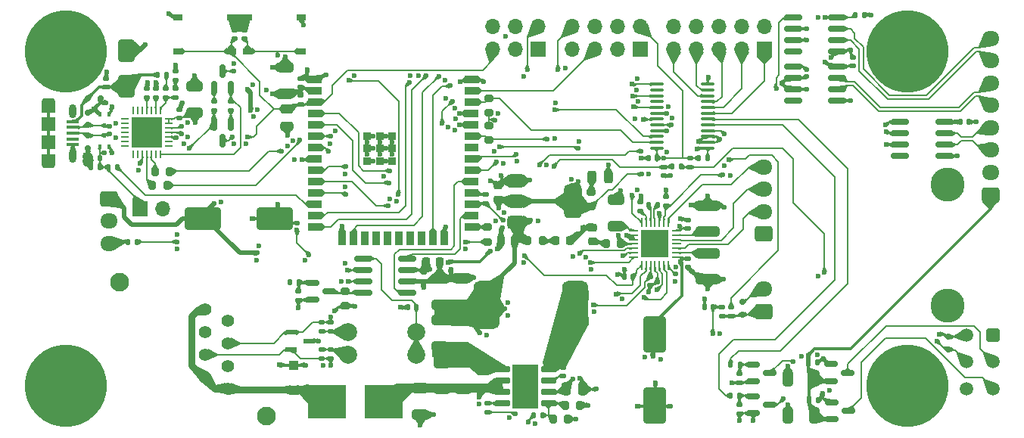
<source format=gtl>
%TF.GenerationSoftware,KiCad,Pcbnew,8.0.3-8.0.3-0~ubuntu22.04.1*%
%TF.CreationDate,2024-06-05T12:44:31+02:00*%
%TF.ProjectId,Drawer_Controller_v4,44726177-6572-45f4-936f-6e74726f6c6c,rev?*%
%TF.SameCoordinates,Original*%
%TF.FileFunction,Copper,L1,Top*%
%TF.FilePolarity,Positive*%
%FSLAX46Y46*%
G04 Gerber Fmt 4.6, Leading zero omitted, Abs format (unit mm)*
G04 Created by KiCad (PCBNEW 8.0.3-8.0.3-0~ubuntu22.04.1) date 2024-06-05 12:44:31*
%MOMM*%
%LPD*%
G01*
G04 APERTURE LIST*
G04 Aperture macros list*
%AMRoundRect*
0 Rectangle with rounded corners*
0 $1 Rounding radius*
0 $2 $3 $4 $5 $6 $7 $8 $9 X,Y pos of 4 corners*
0 Add a 4 corners polygon primitive as box body*
4,1,4,$2,$3,$4,$5,$6,$7,$8,$9,$2,$3,0*
0 Add four circle primitives for the rounded corners*
1,1,$1+$1,$2,$3*
1,1,$1+$1,$4,$5*
1,1,$1+$1,$6,$7*
1,1,$1+$1,$8,$9*
0 Add four rect primitives between the rounded corners*
20,1,$1+$1,$2,$3,$4,$5,0*
20,1,$1+$1,$4,$5,$6,$7,0*
20,1,$1+$1,$6,$7,$8,$9,0*
20,1,$1+$1,$8,$9,$2,$3,0*%
%AMFreePoly0*
4,1,5,0.625000,-0.750000,-0.625000,-0.750000,-0.625000,0.750000,0.625000,0.750000,0.625000,-0.750000,0.625000,-0.750000,$1*%
G04 Aperture macros list end*
%TA.AperFunction,SMDPad,CuDef*%
%ADD10RoundRect,0.140000X0.140000X0.170000X-0.140000X0.170000X-0.140000X-0.170000X0.140000X-0.170000X0*%
%TD*%
%TA.AperFunction,SMDPad,CuDef*%
%ADD11RoundRect,0.250000X-1.075000X0.312500X-1.075000X-0.312500X1.075000X-0.312500X1.075000X0.312500X0*%
%TD*%
%TA.AperFunction,SMDPad,CuDef*%
%ADD12RoundRect,0.250000X-0.650000X1.000000X-0.650000X-1.000000X0.650000X-1.000000X0.650000X1.000000X0*%
%TD*%
%TA.AperFunction,SMDPad,CuDef*%
%ADD13RoundRect,0.250000X0.650000X-0.325000X0.650000X0.325000X-0.650000X0.325000X-0.650000X-0.325000X0*%
%TD*%
%TA.AperFunction,SMDPad,CuDef*%
%ADD14RoundRect,0.150000X-0.825000X-0.150000X0.825000X-0.150000X0.825000X0.150000X-0.825000X0.150000X0*%
%TD*%
%TA.AperFunction,SMDPad,CuDef*%
%ADD15RoundRect,0.135000X0.185000X-0.135000X0.185000X0.135000X-0.185000X0.135000X-0.185000X-0.135000X0*%
%TD*%
%TA.AperFunction,SMDPad,CuDef*%
%ADD16RoundRect,0.150000X-0.587500X-0.150000X0.587500X-0.150000X0.587500X0.150000X-0.587500X0.150000X0*%
%TD*%
%TA.AperFunction,SMDPad,CuDef*%
%ADD17RoundRect,0.135000X-0.135000X-0.185000X0.135000X-0.185000X0.135000X0.185000X-0.135000X0.185000X0*%
%TD*%
%TA.AperFunction,SMDPad,CuDef*%
%ADD18R,1.000000X0.750000*%
%TD*%
%TA.AperFunction,ComponentPad*%
%ADD19C,2.600000*%
%TD*%
%TA.AperFunction,ConnectorPad*%
%ADD20C,3.800000*%
%TD*%
%TA.AperFunction,SMDPad,CuDef*%
%ADD21R,1.350000X0.400000*%
%TD*%
%TA.AperFunction,ComponentPad*%
%ADD22O,1.500000X0.750000*%
%TD*%
%TA.AperFunction,SMDPad,CuDef*%
%ADD23FreePoly0,270.000000*%
%TD*%
%TA.AperFunction,ComponentPad*%
%ADD24O,0.800000X1.580000*%
%TD*%
%TA.AperFunction,SMDPad,CuDef*%
%ADD25R,1.550000X1.500000*%
%TD*%
%TA.AperFunction,SMDPad,CuDef*%
%ADD26RoundRect,0.150000X0.200000X-0.150000X0.200000X0.150000X-0.200000X0.150000X-0.200000X-0.150000X0*%
%TD*%
%TA.AperFunction,SMDPad,CuDef*%
%ADD27RoundRect,0.140000X0.170000X-0.140000X0.170000X0.140000X-0.170000X0.140000X-0.170000X-0.140000X0*%
%TD*%
%TA.AperFunction,SMDPad,CuDef*%
%ADD28RoundRect,0.200000X-0.200000X-0.275000X0.200000X-0.275000X0.200000X0.275000X-0.200000X0.275000X0*%
%TD*%
%TA.AperFunction,SMDPad,CuDef*%
%ADD29RoundRect,0.250000X-0.650000X0.325000X-0.650000X-0.325000X0.650000X-0.325000X0.650000X0.325000X0*%
%TD*%
%TA.AperFunction,SMDPad,CuDef*%
%ADD30RoundRect,0.200000X0.275000X-0.200000X0.275000X0.200000X-0.275000X0.200000X-0.275000X-0.200000X0*%
%TD*%
%TA.AperFunction,SMDPad,CuDef*%
%ADD31RoundRect,0.140000X-0.140000X-0.170000X0.140000X-0.170000X0.140000X0.170000X-0.140000X0.170000X0*%
%TD*%
%TA.AperFunction,ComponentPad*%
%ADD32RoundRect,0.250000X-0.725000X0.600000X-0.725000X-0.600000X0.725000X-0.600000X0.725000X0.600000X0*%
%TD*%
%TA.AperFunction,ComponentPad*%
%ADD33O,1.950000X1.700000*%
%TD*%
%TA.AperFunction,SMDPad,CuDef*%
%ADD34RoundRect,0.140000X-0.170000X0.140000X-0.170000X-0.140000X0.170000X-0.140000X0.170000X0.140000X0*%
%TD*%
%TA.AperFunction,SMDPad,CuDef*%
%ADD35RoundRect,0.250000X0.325000X0.650000X-0.325000X0.650000X-0.325000X-0.650000X0.325000X-0.650000X0*%
%TD*%
%TA.AperFunction,SMDPad,CuDef*%
%ADD36RoundRect,0.225000X0.250000X-0.225000X0.250000X0.225000X-0.250000X0.225000X-0.250000X-0.225000X0*%
%TD*%
%TA.AperFunction,SMDPad,CuDef*%
%ADD37RoundRect,0.250000X-1.750000X-1.000000X1.750000X-1.000000X1.750000X1.000000X-1.750000X1.000000X0*%
%TD*%
%TA.AperFunction,SMDPad,CuDef*%
%ADD38RoundRect,0.150000X-0.150000X0.587500X-0.150000X-0.587500X0.150000X-0.587500X0.150000X0.587500X0*%
%TD*%
%TA.AperFunction,SMDPad,CuDef*%
%ADD39RoundRect,0.250000X0.475000X-0.250000X0.475000X0.250000X-0.475000X0.250000X-0.475000X-0.250000X0*%
%TD*%
%TA.AperFunction,ComponentPad*%
%ADD40C,3.600000*%
%TD*%
%TA.AperFunction,ConnectorPad*%
%ADD41C,9.200000*%
%TD*%
%TA.AperFunction,SMDPad,CuDef*%
%ADD42RoundRect,0.375000X-0.625000X-0.375000X0.625000X-0.375000X0.625000X0.375000X-0.625000X0.375000X0*%
%TD*%
%TA.AperFunction,SMDPad,CuDef*%
%ADD43RoundRect,0.500000X-0.500000X-1.400000X0.500000X-1.400000X0.500000X1.400000X-0.500000X1.400000X0*%
%TD*%
%TA.AperFunction,SMDPad,CuDef*%
%ADD44RoundRect,0.250000X1.075000X-0.312500X1.075000X0.312500X-1.075000X0.312500X-1.075000X-0.312500X0*%
%TD*%
%TA.AperFunction,SMDPad,CuDef*%
%ADD45RoundRect,0.135000X-0.185000X0.135000X-0.185000X-0.135000X0.185000X-0.135000X0.185000X0.135000X0*%
%TD*%
%TA.AperFunction,SMDPad,CuDef*%
%ADD46RoundRect,0.200000X-0.275000X0.200000X-0.275000X-0.200000X0.275000X-0.200000X0.275000X0.200000X0*%
%TD*%
%TA.AperFunction,SMDPad,CuDef*%
%ADD47R,4.241800X3.810000*%
%TD*%
%TA.AperFunction,SMDPad,CuDef*%
%ADD48RoundRect,0.225000X-0.225000X-0.250000X0.225000X-0.250000X0.225000X0.250000X-0.225000X0.250000X0*%
%TD*%
%TA.AperFunction,ComponentPad*%
%ADD49R,1.700000X1.700000*%
%TD*%
%TA.AperFunction,ComponentPad*%
%ADD50O,1.700000X1.700000*%
%TD*%
%TA.AperFunction,SMDPad,CuDef*%
%ADD51RoundRect,0.250000X-0.250000X-0.475000X0.250000X-0.475000X0.250000X0.475000X-0.250000X0.475000X0*%
%TD*%
%TA.AperFunction,SMDPad,CuDef*%
%ADD52RoundRect,0.100000X-0.100000X0.155000X-0.100000X-0.155000X0.100000X-0.155000X0.100000X0.155000X0*%
%TD*%
%TA.AperFunction,SMDPad,CuDef*%
%ADD53R,1.500000X0.900000*%
%TD*%
%TA.AperFunction,SMDPad,CuDef*%
%ADD54R,0.900000X1.500000*%
%TD*%
%TA.AperFunction,SMDPad,CuDef*%
%ADD55R,0.900000X0.900000*%
%TD*%
%TA.AperFunction,ComponentPad*%
%ADD56C,0.600000*%
%TD*%
%TA.AperFunction,SMDPad,CuDef*%
%ADD57RoundRect,0.150000X0.150000X-0.587500X0.150000X0.587500X-0.150000X0.587500X-0.150000X-0.587500X0*%
%TD*%
%TA.AperFunction,SMDPad,CuDef*%
%ADD58RoundRect,0.243750X0.243750X0.456250X-0.243750X0.456250X-0.243750X-0.456250X0.243750X-0.456250X0*%
%TD*%
%TA.AperFunction,SMDPad,CuDef*%
%ADD59RoundRect,0.218750X0.218750X0.256250X-0.218750X0.256250X-0.218750X-0.256250X0.218750X-0.256250X0*%
%TD*%
%TA.AperFunction,ComponentPad*%
%ADD60RoundRect,0.250000X0.725000X-0.600000X0.725000X0.600000X-0.725000X0.600000X-0.725000X-0.600000X0*%
%TD*%
%TA.AperFunction,SMDPad,CuDef*%
%ADD61RoundRect,0.725000X-0.725000X1.975000X-0.725000X-1.975000X0.725000X-1.975000X0.725000X1.975000X0*%
%TD*%
%TA.AperFunction,SMDPad,CuDef*%
%ADD62RoundRect,0.135000X0.135000X0.185000X-0.135000X0.185000X-0.135000X-0.185000X0.135000X-0.185000X0*%
%TD*%
%TA.AperFunction,SMDPad,CuDef*%
%ADD63RoundRect,0.062500X-0.062500X0.412500X-0.062500X-0.412500X0.062500X-0.412500X0.062500X0.412500X0*%
%TD*%
%TA.AperFunction,SMDPad,CuDef*%
%ADD64RoundRect,0.062500X-0.412500X0.062500X-0.412500X-0.062500X0.412500X-0.062500X0.412500X0.062500X0*%
%TD*%
%TA.AperFunction,HeatsinkPad*%
%ADD65C,0.500000*%
%TD*%
%TA.AperFunction,HeatsinkPad*%
%ADD66R,3.100000X3.100000*%
%TD*%
%TA.AperFunction,ComponentPad*%
%ADD67C,2.000000*%
%TD*%
%TA.AperFunction,SMDPad,CuDef*%
%ADD68RoundRect,0.062500X0.337500X0.062500X-0.337500X0.062500X-0.337500X-0.062500X0.337500X-0.062500X0*%
%TD*%
%TA.AperFunction,SMDPad,CuDef*%
%ADD69RoundRect,0.062500X0.062500X0.337500X-0.062500X0.337500X-0.062500X-0.337500X0.062500X-0.337500X0*%
%TD*%
%TA.AperFunction,HeatsinkPad*%
%ADD70R,3.350000X3.350000*%
%TD*%
%TA.AperFunction,ComponentPad*%
%ADD71RoundRect,0.250001X-0.499999X0.499999X-0.499999X-0.499999X0.499999X-0.499999X0.499999X0.499999X0*%
%TD*%
%TA.AperFunction,ComponentPad*%
%ADD72C,1.500000*%
%TD*%
%TA.AperFunction,SMDPad,CuDef*%
%ADD73RoundRect,0.250000X-0.300000X0.300000X-0.300000X-0.300000X0.300000X-0.300000X0.300000X0.300000X0*%
%TD*%
%TA.AperFunction,SMDPad,CuDef*%
%ADD74RoundRect,0.150000X0.825000X0.150000X-0.825000X0.150000X-0.825000X-0.150000X0.825000X-0.150000X0*%
%TD*%
%TA.AperFunction,SMDPad,CuDef*%
%ADD75RoundRect,0.250000X-1.000000X1.750000X-1.000000X-1.750000X1.000000X-1.750000X1.000000X1.750000X0*%
%TD*%
%TA.AperFunction,SMDPad,CuDef*%
%ADD76RoundRect,0.250000X-0.475000X0.250000X-0.475000X-0.250000X0.475000X-0.250000X0.475000X0.250000X0*%
%TD*%
%TA.AperFunction,SMDPad,CuDef*%
%ADD77RoundRect,0.041300X-0.588700X-0.253700X0.588700X-0.253700X0.588700X0.253700X-0.588700X0.253700X0*%
%TD*%
%TA.AperFunction,SMDPad,CuDef*%
%ADD78RoundRect,0.218750X-0.256250X0.218750X-0.256250X-0.218750X0.256250X-0.218750X0.256250X0.218750X0*%
%TD*%
%TA.AperFunction,SMDPad,CuDef*%
%ADD79RoundRect,0.150000X-0.737500X-0.150000X0.737500X-0.150000X0.737500X0.150000X-0.737500X0.150000X0*%
%TD*%
%TA.AperFunction,HeatsinkPad*%
%ADD80R,2.950000X4.900000*%
%TD*%
%TA.AperFunction,SMDPad,CuDef*%
%ADD81RoundRect,0.100000X0.637500X0.100000X-0.637500X0.100000X-0.637500X-0.100000X0.637500X-0.100000X0*%
%TD*%
%TA.AperFunction,SMDPad,CuDef*%
%ADD82RoundRect,0.150000X-0.150000X-0.200000X0.150000X-0.200000X0.150000X0.200000X-0.150000X0.200000X0*%
%TD*%
%TA.AperFunction,SMDPad,CuDef*%
%ADD83RoundRect,0.200000X0.200000X0.275000X-0.200000X0.275000X-0.200000X-0.275000X0.200000X-0.275000X0*%
%TD*%
%TA.AperFunction,SMDPad,CuDef*%
%ADD84RoundRect,0.150000X-0.200000X0.150000X-0.200000X-0.150000X0.200000X-0.150000X0.200000X0.150000X0*%
%TD*%
%TA.AperFunction,ComponentPad*%
%ADD85C,1.408000*%
%TD*%
%TA.AperFunction,ComponentPad*%
%ADD86C,2.100000*%
%TD*%
%TA.AperFunction,SMDPad,CuDef*%
%ADD87RoundRect,0.225000X0.225000X0.250000X-0.225000X0.250000X-0.225000X-0.250000X0.225000X-0.250000X0*%
%TD*%
%TA.AperFunction,SMDPad,CuDef*%
%ADD88RoundRect,0.100000X0.100000X-0.155000X0.100000X0.155000X-0.100000X0.155000X-0.100000X-0.155000X0*%
%TD*%
%TA.AperFunction,ViaPad*%
%ADD89C,0.600000*%
%TD*%
%TA.AperFunction,Conductor*%
%ADD90C,0.500000*%
%TD*%
%TA.AperFunction,Conductor*%
%ADD91C,0.180000*%
%TD*%
%TA.AperFunction,Conductor*%
%ADD92C,0.250000*%
%TD*%
%TA.AperFunction,Conductor*%
%ADD93C,0.350000*%
%TD*%
%TA.AperFunction,Conductor*%
%ADD94C,0.153000*%
%TD*%
%TA.AperFunction,Conductor*%
%ADD95C,1.000000*%
%TD*%
%TA.AperFunction,Conductor*%
%ADD96C,0.750000*%
%TD*%
%TA.AperFunction,Conductor*%
%ADD97C,0.200000*%
%TD*%
G04 APERTURE END LIST*
D10*
%TO.P,C25,1*%
%TO.N,Net-(JP1-A)*%
X108630000Y-116700000D03*
%TO.P,C25,2*%
%TO.N,GND*%
X107670000Y-116700000D03*
%TD*%
D11*
%TO.P,R43,1*%
%TO.N,BRA*%
X176650000Y-127400000D03*
%TO.P,R43,2*%
%TO.N,GND*%
X176650000Y-130325000D03*
%TD*%
D12*
%TO.P,D3,1,K*%
%TO.N,+5V*%
X111650000Y-104700000D03*
%TO.P,D3,2,A*%
%TO.N,VBUS*%
X111650000Y-108700000D03*
%TD*%
D13*
%TO.P,C13,1*%
%TO.N,+5V*%
X146700000Y-133175000D03*
%TO.P,C13,2*%
%TO.N,GND*%
X146700000Y-130225000D03*
%TD*%
D14*
%TO.P,U9,1,R*%
%TO.N,Drawer_1_Encoder_A*%
X186200000Y-101000000D03*
%TO.P,U9,2,~{RE}*%
%TO.N,GND*%
X186200000Y-102270000D03*
%TO.P,U9,3,DE*%
X186200000Y-103540000D03*
%TO.P,U9,4,D*%
%TO.N,unconnected-(U9-D-Pad4)*%
X186200000Y-104810000D03*
%TO.P,U9,5,GND*%
%TO.N,GND*%
X191150000Y-104810000D03*
%TO.P,U9,6,A*%
%TO.N,Drawer_1_A+*%
X191150000Y-103540000D03*
%TO.P,U9,7,B*%
%TO.N,Drawer_1_A-*%
X191150000Y-102270000D03*
%TO.P,U9,8,VCC*%
%TO.N,+5V*%
X191150000Y-101000000D03*
%TD*%
D15*
%TO.P,R12,1*%
%TO.N,CAN+*%
X133425000Y-139200000D03*
%TO.P,R12,2*%
%TO.N,Net-(R12-Pad2)*%
X133425000Y-138180000D03*
%TD*%
D16*
%TO.P,Q4,1,G*%
%TO.N,Net-(Q4-G)*%
X181737500Y-143387500D03*
%TO.P,Q4,2,S*%
%TO.N,GND*%
X181737500Y-145287500D03*
%TO.P,Q4,3,D*%
%TO.N,Net-(Q4-D)*%
X183612500Y-144337500D03*
%TD*%
D17*
%TO.P,R23,1*%
%TO.N,+5V*%
X188005000Y-143800000D03*
%TO.P,R23,2*%
%TO.N,Net-(Q4-D)*%
X189025000Y-143800000D03*
%TD*%
D18*
%TO.P,S2,1*%
%TO.N,GND*%
X125187500Y-101025000D03*
X131187500Y-101025000D03*
%TO.P,S2,2*%
%TO.N,IO0_BTN*%
X125187500Y-104775000D03*
X131187500Y-104775000D03*
%TD*%
D19*
%TO.P,H6,1*%
%TO.N,N/C*%
X203500000Y-133250000D03*
D20*
X203500000Y-133250000D03*
%TD*%
D21*
%TO.P,X7,1,VBUS*%
%TO.N,VBUS*%
X105600000Y-112650000D03*
%TO.P,X7,2,D-*%
%TO.N,USB_D-*%
X105600000Y-113300000D03*
%TO.P,X7,3,D+*%
%TO.N,USB_D+*%
X105600000Y-113950000D03*
%TO.P,X7,4,ID*%
%TO.N,unconnected-(X7-ID-Pad4)*%
X105600000Y-114600000D03*
%TO.P,X7,5,GND*%
%TO.N,GND*%
X105600000Y-115250000D03*
D22*
%TO.P,X7,6,Shield*%
X102925000Y-110425000D03*
D23*
X102925000Y-111030000D03*
D24*
X105625000Y-111450000D03*
D25*
X102925000Y-112950000D03*
X102925000Y-114950000D03*
D24*
X105625000Y-116450000D03*
D23*
X102925000Y-116870000D03*
D22*
X102925000Y-117475000D03*
%TD*%
D17*
%TO.P,R9,1*%
%TO.N,CAN_EN_High_Speed_Mode*%
X129880000Y-130650000D03*
%TO.P,R9,2*%
%TO.N,Net-(Q1-G)*%
X130900000Y-130650000D03*
%TD*%
D26*
%TO.P,F4,1,A1*%
%TO.N,GND*%
X107300000Y-111650000D03*
%TO.P,F4,2,A2*%
%TO.N,USB_D-*%
X107300000Y-113050000D03*
%TD*%
D27*
%TO.P,C27,1*%
%TO.N,+3V3*%
X131125000Y-108810000D03*
%TO.P,C27,2*%
%TO.N,GND*%
X131125000Y-107850000D03*
%TD*%
D13*
%TO.P,C12,1*%
%TO.N,+5V*%
X149100000Y-133150000D03*
%TO.P,C12,2*%
%TO.N,GND*%
X149100000Y-130200000D03*
%TD*%
D28*
%TO.P,R7,1*%
%TO.N,FB*%
X159325000Y-145950000D03*
%TO.P,R7,2*%
%TO.N,GND*%
X160975000Y-145950000D03*
%TD*%
D15*
%TO.P,R41,1*%
%TO.N,Drawer_1_~EN_TMC2209*%
X172000000Y-122050000D03*
%TO.P,R41,2*%
%TO.N,GND*%
X172000000Y-121030000D03*
%TD*%
D27*
%TO.P,C7,1*%
%TO.N,Net-(U3-BOOT)*%
X160500000Y-141130000D03*
%TO.P,C7,2*%
%TO.N,SW*%
X160500000Y-140170000D03*
%TD*%
D16*
%TO.P,Q1,1,G*%
%TO.N,Net-(Q1-G)*%
X132400000Y-130700000D03*
%TO.P,Q1,2,S*%
%TO.N,GND*%
X132400000Y-132600000D03*
%TO.P,Q1,3,D*%
%TO.N,Net-(Q1-D)*%
X134275000Y-131650000D03*
%TD*%
D29*
%TO.P,C10,1*%
%TO.N,+5V*%
X146700000Y-134900000D03*
%TO.P,C10,2*%
%TO.N,GND*%
X146700000Y-137850000D03*
%TD*%
D30*
%TO.P,R4,1*%
%TO.N,+3V3*%
X163637500Y-122175000D03*
%TO.P,R4,2*%
%TO.N,Net-(D2-A)*%
X163637500Y-120525000D03*
%TD*%
D31*
%TO.P,C31,1*%
%TO.N,Net-(U8-CPI)*%
X170070000Y-122000000D03*
%TO.P,C31,2*%
%TO.N,Net-(U8-CPO)*%
X171030000Y-122000000D03*
%TD*%
D10*
%TO.P,C41,1*%
%TO.N,Sense_Input_Drawer_Closed_1*%
X177230000Y-133400000D03*
%TO.P,C41,2*%
%TO.N,GND*%
X176270000Y-133400000D03*
%TD*%
D32*
%TO.P,X5,1,Pin_1*%
%TO.N,+5V*%
X109700000Y-121300000D03*
D33*
%TO.P,X5,2,Pin_2*%
%TO.N,GND*%
X109700000Y-123800000D03*
%TO.P,X5,3,Pin_3*%
%TO.N,/LED_Din*%
X109700000Y-126300000D03*
%TD*%
D34*
%TO.P,C23,1*%
%TO.N,GND*%
X123700000Y-102420000D03*
%TO.P,C23,2*%
%TO.N,EN_ESP32*%
X123700000Y-103380000D03*
%TD*%
%TO.P,C33,1*%
%TO.N,+24V*%
X169100000Y-121690000D03*
%TO.P,C33,2*%
%TO.N,VCP*%
X169100000Y-122650000D03*
%TD*%
D35*
%TO.P,C18,1*%
%TO.N,+5V*%
X188550000Y-141350000D03*
%TO.P,C18,2*%
%TO.N,GND*%
X185600000Y-141350000D03*
%TD*%
D17*
%TO.P,R20,1*%
%TO.N,+5V*%
X187925000Y-139600000D03*
%TO.P,R20,2*%
%TO.N,Net-(Q2-D)*%
X188945000Y-139600000D03*
%TD*%
D13*
%TO.P,C5,1*%
%TO.N,+24V*%
X146900000Y-142600000D03*
%TO.P,C5,2*%
%TO.N,GND*%
X146900000Y-139650000D03*
%TD*%
D36*
%TO.P,C3,1*%
%TO.N,+3V3*%
X153200000Y-121375000D03*
%TO.P,C3,2*%
%TO.N,GND*%
X153200000Y-119825000D03*
%TD*%
D15*
%TO.P,R32,1*%
%TO.N,Net-(U5-~{RST})*%
X114950000Y-109970000D03*
%TO.P,R32,2*%
%TO.N,+3V3*%
X114950000Y-108950000D03*
%TD*%
D10*
%TO.P,C34,1*%
%TO.N,+3V3*%
X168280000Y-130000000D03*
%TO.P,C34,2*%
%TO.N,GND*%
X167320000Y-130000000D03*
%TD*%
D16*
%TO.P,Q2,1,G*%
%TO.N,Net-(Q2-G)*%
X181725000Y-139850000D03*
%TO.P,Q2,2,S*%
%TO.N,GND*%
X181725000Y-141750000D03*
%TO.P,Q2,3,D*%
%TO.N,Net-(Q2-D)*%
X183600000Y-140800000D03*
%TD*%
D17*
%TO.P,R16,1*%
%TO.N,Sense_Lock_1*%
X172650000Y-117700000D03*
%TO.P,R16,2*%
%TO.N,Switch_Output_Lock_1*%
X173670000Y-117700000D03*
%TD*%
D15*
%TO.P,R1,1*%
%TO.N,UART2_RX*%
X151800000Y-121810000D03*
%TO.P,R1,2*%
%TO.N,IO17_UART2_TX*%
X151800000Y-120790000D03*
%TD*%
D37*
%TO.P,C1,1*%
%TO.N,+5V*%
X120200000Y-123550000D03*
%TO.P,C1,2*%
%TO.N,GND*%
X128200000Y-123550000D03*
%TD*%
D19*
%TO.P,H5,1*%
%TO.N,N/C*%
X203500000Y-119700000D03*
D20*
X203500000Y-119700000D03*
%TD*%
D26*
%TO.P,F3,1,A1*%
%TO.N,GND*%
X203550000Y-136750000D03*
%TO.P,F3,2,A2*%
%TO.N,Switch_Output_Lock_1*%
X203550000Y-138150000D03*
%TD*%
D30*
%TO.P,R11,1*%
%TO.N,GND*%
X136087500Y-133275000D03*
%TO.P,R11,2*%
%TO.N,Net-(Q1-D)*%
X136087500Y-131625000D03*
%TD*%
D38*
%TO.P,Q6,1,B*%
%TO.N,Net-(Q6-B)*%
X123300000Y-112900000D03*
%TO.P,Q6,2,E*%
%TO.N,RTS*%
X121400000Y-112900000D03*
%TO.P,Q6,3,C*%
%TO.N,EN_ESP32*%
X122350000Y-114775000D03*
%TD*%
D34*
%TO.P,C20,1*%
%TO.N,GND*%
X124825000Y-102425000D03*
%TO.P,C20,2*%
%TO.N,IO0_BTN*%
X124825000Y-103385000D03*
%TD*%
D39*
%TO.P,C8,1*%
%TO.N,+24V*%
X151500000Y-142450000D03*
%TO.P,C8,2*%
%TO.N,GND*%
X151500000Y-140550000D03*
%TD*%
D17*
%TO.P,R18,1*%
%TO.N,Lock_1_Close_Control*%
X179215000Y-139850000D03*
%TO.P,R18,2*%
%TO.N,Net-(Q2-G)*%
X180235000Y-139850000D03*
%TD*%
D40*
%TO.P,H2,1*%
%TO.N,N/C*%
X104800000Y-142200000D03*
D41*
X104800000Y-142200000D03*
%TD*%
D34*
%TO.P,C30,1*%
%TO.N,Drawer_DAC_VREF*%
X170200000Y-130020000D03*
%TO.P,C30,2*%
%TO.N,GND*%
X170200000Y-130980000D03*
%TD*%
D15*
%TO.P,R15,1*%
%TO.N,Net-(R13-Pad1)*%
X134450000Y-136170000D03*
%TO.P,R15,2*%
%TO.N,CAN-*%
X134450000Y-135150000D03*
%TD*%
D40*
%TO.P,H3,1*%
%TO.N,N/C*%
X199000000Y-104800000D03*
D41*
X199000000Y-104800000D03*
%TD*%
D42*
%TO.P,U2,1,GND*%
%TO.N,GND*%
X155250000Y-119300000D03*
%TO.P,U2,2,VO*%
%TO.N,+3V3*%
X155250000Y-121600000D03*
D43*
X161550000Y-121600000D03*
D42*
%TO.P,U2,3,VI*%
%TO.N,+5V*%
X155250000Y-123900000D03*
%TD*%
D29*
%TO.P,C9,1*%
%TO.N,+5V*%
X149100000Y-134925000D03*
%TO.P,C9,2*%
%TO.N,GND*%
X149100000Y-137875000D03*
%TD*%
D44*
%TO.P,R44,1*%
%TO.N,BRB*%
X176650000Y-124962500D03*
%TO.P,R44,2*%
%TO.N,GND*%
X176650000Y-122037500D03*
%TD*%
D45*
%TO.P,R22,1*%
%TO.N,Net-(Q4-G)*%
X180162500Y-144317500D03*
%TO.P,R22,2*%
%TO.N,GND*%
X180162500Y-145337500D03*
%TD*%
D31*
%TO.P,C40,1*%
%TO.N,+5V*%
X204900000Y-112700000D03*
%TO.P,C40,2*%
%TO.N,GND*%
X205860000Y-112700000D03*
%TD*%
D46*
%TO.P,R37,1*%
%TO.N,+3V3*%
X152200000Y-113075000D03*
%TO.P,R37,2*%
%TO.N,SDA*%
X152200000Y-114725000D03*
%TD*%
D47*
%TO.P,F2,1*%
%TO.N,VBUS_24V*%
X134012300Y-144000000D03*
%TO.P,F2,2*%
%TO.N,+24V*%
X140387700Y-144000000D03*
%TD*%
D48*
%TO.P,C14,1*%
%TO.N,+3V3*%
X145100000Y-128300000D03*
%TO.P,C14,2*%
%TO.N,GND*%
X146650000Y-128300000D03*
%TD*%
D15*
%TO.P,R13,1*%
%TO.N,Net-(R13-Pad1)*%
X133425000Y-136170000D03*
%TO.P,R13,2*%
%TO.N,CAN-*%
X133425000Y-135150000D03*
%TD*%
D49*
%TO.P,J3,1,Pin_1*%
%TO.N,+5V*%
X169130000Y-104540000D03*
D50*
%TO.P,J3,2,Pin_2*%
%TO.N,+3V3*%
X169130000Y-102000000D03*
%TO.P,J3,3,Pin_3*%
%TO.N,GND*%
X166590000Y-104540000D03*
%TO.P,J3,4,Pin_4*%
X166590000Y-102000000D03*
%TO.P,J3,5,Pin_5*%
%TO.N,SPI_SI*%
X164050000Y-104540000D03*
%TO.P,J3,6,Pin_6*%
%TO.N,SPI_CS*%
X164050000Y-102000000D03*
%TO.P,J3,7,Pin_7*%
%TO.N,SPI_SO*%
X161510000Y-104540000D03*
%TO.P,J3,8,Pin_8*%
%TO.N,SPI_SCK*%
X161510000Y-102000000D03*
%TD*%
D49*
%TO.P,J2,1,Pin_1*%
%TO.N,JTAG_TDO*%
X157700000Y-104540000D03*
D50*
%TO.P,J2,2,Pin_2*%
%TO.N,JTAG_TMS*%
X157700000Y-102000000D03*
%TO.P,J2,3,Pin_3*%
%TO.N,JTAG_TCK*%
X155160000Y-104540000D03*
%TO.P,J2,4,Pin_4*%
%TO.N,GND*%
X155160000Y-102000000D03*
%TO.P,J2,5,Pin_5*%
%TO.N,EN_ESP32*%
X152620000Y-104540000D03*
%TO.P,J2,6,Pin_6*%
%TO.N,JTAG_TDI*%
X152620000Y-102000000D03*
%TD*%
D51*
%TO.P,C11,1*%
%TO.N,/Power Stage/VCC*%
X160800000Y-142600000D03*
%TO.P,C11,2*%
%TO.N,GND*%
X162700000Y-142600000D03*
%TD*%
D15*
%TO.P,R14,1*%
%TO.N,CAN+*%
X134450000Y-139200000D03*
%TO.P,R14,2*%
%TO.N,Net-(R12-Pad2)*%
X134450000Y-138180000D03*
%TD*%
D17*
%TO.P,R40,1*%
%TO.N,+3V3*%
X175640000Y-116750000D03*
%TO.P,R40,2*%
%TO.N,pe_0_~INT*%
X176660000Y-116750000D03*
%TD*%
D52*
%TO.P,Q9,1,G*%
%TO.N,Net-(JP1-A)*%
X108625000Y-115465000D03*
%TO.P,Q9,2,S*%
%TO.N,GND*%
X109625000Y-115465000D03*
%TO.P,Q9,3,D*%
%TO.N,USB_D+*%
X109125000Y-114175000D03*
%TD*%
D53*
%TO.P,U6,1,GND*%
%TO.N,GND*%
X132700000Y-107930000D03*
%TO.P,U6,2,3V3*%
%TO.N,+3V3*%
X132700000Y-109200000D03*
%TO.P,U6,3,EN*%
%TO.N,EN_ESP32*%
X132700000Y-110470000D03*
%TO.P,U6,4,SENSOR_VP*%
%TO.N,pe_0_~INT*%
X132700000Y-111740000D03*
%TO.P,U6,5,SENSOR_VN*%
%TO.N,Sense_Lock_1*%
X132700000Y-113010000D03*
%TO.P,U6,6,IO34*%
%TO.N,Drawer_1_Encoder_N*%
X132700000Y-114280000D03*
%TO.P,U6,7,IO35*%
%TO.N,Sense_Input_Drawer_Closed_1*%
X132700000Y-115550000D03*
%TO.P,U6,8,IO32*%
%TO.N,LED_D_in*%
X132700000Y-116820000D03*
%TO.P,U6,9,IO33*%
%TO.N,SPI_CS*%
X132700000Y-118090000D03*
%TO.P,U6,10,IO25*%
%TO.N,Drawer_DAC_VREF*%
X132700000Y-119360000D03*
%TO.P,U6,11,IO26*%
%TO.N,Drawer_1_Encoder_A*%
X132700000Y-120630000D03*
%TO.P,U6,12,IO27*%
%TO.N,IO27*%
X132700000Y-121900000D03*
%TO.P,U6,13,IO14*%
%TO.N,JTAG_TMS*%
X132700000Y-123170000D03*
%TO.P,U6,14,IO12*%
%TO.N,JTAG_TDI*%
X132700000Y-124440000D03*
D54*
%TO.P,U6,15,GND*%
%TO.N,GND*%
X135735000Y-125690000D03*
%TO.P,U6,16,IO13*%
%TO.N,JTAG_TCK*%
X137005000Y-125690000D03*
%TO.P,U6,17,NC*%
%TO.N,unconnected-(U6-NC-Pad17)*%
X138275000Y-125690000D03*
%TO.P,U6,18,NC*%
%TO.N,unconnected-(U6-NC-Pad18)*%
X139545000Y-125690000D03*
%TO.P,U6,19,NC*%
%TO.N,unconnected-(U6-NC-Pad19)*%
X140815000Y-125690000D03*
%TO.P,U6,20,NC*%
%TO.N,unconnected-(U6-NC-Pad20)*%
X142085000Y-125690000D03*
%TO.P,U6,21,NC*%
%TO.N,unconnected-(U6-NC-Pad21)*%
X143355000Y-125690000D03*
%TO.P,U6,22,NC*%
%TO.N,unconnected-(U6-NC-Pad22)*%
X144625000Y-125690000D03*
%TO.P,U6,23,IO15*%
%TO.N,JTAG_TDO*%
X145895000Y-125690000D03*
%TO.P,U6,24,IO2*%
%TO.N,Drawer_1_Encoder_B*%
X147165000Y-125690000D03*
D53*
%TO.P,U6,25,IO0*%
%TO.N,IO0*%
X150200000Y-124440000D03*
%TO.P,U6,26,IO4*%
%TO.N,TWAI_RX*%
X150200000Y-123170000D03*
%TO.P,U6,27,IO16*%
%TO.N,UART2_RX*%
X150200000Y-121900000D03*
%TO.P,U6,28,IO17*%
%TO.N,IO17_UART2_TX*%
X150200000Y-120630000D03*
%TO.P,U6,29,IO5*%
%TO.N,TWAI_TX*%
X150200000Y-119360000D03*
%TO.P,U6,30,IO18*%
%TO.N,SPI_SCK*%
X150200000Y-118090000D03*
%TO.P,U6,31,IO19*%
%TO.N,SPI_SO*%
X150200000Y-116820000D03*
%TO.P,U6,32,NC1*%
%TO.N,unconnected-(U6-NC1-Pad32)*%
X150200000Y-115550000D03*
%TO.P,U6,33,IO21*%
%TO.N,SDA*%
X150200000Y-114280000D03*
%TO.P,U6,34,RXD0*%
%TO.N,RXD0*%
X150200000Y-113010000D03*
%TO.P,U6,35,TXD0*%
%TO.N,TXD0*%
X150200000Y-111740000D03*
%TO.P,U6,36,IO22*%
%TO.N,SCL*%
X150200000Y-110470000D03*
%TO.P,U6,37,IO23*%
%TO.N,SPI_SI*%
X150200000Y-109200000D03*
%TO.P,U6,38,GND*%
%TO.N,GND*%
X150200000Y-107930000D03*
D55*
%TO.P,U6,39,GND*%
X138550000Y-114250000D03*
D56*
X138550000Y-114950000D03*
D55*
X138550000Y-115650000D03*
D56*
X138550000Y-116350000D03*
D55*
X138550000Y-117050000D03*
D56*
X139250000Y-114250000D03*
X139250000Y-115650000D03*
X139250000Y-117050000D03*
D55*
X139950000Y-114250000D03*
D56*
X139950000Y-114950000D03*
D55*
X139950000Y-115650000D03*
D56*
X139950000Y-116350000D03*
D55*
X139950000Y-117050000D03*
D56*
X140650000Y-114250000D03*
X140650000Y-115650000D03*
X140650000Y-117050000D03*
D55*
X141350000Y-114250000D03*
D56*
X141350000Y-114950000D03*
D55*
X141350000Y-115650000D03*
D56*
X141350000Y-116350000D03*
D55*
X141350000Y-117050000D03*
%TD*%
D17*
%TO.P,R6,1*%
%TO.N,+5V*%
X157140000Y-145550000D03*
%TO.P,R6,2*%
%TO.N,FB*%
X158160000Y-145550000D03*
%TD*%
D57*
%TO.P,Q7,1,B*%
%TO.N,Net-(Q7-B)*%
X121400000Y-108887500D03*
%TO.P,Q7,2,E*%
%TO.N,DTR*%
X123300000Y-108887500D03*
%TO.P,Q7,3,C*%
%TO.N,IO0_BTN*%
X122350000Y-107012500D03*
%TD*%
D45*
%TO.P,R36,1*%
%TO.N,+3V3*%
X131125000Y-109750000D03*
%TO.P,R36,2*%
%TO.N,EN_ESP32*%
X131125000Y-110770000D03*
%TD*%
D35*
%TO.P,C19,1*%
%TO.N,+5V*%
X188600000Y-145550000D03*
%TO.P,C19,2*%
%TO.N,GND*%
X185650000Y-145550000D03*
%TD*%
D45*
%TO.P,R27,1*%
%TO.N,Net-(Q7-B)*%
X121400000Y-110377500D03*
%TO.P,R27,2*%
%TO.N,RTS*%
X121400000Y-111397500D03*
%TD*%
D58*
%TO.P,D2,1,K*%
%TO.N,GND*%
X165537500Y-118825000D03*
%TO.P,D2,2,A*%
%TO.N,Net-(D2-A)*%
X163662500Y-118825000D03*
%TD*%
D59*
%TO.P,D1,1,K*%
%TO.N,GND*%
X161187500Y-126000000D03*
%TO.P,D1,2,A*%
%TO.N,Net-(D1-A)*%
X159612500Y-126000000D03*
%TD*%
D17*
%TO.P,R28,1*%
%TO.N,VBUS*%
X115040000Y-107400000D03*
%TO.P,R28,2*%
%TO.N,Net-(R28-Pad2)*%
X116060000Y-107400000D03*
%TD*%
D60*
%TO.P,X3,1,Pin_1*%
%TO.N,+5V*%
X208300000Y-120850000D03*
D33*
%TO.P,X3,2,Pin_2*%
%TO.N,GND*%
X208300000Y-118350000D03*
%TO.P,X3,3,Pin_3*%
%TO.N,Drawer_1_N+*%
X208300000Y-115850000D03*
%TO.P,X3,4,Pin_4*%
%TO.N,Drawer_1_N-*%
X208300000Y-113350000D03*
%TO.P,X3,5,Pin_5*%
%TO.N,Drawer_1_B+*%
X208300000Y-110850000D03*
%TO.P,X3,6,Pin_6*%
%TO.N,Drawer_1_B-*%
X208300000Y-108350000D03*
%TO.P,X3,7,Pin_7*%
%TO.N,Drawer_1_A+*%
X208300000Y-105850000D03*
%TO.P,X3,8,Pin_8*%
%TO.N,Drawer_1_A-*%
X208300000Y-103350000D03*
%TD*%
D40*
%TO.P,H1,1*%
%TO.N,N/C*%
X104800000Y-104800000D03*
D41*
X104800000Y-104800000D03*
%TD*%
D61*
%TO.P,L1,1,1*%
%TO.N,SW*%
X161850000Y-133200000D03*
%TO.P,L1,2,2*%
%TO.N,+5V*%
X151950000Y-133200000D03*
%TD*%
D62*
%TO.P,R34,1*%
%TO.N,Net-(JP1-A)*%
X108650000Y-117750000D03*
%TO.P,R34,2*%
%TO.N,GND*%
X107630000Y-117750000D03*
%TD*%
D63*
%TO.P,U8,1,OB2*%
%TO.N,Drawer_1_OB2*%
X172250000Y-123975000D03*
%TO.P,U8,2,~{EN}*%
%TO.N,Drawer_1_~EN_TMC2209*%
X171750000Y-123975000D03*
%TO.P,U8,3,GND*%
%TO.N,GND*%
X171250000Y-123975000D03*
%TO.P,U8,4,CPO*%
%TO.N,Net-(U8-CPO)*%
X170750000Y-123975000D03*
%TO.P,U8,5,CPI*%
%TO.N,Net-(U8-CPI)*%
X170250000Y-123975000D03*
%TO.P,U8,6,VCP*%
%TO.N,VCP*%
X169750000Y-123975000D03*
%TO.P,U8,7,SPREAD*%
%TO.N,Drawer_1_SPREAD*%
X169250000Y-123975000D03*
D64*
%TO.P,U8,8,5VOUT*%
%TO.N,Net-(U8-5VOUT)*%
X168375000Y-124850000D03*
%TO.P,U8,9,MS1_AD0*%
%TO.N,GND*%
X168375000Y-125350000D03*
%TO.P,U8,10,MS2_AD1*%
X168375000Y-125850000D03*
%TO.P,U8,11,DIAG*%
%TO.N,Drawer_1_DIAG*%
X168375000Y-126350000D03*
%TO.P,U8,12,INDEX*%
%TO.N,Drawer_1_INDEX*%
X168375000Y-126850000D03*
%TO.P,U8,13,CLK*%
%TO.N,GND*%
X168375000Y-127350000D03*
%TO.P,U8,14,~{PD~{_UART}*%
%TO.N,UART2_RX*%
X168375000Y-127850000D03*
D63*
%TO.P,U8,15,VCC_IO*%
%TO.N,+3V3*%
X169250000Y-128725000D03*
%TO.P,U8,16,STEP*%
%TO.N,Drawer_1_STEP*%
X169750000Y-128725000D03*
%TO.P,U8,17,VREF*%
%TO.N,Drawer_DAC_VREF*%
X170250000Y-128725000D03*
%TO.P,U8,18,GND*%
%TO.N,GND*%
X170750000Y-128725000D03*
%TO.P,U8,19,DIR*%
%TO.N,Drawer_1_DIR*%
X171250000Y-128725000D03*
%TO.P,U8,20,STDBY*%
%TO.N,Drawer_1_STDBY_TMC2209*%
X171750000Y-128725000D03*
%TO.P,U8,21,OA2*%
%TO.N,Drawer_1_OA2*%
X172250000Y-128725000D03*
D64*
%TO.P,U8,22,VS*%
%TO.N,+24V*%
X173125000Y-127850000D03*
%TO.P,U8,23,BRA*%
%TO.N,BRA*%
X173125000Y-127350000D03*
%TO.P,U8,24,OA1*%
%TO.N,Drawer_1_OA1*%
X173125000Y-126850000D03*
%TO.P,U8,25,NC*%
%TO.N,unconnected-(U8-NC-Pad25)*%
X173125000Y-126350000D03*
%TO.P,U8,26,OB1*%
%TO.N,Drawer_1_OB1*%
X173125000Y-125850000D03*
%TO.P,U8,27,BRB*%
%TO.N,BRB*%
X173125000Y-125350000D03*
%TO.P,U8,28,VS*%
%TO.N,+24V*%
X173125000Y-124850000D03*
D65*
%TO.P,U8,29,EXP*%
%TO.N,GND*%
X171800000Y-125300000D03*
X171100000Y-125300000D03*
X170400000Y-125300000D03*
X169700000Y-125300000D03*
X171800000Y-126000000D03*
X171100000Y-126000000D03*
X170400000Y-126000000D03*
X169700000Y-126000000D03*
D66*
X170750000Y-126350000D03*
D65*
X171800000Y-126700000D03*
X171100000Y-126700000D03*
X170400000Y-126700000D03*
X169700000Y-126700000D03*
X171800000Y-127400000D03*
X171100000Y-127400000D03*
X170400000Y-127400000D03*
X169700000Y-127400000D03*
%TD*%
D46*
%TO.P,R39,1*%
%TO.N,IO0*%
X152000000Y-124475000D03*
%TO.P,R39,2*%
%TO.N,IO0_BTN*%
X152000000Y-126125000D03*
%TD*%
D34*
%TO.P,C17,1*%
%TO.N,Sense_Lock_1*%
X171700000Y-117770000D03*
%TO.P,C17,2*%
%TO.N,GND*%
X171700000Y-118730000D03*
%TD*%
D15*
%TO.P,R35,1*%
%TO.N,Net-(U5-~{SUSPEND})*%
X113925000Y-109970000D03*
%TO.P,R35,2*%
%TO.N,GND*%
X113925000Y-108950000D03*
%TD*%
D28*
%TO.P,R5,1*%
%TO.N,FB*%
X160700000Y-144400000D03*
%TO.P,R5,2*%
%TO.N,GND*%
X162350000Y-144400000D03*
%TD*%
D45*
%TO.P,R10,1*%
%TO.N,Net-(Q1-G)*%
X130850000Y-131665000D03*
%TO.P,R10,2*%
%TO.N,GND*%
X130850000Y-132685000D03*
%TD*%
D16*
%TO.P,Q3,1,G*%
%TO.N,Net-(Q2-D)*%
X190450000Y-139800000D03*
%TO.P,Q3,2,S*%
%TO.N,+5V*%
X190450000Y-141700000D03*
%TO.P,Q3,3,D*%
%TO.N,Lock_1_VDD_Close*%
X192325000Y-140750000D03*
%TD*%
D31*
%TO.P,C38,1*%
%TO.N,+5V*%
X193170000Y-100700000D03*
%TO.P,C38,2*%
%TO.N,GND*%
X194130000Y-100700000D03*
%TD*%
D45*
%TO.P,R19,1*%
%TO.N,Net-(Q2-G)*%
X180175000Y-140850000D03*
%TO.P,R19,2*%
%TO.N,GND*%
X180175000Y-141870000D03*
%TD*%
D13*
%TO.P,C28,1*%
%TO.N,+3V3*%
X129400000Y-109550000D03*
%TO.P,C28,2*%
%TO.N,GND*%
X129400000Y-106600000D03*
%TD*%
D67*
%TO.P,S1,1*%
%TO.N,Net-(R13-Pad1)*%
X136430000Y-136230000D03*
%TO.P,S1,2*%
%TO.N,Net-(R12-Pad2)*%
X136430000Y-138770000D03*
%TO.P,S1,3*%
%TO.N,Vref*%
X144050000Y-136230000D03*
%TO.P,S1,4*%
X144050000Y-138770000D03*
%TD*%
D45*
%TO.P,R46,1*%
%TO.N,+3V3*%
X179270000Y-133380000D03*
%TO.P,R46,2*%
%TO.N,/Ext_Switch_Sensing_Drawer_1/Switch*%
X179270000Y-134400000D03*
%TD*%
%TO.P,R29,1*%
%TO.N,Net-(R28-Pad2)*%
X115975000Y-108955000D03*
%TO.P,R29,2*%
%TO.N,Net-(U5-VBUS)*%
X115975000Y-109975000D03*
%TD*%
D17*
%TO.P,R21,1*%
%TO.N,Lock_1_Open_Control*%
X179202500Y-143337500D03*
%TO.P,R21,2*%
%TO.N,Net-(Q4-G)*%
X180222500Y-143337500D03*
%TD*%
D68*
%TO.P,U5,1,~{DCD}*%
%TO.N,unconnected-(U5-~{DCD}-Pad1)*%
X116350000Y-115367500D03*
%TO.P,U5,2,~{RI}/CLK*%
%TO.N,unconnected-(U5-~{RI}{slash}CLK-Pad2)*%
X116350000Y-114867500D03*
%TO.P,U5,3,GND*%
%TO.N,GND*%
X116350000Y-114367500D03*
%TO.P,U5,4,D+*%
%TO.N,USB_D+*%
X116350000Y-113867500D03*
%TO.P,U5,5,D-*%
%TO.N,USB_D-*%
X116350000Y-113367500D03*
%TO.P,U5,6,VDD*%
%TO.N,+3V3*%
X116350000Y-112867500D03*
%TO.P,U5,7,VREGIN*%
X116350000Y-112367500D03*
D69*
%TO.P,U5,8,VBUS*%
%TO.N,Net-(U5-VBUS)*%
X115400000Y-111417500D03*
%TO.P,U5,9,~{RST}*%
%TO.N,Net-(U5-~{RST})*%
X114900000Y-111417500D03*
%TO.P,U5,10,NC*%
%TO.N,unconnected-(U5-NC-Pad10)*%
X114400000Y-111417500D03*
%TO.P,U5,11,~{SUSPEND}*%
%TO.N,Net-(U5-~{SUSPEND})*%
X113900000Y-111417500D03*
%TO.P,U5,12,SUSPEND*%
%TO.N,unconnected-(U5-SUSPEND-Pad12)*%
X113400000Y-111417500D03*
%TO.P,U5,13,CHREN*%
%TO.N,unconnected-(U5-CHREN-Pad13)*%
X112900000Y-111417500D03*
%TO.P,U5,14,CHR1*%
%TO.N,unconnected-(U5-CHR1-Pad14)*%
X112400000Y-111417500D03*
D68*
%TO.P,U5,15,CHR0*%
%TO.N,unconnected-(U5-CHR0-Pad15)*%
X111450000Y-112367500D03*
%TO.P,U5,16,~{WAKEUP}/GPIO.3*%
%TO.N,unconnected-(U5-~{WAKEUP}{slash}GPIO.3-Pad16)*%
X111450000Y-112867500D03*
%TO.P,U5,17,RS485/GPIO.2*%
%TO.N,unconnected-(U5-RS485{slash}GPIO.2-Pad17)*%
X111450000Y-113367500D03*
%TO.P,U5,18,~{RXT}/GPIO.1*%
%TO.N,unconnected-(U5-~{RXT}{slash}GPIO.1-Pad18)*%
X111450000Y-113867500D03*
%TO.P,U5,19,~{TXT}/GPIO.0*%
%TO.N,unconnected-(U5-~{TXT}{slash}GPIO.0-Pad19)*%
X111450000Y-114367500D03*
%TO.P,U5,20,GPIO.6*%
%TO.N,unconnected-(U5-GPIO.6-Pad20)*%
X111450000Y-114867500D03*
%TO.P,U5,21,GPIO.5*%
%TO.N,unconnected-(U5-GPIO.5-Pad21)*%
X111450000Y-115367500D03*
D69*
%TO.P,U5,22,GPIO.4*%
%TO.N,unconnected-(U5-GPIO.4-Pad22)*%
X112400000Y-116317500D03*
%TO.P,U5,23,~{CTS}*%
%TO.N,unconnected-(U5-~{CTS}-Pad23)*%
X112900000Y-116317500D03*
%TO.P,U5,24,~{RTS}*%
%TO.N,RTS*%
X113400000Y-116317500D03*
%TO.P,U5,25,RXD*%
%TO.N,RXD*%
X113900000Y-116317500D03*
%TO.P,U5,26,TXD*%
%TO.N,TXD*%
X114400000Y-116317500D03*
%TO.P,U5,27,~{DSR}*%
%TO.N,unconnected-(U5-~{DSR}-Pad27)*%
X114900000Y-116317500D03*
%TO.P,U5,28,~{DTR}*%
%TO.N,DTR*%
X115400000Y-116317500D03*
D70*
%TO.P,U5,29,GND*%
%TO.N,GND*%
X113900000Y-113867500D03*
%TD*%
D17*
%TO.P,R2,1*%
%TO.N,/LED_Din*%
X111790000Y-126100000D03*
%TO.P,R2,2*%
%TO.N,LED_D_in*%
X112810000Y-126100000D03*
%TD*%
D15*
%TO.P,R30,1*%
%TO.N,Net-(U5-VBUS)*%
X117075000Y-109985000D03*
%TO.P,R30,2*%
%TO.N,Net-(R30-Pad2)*%
X117075000Y-108965000D03*
%TD*%
D60*
%TO.P,X2,1,Pin_1*%
%TO.N,/Ext_Switch_Sensing_Drawer_1/Switch*%
X182900000Y-133900000D03*
D33*
%TO.P,X2,2,Pin_2*%
%TO.N,GND*%
X182900000Y-131400000D03*
%TD*%
D18*
%TO.P,S3,1*%
%TO.N,GND*%
X117337500Y-101025000D03*
X123337500Y-101025000D03*
%TO.P,S3,2*%
%TO.N,EN_ESP32*%
X117337500Y-104775000D03*
X123337500Y-104775000D03*
%TD*%
D13*
%TO.P,C32,1*%
%TO.N,Net-(U8-5VOUT)*%
X166400000Y-124325000D03*
%TO.P,C32,2*%
%TO.N,GND*%
X166400000Y-121375000D03*
%TD*%
D60*
%TO.P,X6,1,Pin_1*%
%TO.N,Drawer_1_OA2*%
X182900000Y-125250000D03*
D33*
%TO.P,X6,2,Pin_2*%
%TO.N,Drawer_1_OA1*%
X182900000Y-122750000D03*
%TO.P,X6,3,Pin_3*%
%TO.N,Drawer_1_OB1*%
X182900000Y-120250000D03*
%TO.P,X6,4,Pin_4*%
%TO.N,Drawer_1_OB2*%
X182900000Y-117750000D03*
%TD*%
D71*
%TO.P,X4,1,Pin_1*%
%TO.N,GND*%
X208580000Y-136550000D03*
D72*
%TO.P,X4,2,Pin_2*%
%TO.N,Lock_1_VDD_Close*%
X208580000Y-139550000D03*
%TO.P,X4,3,Pin_3*%
%TO.N,Lock_1_VDD_Open*%
X208580000Y-142550000D03*
%TO.P,X4,4,Pin_4*%
%TO.N,GND*%
X205580000Y-136550000D03*
%TO.P,X4,5,Pin_5*%
%TO.N,Switch_Output_Lock_1*%
X205580000Y-139550000D03*
%TO.P,X4,6,Pin_6*%
%TO.N,GND*%
X205580000Y-142550000D03*
%TD*%
D27*
%TO.P,C35,1*%
%TO.N,+24V*%
X174400000Y-124630000D03*
%TO.P,C35,2*%
%TO.N,GND*%
X174400000Y-123670000D03*
%TD*%
D73*
%TO.P,F1,1,A1*%
%TO.N,GND*%
X130300000Y-139900000D03*
%TO.P,F1,2,A2*%
%TO.N,VBUS_24V*%
X130300000Y-142700000D03*
%TD*%
D16*
%TO.P,Q5,1,G*%
%TO.N,Net-(Q4-D)*%
X190525000Y-144050000D03*
%TO.P,Q5,2,S*%
%TO.N,+5V*%
X190525000Y-145950000D03*
%TO.P,Q5,3,D*%
%TO.N,Lock_1_VDD_Open*%
X192400000Y-145000000D03*
%TD*%
D40*
%TO.P,H4,1*%
%TO.N,N/C*%
X199000000Y-142200000D03*
D41*
X199000000Y-142200000D03*
%TD*%
D28*
%TO.P,R3,1*%
%TO.N,+5V*%
X156500000Y-126000000D03*
%TO.P,R3,2*%
%TO.N,Net-(D1-A)*%
X158150000Y-126000000D03*
%TD*%
D34*
%TO.P,C36,1*%
%TO.N,+24V*%
X174400000Y-128000000D03*
%TO.P,C36,2*%
%TO.N,GND*%
X174400000Y-128960000D03*
%TD*%
D13*
%TO.P,C24,1*%
%TO.N,+3V3*%
X119250000Y-111625000D03*
%TO.P,C24,2*%
%TO.N,GND*%
X119250000Y-108675000D03*
%TD*%
D14*
%TO.P,U11,1,R*%
%TO.N,Drawer_1_Encoder_N*%
X198175000Y-112695000D03*
%TO.P,U11,2,~{RE}*%
%TO.N,GND*%
X198175000Y-113965000D03*
%TO.P,U11,3,DE*%
X198175000Y-115235000D03*
%TO.P,U11,4,D*%
%TO.N,unconnected-(U11-D-Pad4)*%
X198175000Y-116505000D03*
%TO.P,U11,5,GND*%
%TO.N,GND*%
X203125000Y-116505000D03*
%TO.P,U11,6,A*%
%TO.N,Drawer_1_N+*%
X203125000Y-115235000D03*
%TO.P,U11,7,B*%
%TO.N,Drawer_1_N-*%
X203125000Y-113965000D03*
%TO.P,U11,8,VCC*%
%TO.N,+5V*%
X203125000Y-112695000D03*
%TD*%
D49*
%TO.P,J1,1,Pin_1*%
%TO.N,pe_0_IO0_3*%
X183010000Y-104550000D03*
D50*
%TO.P,J1,2,Pin_2*%
%TO.N,GND*%
X183010000Y-102010000D03*
%TO.P,J1,3,Pin_3*%
%TO.N,pe_0_IO0_4*%
X180470000Y-104550000D03*
%TO.P,J1,4,Pin_4*%
%TO.N,GND*%
X180470000Y-102010000D03*
%TO.P,J1,5,Pin_5*%
%TO.N,pe_0_IO0_5*%
X177930000Y-104550000D03*
%TO.P,J1,6,Pin_6*%
%TO.N,GND*%
X177930000Y-102010000D03*
%TO.P,J1,7,Pin_7*%
%TO.N,pe_0_IO0_7*%
X175390000Y-104550000D03*
%TO.P,J1,8,Pin_8*%
%TO.N,GND*%
X175390000Y-102010000D03*
%TO.P,J1,9,Pin_9*%
%TO.N,pe_0_IO0_6*%
X172850000Y-104550000D03*
%TO.P,J1,10,Pin_10*%
%TO.N,GND*%
X172850000Y-102010000D03*
%TD*%
D74*
%TO.P,U4,1,D*%
%TO.N,TWAI_TX*%
X143050000Y-131790000D03*
%TO.P,U4,2,GND*%
%TO.N,GND*%
X143050000Y-130520000D03*
%TO.P,U4,3,VCC*%
%TO.N,+3V3*%
X143050000Y-129250000D03*
%TO.P,U4,4,R*%
%TO.N,TWAI_RX*%
X143050000Y-127980000D03*
%TO.P,U4,5,Vref*%
%TO.N,Vref*%
X138100000Y-127980000D03*
%TO.P,U4,6,CANL*%
%TO.N,CAN-*%
X138100000Y-129250000D03*
%TO.P,U4,7,CANH*%
%TO.N,CAN+*%
X138100000Y-130520000D03*
%TO.P,U4,8,Rs*%
%TO.N,Net-(Q1-D)*%
X138100000Y-131790000D03*
%TD*%
D75*
%TO.P,C37,1*%
%TO.N,+24V*%
X170700000Y-136450000D03*
%TO.P,C37,2*%
%TO.N,GND*%
X170700000Y-144450000D03*
%TD*%
D76*
%TO.P,C26,1*%
%TO.N,EN_ESP32*%
X129600000Y-111250000D03*
%TO.P,C26,2*%
%TO.N,GND*%
X129600000Y-113150000D03*
%TD*%
D49*
%TO.P,JP1,1,A*%
%TO.N,Net-(JP1-A)*%
X113125000Y-122400000D03*
D50*
%TO.P,JP1,2,B*%
%TO.N,+3V3*%
X115665000Y-122400000D03*
%TD*%
D15*
%TO.P,R8,1*%
%TO.N,/Power Stage/VCC*%
X152000000Y-145210000D03*
%TO.P,R8,2*%
%TO.N,/Power Stage/PG*%
X152000000Y-144190000D03*
%TD*%
D77*
%TO.P,U1,1*%
%TO.N,CAN-*%
X130040000Y-136250000D03*
%TO.P,U1,2*%
%TO.N,CAN+*%
X130040000Y-138150000D03*
%TO.P,U1,3*%
%TO.N,GND*%
X132000000Y-137200000D03*
%TD*%
D45*
%TO.P,R17,1*%
%TO.N,+3V3*%
X174650000Y-116740000D03*
%TO.P,R17,2*%
%TO.N,Switch_Output_Lock_1*%
X174650000Y-117760000D03*
%TD*%
D13*
%TO.P,C4,1*%
%TO.N,+24V*%
X149300000Y-142575000D03*
%TO.P,C4,2*%
%TO.N,GND*%
X149300000Y-139625000D03*
%TD*%
D78*
%TO.P,D4,1,K*%
%TO.N,GND*%
X163800000Y-124512500D03*
%TO.P,D4,2,A*%
%TO.N,Net-(D4-A)*%
X163800000Y-126087500D03*
%TD*%
D27*
%TO.P,C15,1*%
%TO.N,GND*%
X144850000Y-130510000D03*
%TO.P,C15,2*%
%TO.N,+3V3*%
X144850000Y-129550000D03*
%TD*%
%TO.P,C21,1*%
%TO.N,+3V3*%
X117550000Y-112250000D03*
%TO.P,C21,2*%
%TO.N,GND*%
X117550000Y-111290000D03*
%TD*%
D79*
%TO.P,U3,1,PGND*%
%TO.N,GND*%
X153687500Y-140395000D03*
%TO.P,U3,2,VIN*%
%TO.N,+24V*%
X153687500Y-141665000D03*
%TO.P,U3,3,EN*%
X153687500Y-142935000D03*
%TO.P,U3,4,PG*%
%TO.N,/Power Stage/PG*%
X153687500Y-144205000D03*
%TO.P,U3,5,FB*%
%TO.N,FB*%
X158812500Y-144205000D03*
%TO.P,U3,6,VCC*%
%TO.N,/Power Stage/VCC*%
X158812500Y-142935000D03*
%TO.P,U3,7,BOOT*%
%TO.N,Net-(U3-BOOT)*%
X158812500Y-141665000D03*
%TO.P,U3,8,SW*%
%TO.N,SW*%
X158812500Y-140395000D03*
D65*
%TO.P,U3,9,AGND*%
%TO.N,GND*%
X155600000Y-141000000D03*
X155600000Y-142300000D03*
X155600000Y-143600000D03*
D80*
X156250000Y-142300000D03*
D65*
X156900000Y-141000000D03*
X156900000Y-142300000D03*
X156900000Y-143600000D03*
%TD*%
D62*
%TO.P,R33,1*%
%TO.N,IO27*%
X110595000Y-117750000D03*
%TO.P,R33,2*%
%TO.N,Net-(JP1-A)*%
X109575000Y-117750000D03*
%TD*%
D15*
%TO.P,R31,1*%
%TO.N,Net-(R30-Pad2)*%
X117100000Y-108060000D03*
%TO.P,R31,2*%
%TO.N,GND*%
X117100000Y-107040000D03*
%TD*%
D10*
%TO.P,C16,1*%
%TO.N,Vref*%
X144050000Y-133450000D03*
%TO.P,C16,2*%
%TO.N,GND*%
X143090000Y-133450000D03*
%TD*%
D45*
%TO.P,R45,1*%
%TO.N,Sense_Input_Drawer_Closed_1*%
X178220000Y-133390000D03*
%TO.P,R45,2*%
%TO.N,/Ext_Switch_Sensing_Drawer_1/Switch*%
X178220000Y-134410000D03*
%TD*%
D10*
%TO.P,C29,1*%
%TO.N,+3V3*%
X170950000Y-116750000D03*
%TO.P,C29,2*%
%TO.N,GND*%
X169990000Y-116750000D03*
%TD*%
D27*
%TO.P,C39,1*%
%TO.N,+5V*%
X192900000Y-106430000D03*
%TO.P,C39,2*%
%TO.N,GND*%
X192900000Y-105470000D03*
%TD*%
D81*
%TO.P,U7,1,~INT*%
%TO.N,pe_0_~INT*%
X176662500Y-115625000D03*
%TO.P,U7,2,A1*%
%TO.N,GND*%
X176662500Y-114975000D03*
%TO.P,U7,3,A2*%
X176662500Y-114325000D03*
%TO.P,U7,4,IO0_0*%
%TO.N,Drawer_1_~EN_TMC2209*%
X176662500Y-113675000D03*
%TO.P,U7,5,IO0_1*%
%TO.N,Lock_1_Open_Control*%
X176662500Y-113025000D03*
%TO.P,U7,6,IO0_2*%
%TO.N,Lock_1_Close_Control*%
X176662500Y-112375000D03*
%TO.P,U7,7,IO0_3*%
%TO.N,pe_0_IO0_3*%
X176662500Y-111725000D03*
%TO.P,U7,8,IO0_4*%
%TO.N,pe_0_IO0_4*%
X176662500Y-111075000D03*
%TO.P,U7,9,IO0_5*%
%TO.N,pe_0_IO0_5*%
X176662500Y-110425000D03*
%TO.P,U7,10,IO0_6*%
%TO.N,pe_0_IO0_6*%
X176662500Y-109775000D03*
%TO.P,U7,11,IO0_7*%
%TO.N,pe_0_IO0_7*%
X176662500Y-109125000D03*
%TO.P,U7,12,VSS*%
%TO.N,GND*%
X176662500Y-108475000D03*
%TO.P,U7,13,IO1_0*%
%TO.N,Drawer_1_INDEX*%
X170937500Y-108475000D03*
%TO.P,U7,14,IO1_1*%
%TO.N,pe_0_IO1_1*%
X170937500Y-109125000D03*
%TO.P,U7,15,IO1_2*%
%TO.N,Drawer_1_STEP*%
X170937500Y-109775000D03*
%TO.P,U7,16,IO1_3*%
%TO.N,pe_0_IO1_3*%
X170937500Y-110425000D03*
%TO.P,U7,17,IO1_4*%
%TO.N,Drawer_1_STDBY_TMC2209*%
X170937500Y-111075000D03*
%TO.P,U7,18,IO1_5*%
%TO.N,Drawer_1_DIAG*%
X170937500Y-111725000D03*
%TO.P,U7,19,IO1_6*%
%TO.N,Drawer_1_DIR*%
X170937500Y-112375000D03*
%TO.P,U7,20,IO1_7*%
%TO.N,Drawer_1_SPREAD*%
X170937500Y-113025000D03*
%TO.P,U7,21,A0*%
%TO.N,GND*%
X170937500Y-113675000D03*
%TO.P,U7,22,SCL*%
%TO.N,SDA*%
X170937500Y-114325000D03*
%TO.P,U7,23,SDA*%
%TO.N,SCL*%
X170937500Y-114975000D03*
%TO.P,U7,24,VDD*%
%TO.N,+3V3*%
X170937500Y-115625000D03*
%TD*%
D26*
%TO.P,F7,1,A1*%
%TO.N,GND*%
X180520000Y-132850000D03*
%TO.P,F7,2,A2*%
%TO.N,/Ext_Switch_Sensing_Drawer_1/Switch*%
X180520000Y-134250000D03*
%TD*%
D82*
%TO.P,F6,1,A1*%
%TO.N,GND*%
X108700000Y-110050000D03*
%TO.P,F6,2,A2*%
%TO.N,VBUS*%
X107300000Y-110050000D03*
%TD*%
D14*
%TO.P,U10,1,R*%
%TO.N,Drawer_1_Encoder_B*%
X186200000Y-106500000D03*
%TO.P,U10,2,~{RE}*%
%TO.N,GND*%
X186200000Y-107770000D03*
%TO.P,U10,3,DE*%
X186200000Y-109040000D03*
%TO.P,U10,4,D*%
%TO.N,unconnected-(U10-D-Pad4)*%
X186200000Y-110310000D03*
%TO.P,U10,5,GND*%
%TO.N,GND*%
X191150000Y-110310000D03*
%TO.P,U10,6,A*%
%TO.N,Drawer_1_B+*%
X191150000Y-109040000D03*
%TO.P,U10,7,B*%
%TO.N,Drawer_1_B-*%
X191150000Y-107770000D03*
%TO.P,U10,8,VCC*%
%TO.N,+5V*%
X191150000Y-106500000D03*
%TD*%
D27*
%TO.P,C22,1*%
%TO.N,VBUS*%
X109350000Y-108810000D03*
%TO.P,C22,2*%
%TO.N,GND*%
X109350000Y-107850000D03*
%TD*%
D83*
%TO.P,R24,1*%
%TO.N,TXD0*%
X116150000Y-119800000D03*
%TO.P,R24,2*%
%TO.N,RXD*%
X114500000Y-119800000D03*
%TD*%
D29*
%TO.P,C6,1*%
%TO.N,+24V*%
X144500000Y-142500000D03*
%TO.P,C6,2*%
%TO.N,GND*%
X144500000Y-145450000D03*
%TD*%
D84*
%TO.P,F5,1,A1*%
%TO.N,GND*%
X107300000Y-115625000D03*
%TO.P,F5,2,A2*%
%TO.N,USB_D+*%
X107300000Y-114225000D03*
%TD*%
D45*
%TO.P,R26,1*%
%TO.N,DTR*%
X123300000Y-110375000D03*
%TO.P,R26,2*%
%TO.N,Net-(Q6-B)*%
X123300000Y-111395000D03*
%TD*%
D83*
%TO.P,R25,1*%
%TO.N,RXD0*%
X116450000Y-118250000D03*
%TO.P,R25,2*%
%TO.N,TXD*%
X114800000Y-118250000D03*
%TD*%
D85*
%TO.P,X1,1*%
%TO.N,VBUS_24V*%
X122990000Y-142535000D03*
%TO.P,X1,2*%
X120450000Y-141265000D03*
%TO.P,X1,3*%
%TO.N,GND*%
X122990000Y-139995000D03*
%TO.P,X1,4*%
%TO.N,CAN+*%
X120450000Y-138725000D03*
%TO.P,X1,5*%
%TO.N,CAN-*%
X122990000Y-137455000D03*
%TO.P,X1,6*%
%TO.N,GND*%
X120450000Y-136185000D03*
%TO.P,X1,7*%
X122990000Y-134915000D03*
%TO.P,X1,8*%
%TO.N,VBUS_24V*%
X120450000Y-133645000D03*
D86*
%TO.P,X1,SH*%
%TO.N,GND*%
X110850000Y-130590000D03*
X127250000Y-145590000D03*
%TD*%
D87*
%TO.P,C2,1*%
%TO.N,+5V*%
X155075000Y-126000000D03*
%TO.P,C2,2*%
%TO.N,GND*%
X153525000Y-126000000D03*
%TD*%
D83*
%TO.P,R42,1*%
%TO.N,Drawer_1_DIAG*%
X166925000Y-126300000D03*
%TO.P,R42,2*%
%TO.N,Net-(D4-A)*%
X165275000Y-126300000D03*
%TD*%
D88*
%TO.P,Q8,1,G*%
%TO.N,Net-(JP1-A)*%
X109625000Y-111800000D03*
%TO.P,Q8,2,S*%
%TO.N,GND*%
X108625000Y-111800000D03*
%TO.P,Q8,3,D*%
%TO.N,USB_D-*%
X109125000Y-113090000D03*
%TD*%
D30*
%TO.P,R38,1*%
%TO.N,+3V3*%
X152200000Y-111675000D03*
%TO.P,R38,2*%
%TO.N,SCL*%
X152200000Y-110025000D03*
%TD*%
D89*
%TO.N,GND*%
X169996614Y-131687772D03*
X190226369Y-142764753D03*
X109311860Y-110558046D03*
X168867592Y-110390000D03*
X176650000Y-120937500D03*
X154050000Y-103100000D03*
X176700000Y-107700000D03*
X130200048Y-114759022D03*
X124989999Y-115133839D03*
X143350000Y-107490000D03*
X172672321Y-112252709D03*
X172100000Y-116036889D03*
X140435421Y-118740000D03*
X156020986Y-128439531D03*
X125744637Y-108514826D03*
X204600000Y-116500000D03*
X124237500Y-101825000D03*
X153869168Y-122856592D03*
X147900000Y-129150000D03*
X206650000Y-112700000D03*
X187700000Y-107600000D03*
X107000000Y-117275000D03*
X130850000Y-133500000D03*
X147605388Y-113308771D03*
X178000003Y-136350000D03*
X152300000Y-119250000D03*
X196650000Y-115200000D03*
X196611358Y-113797646D03*
X188999997Y-101000000D03*
X167114445Y-127690000D03*
X125859930Y-112114461D03*
X127992194Y-106592194D03*
X110408453Y-112807499D03*
X202519778Y-136430778D03*
X181700000Y-146100000D03*
X167350000Y-129150000D03*
X163014839Y-127795816D03*
X108000000Y-111225000D03*
X117850000Y-110600000D03*
X157329693Y-146448343D03*
X172000000Y-120300000D03*
X115250000Y-112550000D03*
X142300000Y-133450000D03*
X153207772Y-111759456D03*
X161541643Y-127721111D03*
X134908771Y-133844612D03*
X178529461Y-117596991D03*
X118025303Y-115150242D03*
X172193109Y-110962901D03*
X122184467Y-121693107D03*
X168525000Y-112339999D03*
X164200000Y-142600000D03*
X131700000Y-139900000D03*
X141850000Y-121550000D03*
X133150000Y-137200000D03*
X135750000Y-124400000D03*
X189000672Y-129913515D03*
X174800000Y-121987500D03*
X109400000Y-107100000D03*
X129364999Y-105365000D03*
X163610343Y-129224272D03*
X152784313Y-116015687D03*
X126183528Y-128135262D03*
X162347240Y-141383563D03*
X131450000Y-101850000D03*
X159513695Y-114538879D03*
X154463049Y-145810000D03*
X172100000Y-113700000D03*
X180200000Y-146100000D03*
X163250000Y-144400000D03*
X172450000Y-144500000D03*
X118507104Y-114374176D03*
X157646717Y-123772429D03*
X144500000Y-146600000D03*
X166550000Y-129750000D03*
X158638110Y-117496921D03*
X148350000Y-111150000D03*
X146650000Y-129250000D03*
X173553215Y-123551769D03*
X109974953Y-116146928D03*
X151919603Y-136592523D03*
X131550242Y-128174697D03*
X148368507Y-113597929D03*
X116375000Y-100575000D03*
X171350000Y-139250000D03*
X131850000Y-106850000D03*
X167550000Y-125400000D03*
X187700000Y-102250000D03*
X153705107Y-124489494D03*
X119250000Y-107500000D03*
X176300000Y-132510000D03*
X190424697Y-105500242D03*
X128750000Y-139875000D03*
X188921238Y-138776579D03*
X192650000Y-110300000D03*
X187100000Y-138900000D03*
X107000000Y-116425000D03*
X150450000Y-130100000D03*
X156756238Y-119184358D03*
X144850000Y-131250000D03*
X163896126Y-133954855D03*
X162350000Y-125200000D03*
X136090000Y-119975478D03*
X152500000Y-139725000D03*
X141051209Y-121294645D03*
X134350000Y-115150000D03*
X133950000Y-107410000D03*
X178500000Y-122250000D03*
X185600000Y-140000000D03*
X172988929Y-130523071D03*
X173040000Y-128924697D03*
X153550000Y-118650000D03*
X194900000Y-100700000D03*
X148950000Y-108200000D03*
X136090000Y-118492404D03*
X174925000Y-129475000D03*
X113950000Y-108300000D03*
X168750000Y-144500000D03*
X117100000Y-106300000D03*
X151550000Y-108150000D03*
X128550000Y-121900000D03*
X161398163Y-119076605D03*
X169600000Y-139050000D03*
X160685873Y-106700310D03*
X170050000Y-118550000D03*
X150625000Y-139700000D03*
X161900000Y-145950000D03*
X167050000Y-132510000D03*
X151100000Y-144300003D03*
X112550000Y-115200000D03*
X126296032Y-111320397D03*
X185585161Y-144336100D03*
X147345833Y-110048441D03*
X156043015Y-107563744D03*
X179150000Y-118700000D03*
X134985173Y-113705363D03*
X136105971Y-128523884D03*
X168752980Y-107885000D03*
X154307772Y-132884456D03*
X147950000Y-138750000D03*
X175596186Y-114903780D03*
X124287500Y-100975000D03*
X146000000Y-145450000D03*
X168698928Y-109137831D03*
X162675000Y-124525000D03*
X133650822Y-139969241D03*
X166860000Y-120350000D03*
X192650000Y-104650000D03*
X178000000Y-114650000D03*
X137116361Y-107490000D03*
X126400000Y-126550000D03*
X169200000Y-116750000D03*
X178450000Y-130300000D03*
X130445910Y-116869703D03*
X117300000Y-125299997D03*
X127284358Y-109106239D03*
X146050000Y-138750000D03*
X144302251Y-107490000D03*
X135649997Y-130550000D03*
X149539515Y-126924934D03*
X123667624Y-115132244D03*
X130761357Y-124002354D03*
X171250000Y-122950000D03*
X147250000Y-108050000D03*
X184890000Y-108358046D03*
X150300000Y-138700000D03*
X123650000Y-106199997D03*
X154307772Y-134315544D03*
X159588797Y-110527545D03*
X110414844Y-114457501D03*
X153792402Y-117310000D03*
X152942542Y-123786929D03*
X148400622Y-112375001D03*
X125650000Y-123500000D03*
X137150000Y-133300000D03*
X179330000Y-141870000D03*
X176650000Y-131350000D03*
X129625000Y-114200000D03*
X117300000Y-126900003D03*
X155287184Y-117096679D03*
X172500000Y-118700000D03*
X153069222Y-126930222D03*
X187700000Y-109050000D03*
X112986837Y-118083187D03*
X117171124Y-114494488D03*
X168790000Y-120313050D03*
X129620533Y-115360000D03*
X171004177Y-130600000D03*
X118491025Y-112746902D03*
X165553098Y-117490000D03*
X170800000Y-141900000D03*
X187700000Y-103500000D03*
X162217255Y-114852829D03*
%TO.N,+5V*%
X125150000Y-109050000D03*
X156850000Y-123700000D03*
X121400000Y-121850000D03*
X187900000Y-138800000D03*
X153950000Y-133600000D03*
X189800000Y-101000000D03*
X204400000Y-112700000D03*
X189800000Y-106000000D03*
X151175000Y-136300000D03*
X126286863Y-127341962D03*
X113750000Y-104000000D03*
X156539573Y-146322982D03*
X125500000Y-111400000D03*
%TO.N,+3V3*%
X147600000Y-128408378D03*
X169249997Y-118550000D03*
X171700000Y-116750000D03*
X179000000Y-116950000D03*
X162150000Y-115650000D03*
X162150000Y-119350000D03*
X156150000Y-127650000D03*
X114934602Y-108270000D03*
X153350000Y-115450000D03*
X119291017Y-112750972D03*
X127950000Y-109550000D03*
X152850000Y-112475000D03*
X152300000Y-127150000D03*
X145575000Y-129150000D03*
X153250000Y-122350000D03*
%TO.N,+24V*%
X169200000Y-121000000D03*
X173500000Y-124350000D03*
X173600000Y-128300000D03*
X170500000Y-138950000D03*
X151100000Y-143500000D03*
%TO.N,/Power Stage/VCC*%
X161550000Y-141450000D03*
X155150000Y-145400000D03*
%TO.N,IO0_BTN*%
X136500000Y-108000000D03*
X149550000Y-126125000D03*
X128550000Y-105200000D03*
X142029888Y-120770485D03*
X123650000Y-107000000D03*
%TO.N,Net-(JP1-A)*%
X109175000Y-116155867D03*
X109967086Y-111017048D03*
%TO.N,EN_ESP32*%
X125150000Y-114350000D03*
X123500000Y-114350000D03*
%TO.N,Sense_Lock_1*%
X140950000Y-119500000D03*
X159412562Y-117697492D03*
%TO.N,Switch_Output_Lock_1*%
X189700000Y-129525000D03*
X202300000Y-137200000D03*
%TO.N,Drawer_DAC_VREF*%
X163888345Y-133154891D03*
X140875000Y-122075000D03*
%TO.N,Sense_Input_Drawer_Closed_1*%
X130700000Y-124800000D03*
X132050000Y-127550000D03*
X177200000Y-136350000D03*
X134250000Y-116000000D03*
%TO.N,USB_D+*%
X117800000Y-114000000D03*
X109708382Y-114057500D03*
%TO.N,USB_D-*%
X117800000Y-113150000D03*
X109708382Y-113207500D03*
%TO.N,SPI_SO*%
X155224930Y-116299103D03*
%TO.N,SPI_CS*%
X146950000Y-112850000D03*
X148062816Y-110403321D03*
X136200000Y-117700000D03*
%TO.N,SPI_SCK*%
X159900000Y-106850000D03*
X153000000Y-117200000D03*
%TO.N,JTAG_TDO*%
X147850000Y-108650000D03*
%TO.N,JTAG_TCK*%
X146575000Y-107575000D03*
%TO.N,JTAG_TMS*%
X156450000Y-106875000D03*
X143278854Y-108286833D03*
%TO.N,JTAG_TDI*%
X145100000Y-107550000D03*
%TO.N,Net-(Q4-D)*%
X185100000Y-143700000D03*
X189500000Y-143100000D03*
%TO.N,RTS*%
X113150000Y-117300000D03*
X118650000Y-115650000D03*
%TO.N,CAN+*%
X134450000Y-139900000D03*
X136450000Y-130550000D03*
%TO.N,CAN-*%
X134450000Y-134500000D03*
X136300000Y-129300000D03*
%TO.N,RXD0*%
X148900000Y-113000000D03*
X129000000Y-115950000D03*
%TO.N,TXD0*%
X148900000Y-111750000D03*
X131000000Y-114750000D03*
%TO.N,SDA*%
X159525000Y-111325000D03*
X158715533Y-114593107D03*
%TO.N,Drawer_1_~EN_TMC2209*%
X178525000Y-114025000D03*
X178352354Y-118638642D03*
%TO.N,Drawer_1_DIAG*%
X172050000Y-111749999D03*
X166649997Y-125400000D03*
%TO.N,UART2_RX*%
X163500000Y-128431916D03*
X153750000Y-123680729D03*
%TO.N,LED_D_in*%
X117300000Y-126100000D03*
X131250000Y-116900000D03*
%TO.N,pe_0_~INT*%
X141050000Y-118150000D03*
X175437263Y-115687838D03*
X169200000Y-115949997D03*
X157800000Y-117500000D03*
%TO.N,Drawer_1_Encoder_A*%
X136163030Y-120772140D03*
X184300000Y-108950000D03*
%TO.N,Drawer_1_Encoder_B*%
X187700000Y-106799997D03*
X147300000Y-124450000D03*
%TO.N,Drawer_1_SPREAD*%
X168200000Y-120900000D03*
X172558771Y-113044612D03*
%TO.N,Drawer_1_INDEX*%
X162293935Y-127448969D03*
X168200000Y-108475000D03*
%TO.N,Drawer_1_DIR*%
X170950000Y-131500000D03*
X169400000Y-112400000D03*
%TO.N,Drawer_1_STEP*%
X168250000Y-109800000D03*
X166400000Y-131950000D03*
%TO.N,Drawer_1_Encoder_N*%
X196550000Y-113000000D03*
X134450000Y-114300000D03*
%TO.N,Drawer_1_STDBY_TMC2209*%
X169564348Y-132360936D03*
X168350000Y-111000000D03*
%TO.N,Drawer_1_OA2*%
X173040000Y-129724700D03*
%TO.N,Net-(Q2-D)*%
X186224697Y-139500242D03*
X189600000Y-139200000D03*
%TD*%
D90*
%TO.N,GND*%
X161550000Y-126000000D02*
X161187500Y-126000000D01*
D91*
X176662500Y-114975000D02*
X177675000Y-114975000D01*
X179330000Y-141870000D02*
X180175000Y-141870000D01*
D90*
X146650000Y-130175000D02*
X146700000Y-130225000D01*
D91*
X170750000Y-129350000D02*
X170750000Y-128725000D01*
X167550000Y-125400000D02*
X167700000Y-125550000D01*
X181605000Y-141870000D02*
X181725000Y-141750000D01*
X185650000Y-144400939D02*
X185650000Y-145550000D01*
D92*
X132400000Y-132600000D02*
X130935000Y-132600000D01*
D93*
X117100000Y-106300000D02*
X117100000Y-107040000D01*
D91*
X172075000Y-113675000D02*
X172100000Y-113700000D01*
X168375000Y-125850000D02*
X168375000Y-125550000D01*
X181737500Y-145287500D02*
X180212500Y-145287500D01*
X168325000Y-125400000D02*
X168375000Y-125350000D01*
X182200000Y-131400000D02*
X182900000Y-131400000D01*
X180162500Y-145337500D02*
X180162500Y-146062500D01*
X131450000Y-101850000D02*
X131187500Y-101587500D01*
X167300000Y-129200000D02*
X167300000Y-129980000D01*
D94*
X133150000Y-137200000D02*
X132000000Y-137200000D01*
D91*
X135478383Y-133275000D02*
X136087500Y-133275000D01*
X167320000Y-130120000D02*
X167350000Y-130150000D01*
D90*
X107000000Y-117275000D02*
X107130000Y-117275000D01*
D91*
X203130000Y-116500000D02*
X203125000Y-116505000D01*
X180175000Y-141870000D02*
X181605000Y-141870000D01*
X166860000Y-120350000D02*
X166860000Y-120915000D01*
X186200000Y-107770000D02*
X187530000Y-107770000D01*
X136087500Y-133275000D02*
X137125000Y-133275000D01*
X186200000Y-109040000D02*
X187690000Y-109040000D01*
X168375000Y-125550000D02*
X168375000Y-125350000D01*
X148950000Y-108200000D02*
X149220000Y-107930000D01*
D93*
X129364999Y-105365000D02*
X129400000Y-105400001D01*
D91*
X164200000Y-142600000D02*
X162700000Y-142600000D01*
X176270000Y-133400000D02*
X176270000Y-132540000D01*
X175775000Y-130325000D02*
X176650000Y-130325000D01*
D90*
X107630000Y-117225000D02*
X107630000Y-116790000D01*
X107630000Y-116790000D02*
X107670000Y-116750000D01*
D91*
X161900000Y-145950000D02*
X160975000Y-145950000D01*
D93*
X108575000Y-111800000D02*
X108000000Y-111225000D01*
D91*
X205380000Y-136750000D02*
X205580000Y-136550000D01*
D93*
X128750000Y-139875000D02*
X128775000Y-139900000D01*
D91*
X176662500Y-108475000D02*
X176662500Y-107737500D01*
X170850000Y-130600000D02*
X170470000Y-130980000D01*
X172470000Y-118730000D02*
X172500000Y-118700000D01*
X176650000Y-131350000D02*
X176650000Y-130325000D01*
X191160000Y-110300000D02*
X191150000Y-110310000D01*
X153550000Y-118650000D02*
X153550000Y-119125000D01*
X174915000Y-129475000D02*
X174400000Y-128960000D01*
X166550000Y-129750000D02*
X167070000Y-129750000D01*
X192650000Y-104650000D02*
X192650000Y-105220000D01*
X178450000Y-122037500D02*
X176650000Y-122037500D01*
X174281769Y-123551769D02*
X174400000Y-123670000D01*
X156756238Y-119184358D02*
X155365642Y-119184358D01*
X192650000Y-105220000D02*
X192900000Y-105470000D01*
D90*
X107670000Y-116750000D02*
X107670000Y-116595000D01*
D91*
X171004177Y-130600000D02*
X170850000Y-130600000D01*
D93*
X172450000Y-144500000D02*
X168750000Y-144500000D01*
X131125000Y-107850000D02*
X131225000Y-107850000D01*
D90*
X155250000Y-119300000D02*
X153725000Y-119300000D01*
D93*
X144500000Y-146600000D02*
X144500000Y-145450000D01*
D90*
X107145000Y-117275000D02*
X107670000Y-116750000D01*
D91*
X152625000Y-119250000D02*
X153200000Y-119825000D01*
D90*
X150450000Y-130100000D02*
X149200000Y-130100000D01*
D91*
X192650000Y-104650000D02*
X191310000Y-104650000D01*
D90*
X149200000Y-130100000D02*
X149100000Y-130200000D01*
D91*
X168375000Y-125850000D02*
X168225000Y-125700000D01*
X133790000Y-107410000D02*
X133270000Y-107930000D01*
X177675000Y-114325000D02*
X178000000Y-114650000D01*
X206650000Y-112700000D02*
X205860000Y-112700000D01*
X116375000Y-100575000D02*
X116825000Y-101025000D01*
D90*
X107000000Y-117275000D02*
X107145000Y-117275000D01*
D93*
X135750000Y-124400000D02*
X135750000Y-125675000D01*
D91*
X171004177Y-130600000D02*
X171004177Y-129604177D01*
D90*
X146405000Y-130520000D02*
X146700000Y-130225000D01*
D91*
X196685000Y-115235000D02*
X196650000Y-115200000D01*
D90*
X146650000Y-128300000D02*
X146650000Y-130175000D01*
D91*
X175596186Y-114903780D02*
X176591280Y-114903780D01*
D90*
X153525000Y-126474444D02*
X153069222Y-126930222D01*
D93*
X131225000Y-107850000D02*
X131850000Y-107225000D01*
D91*
X151330000Y-107930000D02*
X150200000Y-107930000D01*
X134908771Y-133844612D02*
X135478383Y-133275000D01*
X165553098Y-118809402D02*
X165537500Y-118825000D01*
D93*
X113950000Y-108925000D02*
X113925000Y-108950000D01*
D91*
X176174966Y-114325000D02*
X176662500Y-114325000D01*
X196778712Y-113965000D02*
X198175000Y-113965000D01*
X176591280Y-114903780D02*
X176662500Y-114975000D01*
X169996614Y-131687772D02*
X170200000Y-131484386D01*
X176662500Y-107737500D02*
X176700000Y-107700000D01*
D93*
X117850000Y-110775000D02*
X117550000Y-111075000D01*
D91*
X167300000Y-129980000D02*
X167320000Y-130000000D01*
X167320000Y-130000000D02*
X167320000Y-130120000D01*
X191150000Y-104810000D02*
X191114939Y-104810000D01*
X170200000Y-131484386D02*
X170200000Y-130980000D01*
X180212500Y-145287500D02*
X180162500Y-145337500D01*
X187530000Y-107770000D02*
X187700000Y-107600000D01*
D90*
X153525000Y-126000000D02*
X153525000Y-126474444D01*
D91*
X181737500Y-146062500D02*
X181700000Y-146100000D01*
X187700000Y-102250000D02*
X186220000Y-102250000D01*
D93*
X135725000Y-125700000D02*
X135735000Y-125690000D01*
D91*
X185571954Y-109040000D02*
X184890000Y-108358046D01*
D93*
X170400000Y-144450000D02*
X170450000Y-144500000D01*
D91*
X186220000Y-102250000D02*
X186200000Y-102270000D01*
D93*
X131125000Y-107850000D02*
X131900000Y-107850000D01*
D91*
X174800000Y-121987500D02*
X174850000Y-122037500D01*
X204600000Y-116500000D02*
X203130000Y-116500000D01*
X171700000Y-118730000D02*
X172470000Y-118730000D01*
X203550000Y-136750000D02*
X205380000Y-136750000D01*
D90*
X107130000Y-117275000D02*
X107630000Y-117775000D01*
X163300000Y-124250000D02*
X161550000Y-126000000D01*
D93*
X128775000Y-139900000D02*
X131700000Y-139900000D01*
D91*
X178500000Y-122250000D02*
X178450000Y-122300000D01*
D90*
X163500000Y-124525000D02*
X163775000Y-124250000D01*
X153705107Y-124489494D02*
X153525000Y-124669601D01*
D91*
X180750000Y-132850000D02*
X182200000Y-131400000D01*
D93*
X108700000Y-110525000D02*
X109278814Y-110525000D01*
D91*
X174925000Y-129475000D02*
X174915000Y-129475000D01*
D90*
X144850000Y-131250000D02*
X144850000Y-130510000D01*
D91*
X191114939Y-104810000D02*
X190424697Y-105500242D01*
X178450000Y-130300000D02*
X178425000Y-130325000D01*
X168375000Y-125550000D02*
X167950000Y-125550000D01*
D90*
X143050000Y-130520000D02*
X146405000Y-130520000D01*
X107000000Y-116425000D02*
X107630000Y-117055000D01*
D91*
X109974953Y-116146928D02*
X109974953Y-115814953D01*
X149220000Y-107930000D02*
X150200000Y-107930000D01*
D90*
X149100000Y-130200000D02*
X147900000Y-130200000D01*
D91*
X165553098Y-117490000D02*
X165553098Y-118809402D01*
X133270000Y-107930000D02*
X132700000Y-107930000D01*
X170470000Y-130980000D02*
X170200000Y-130980000D01*
X167950000Y-125550000D02*
X167750000Y-125550000D01*
X181737500Y-145287500D02*
X181737500Y-146062500D01*
X171250000Y-122950000D02*
X171250000Y-123975000D01*
X166860000Y-120915000D02*
X166400000Y-121375000D01*
X167700000Y-127350000D02*
X167360000Y-127690000D01*
D93*
X102925000Y-117475000D02*
X102925000Y-110425000D01*
D90*
X161987500Y-125200000D02*
X161187500Y-126000000D01*
D93*
X107300000Y-111650000D02*
X107575000Y-111650000D01*
D91*
X176650000Y-120937500D02*
X176650000Y-122037500D01*
X194900000Y-100700000D02*
X194130000Y-100700000D01*
D93*
X146000000Y-145450000D02*
X144500000Y-145450000D01*
X131850000Y-107800000D02*
X131900000Y-107850000D01*
D90*
X162350000Y-125200000D02*
X161987500Y-125200000D01*
D91*
X142300000Y-133450000D02*
X143090000Y-133450000D01*
D92*
X128200000Y-123550000D02*
X128652354Y-124002354D01*
D91*
X186240000Y-103500000D02*
X186200000Y-103540000D01*
X152300000Y-119250000D02*
X152625000Y-119250000D01*
D92*
X130850000Y-132685000D02*
X130850000Y-133500000D01*
D93*
X129625000Y-113175000D02*
X129600000Y-113150000D01*
D91*
X185478046Y-107770000D02*
X184890000Y-108358046D01*
X151550000Y-108150000D02*
X151330000Y-107930000D01*
D93*
X108700000Y-110525000D02*
X108000000Y-111225000D01*
D91*
X167900000Y-125700000D02*
X167750000Y-125550000D01*
X192650000Y-110300000D02*
X191160000Y-110300000D01*
X186200000Y-109040000D02*
X185571954Y-109040000D01*
X185600000Y-140000000D02*
X185600000Y-141350000D01*
X191310000Y-104650000D02*
X191150000Y-104810000D01*
D90*
X153525000Y-124669601D02*
X153525000Y-126000000D01*
D93*
X129625000Y-114200000D02*
X129625000Y-113175000D01*
X128550000Y-121900000D02*
X128550000Y-123200000D01*
D90*
X146725000Y-130200000D02*
X146700000Y-130225000D01*
D91*
X174850000Y-122037500D02*
X176650000Y-122037500D01*
X176270000Y-132540000D02*
X176300000Y-132510000D01*
X198175000Y-115235000D02*
X196685000Y-115235000D01*
X176662500Y-114325000D02*
X177675000Y-114325000D01*
X187690000Y-109040000D02*
X187700000Y-109050000D01*
X186200000Y-107770000D02*
X185478046Y-107770000D01*
X168375000Y-125850000D02*
X168075000Y-125550000D01*
D93*
X108700000Y-110050000D02*
X108700000Y-110525000D01*
X135750000Y-125675000D02*
X135735000Y-125690000D01*
D91*
X180520000Y-132850000D02*
X180750000Y-132850000D01*
X167070000Y-129750000D02*
X167320000Y-130000000D01*
X117044136Y-114367500D02*
X117171124Y-114494488D01*
X203230778Y-136430778D02*
X203550000Y-136750000D01*
D93*
X105600000Y-115250000D02*
X105600000Y-116100000D01*
D91*
X167350000Y-129150000D02*
X167300000Y-129200000D01*
D93*
X131900000Y-107850000D02*
X132620000Y-107850000D01*
D90*
X153725000Y-119300000D02*
X153200000Y-119825000D01*
D93*
X128550000Y-123200000D02*
X128250000Y-123500000D01*
D91*
X109974953Y-115814953D02*
X109625000Y-115465000D01*
X167700000Y-125550000D02*
X167750000Y-125550000D01*
X153550000Y-119125000D02*
X153725000Y-119300000D01*
X109350000Y-107850000D02*
X109350000Y-107150000D01*
X162700000Y-142600000D02*
X162700000Y-141736323D01*
D90*
X107630000Y-117055000D02*
X107630000Y-117225000D01*
D91*
X137125000Y-133275000D02*
X137150000Y-133300000D01*
X127992194Y-106592194D02*
X129392194Y-106592194D01*
X175596186Y-114903780D02*
X176174966Y-114325000D01*
D90*
X162675000Y-124525000D02*
X163500000Y-124525000D01*
D91*
X167360000Y-127690000D02*
X167114445Y-127690000D01*
D93*
X131850000Y-106850000D02*
X131850000Y-107800000D01*
D91*
X129392194Y-106592194D02*
X129400000Y-106600000D01*
X196611358Y-113797646D02*
X196778712Y-113965000D01*
D93*
X117850000Y-110600000D02*
X117850000Y-110775000D01*
D91*
X131187500Y-101587500D02*
X131187500Y-101025000D01*
X116825000Y-101025000D02*
X117337500Y-101025000D01*
D90*
X107300000Y-115625000D02*
X107300000Y-116225000D01*
D91*
X177675000Y-114975000D02*
X178000000Y-114650000D01*
D93*
X108625000Y-111800000D02*
X108575000Y-111800000D01*
X129400000Y-105400001D02*
X129400000Y-106600000D01*
D90*
X107630000Y-117775000D02*
X107630000Y-117225000D01*
X147900000Y-130200000D02*
X146725000Y-130200000D01*
D93*
X107575000Y-111650000D02*
X108000000Y-111225000D01*
X132620000Y-107850000D02*
X132700000Y-107930000D01*
X170800000Y-141900000D02*
X170800000Y-144050000D01*
D91*
X133950000Y-107410000D02*
X133790000Y-107410000D01*
D93*
X113950000Y-108300000D02*
X113950000Y-108925000D01*
D90*
X107670000Y-116595000D02*
X107300000Y-116225000D01*
D91*
X187700000Y-103500000D02*
X186240000Y-103500000D01*
X173553215Y-123551769D02*
X174281769Y-123551769D01*
X174925000Y-129475000D02*
X175775000Y-130325000D01*
D93*
X128250000Y-123500000D02*
X125650000Y-123500000D01*
D91*
X168375000Y-127350000D02*
X167700000Y-127350000D01*
X168075000Y-125550000D02*
X167950000Y-125550000D01*
D93*
X170800000Y-144050000D02*
X170400000Y-144450000D01*
D91*
X180162500Y-146062500D02*
X180200000Y-146100000D01*
X202519778Y-136430778D02*
X203230778Y-136430778D01*
D90*
X147900000Y-130200000D02*
X147900000Y-129150000D01*
X107000000Y-116425000D02*
X107000000Y-117275000D01*
X163775000Y-124250000D02*
X163300000Y-124250000D01*
D91*
X163250000Y-144400000D02*
X162350000Y-144400000D01*
D93*
X109278814Y-110525000D02*
X109311860Y-110558046D01*
D91*
X109350000Y-107150000D02*
X109400000Y-107100000D01*
X172000000Y-120300000D02*
X172000000Y-121030000D01*
X116350000Y-114367500D02*
X117044136Y-114367500D01*
X168225000Y-125700000D02*
X167900000Y-125700000D01*
D92*
X128652354Y-124002354D02*
X130761357Y-124002354D01*
D91*
X169200000Y-116750000D02*
X169990000Y-116750000D01*
X167550000Y-125400000D02*
X168325000Y-125400000D01*
D93*
X119250000Y-107500000D02*
X119250000Y-108675000D01*
D91*
X170937500Y-113675000D02*
X172075000Y-113675000D01*
D92*
X130935000Y-132600000D02*
X130850000Y-132685000D01*
D91*
X171004177Y-129604177D02*
X170750000Y-129350000D01*
X155365642Y-119184358D02*
X155250000Y-119300000D01*
X178425000Y-130325000D02*
X176650000Y-130325000D01*
X185585161Y-144336100D02*
X185650000Y-144400939D01*
X178400000Y-130350000D02*
X178450000Y-130300000D01*
X162700000Y-141736323D02*
X162347240Y-141383563D01*
%TO.N,+5V*%
X190300000Y-106500000D02*
X191150000Y-106500000D01*
D90*
X111650000Y-104700000D02*
X113050000Y-104700000D01*
D91*
X203130000Y-112700000D02*
X203125000Y-112695000D01*
D90*
X155075000Y-126000000D02*
X155700000Y-126000000D01*
D93*
X189000000Y-145950000D02*
X188600000Y-145550000D01*
X188005000Y-140805000D02*
X188005000Y-143800000D01*
D90*
X155700000Y-124350000D02*
X155250000Y-123900000D01*
D91*
X189800000Y-106000000D02*
X190300000Y-106500000D01*
D93*
X208300000Y-122400000D02*
X208300000Y-120850000D01*
D90*
X110350000Y-121300000D02*
X111350000Y-122300000D01*
D93*
X187925000Y-140725000D02*
X188550000Y-141350000D01*
X150450000Y-135575000D02*
X151175000Y-136300000D01*
X188600000Y-145550000D02*
X188600000Y-145000000D01*
D90*
X155075000Y-128475000D02*
X151950000Y-131600000D01*
X125150000Y-109050000D02*
X125500000Y-109400000D01*
X125500000Y-109400000D02*
X125500000Y-111400000D01*
X155700000Y-126000000D02*
X155700000Y-125000000D01*
X117200000Y-124200000D02*
X117850000Y-123550000D01*
D93*
X187900000Y-138800000D02*
X188598421Y-138101579D01*
D90*
X117850000Y-123550000D02*
X120200000Y-123550000D01*
X121400000Y-121850000D02*
X120175000Y-123075000D01*
X155075000Y-126000000D02*
X155075000Y-128475000D01*
D91*
X204400000Y-112700000D02*
X203130000Y-112700000D01*
D90*
X109700000Y-121300000D02*
X110350000Y-121300000D01*
X112200000Y-124200000D02*
X117200000Y-124200000D01*
D93*
X187925000Y-140725000D02*
X188005000Y-140805000D01*
D90*
X152350000Y-133600000D02*
X151950000Y-133200000D01*
D93*
X188005000Y-144405000D02*
X188005000Y-143800000D01*
D90*
X155250000Y-123900000D02*
X156650000Y-123900000D01*
D91*
X193000000Y-100700000D02*
X192700000Y-101000000D01*
D93*
X188900000Y-141700000D02*
X188550000Y-141350000D01*
D90*
X151950000Y-131600000D02*
X151950000Y-133200000D01*
X120175000Y-123075000D02*
X120000000Y-123075000D01*
D91*
X204900000Y-112700000D02*
X204400000Y-112700000D01*
D90*
X155700000Y-125200000D02*
X155700000Y-125000000D01*
X124275000Y-127350000D02*
X126278825Y-127350000D01*
X153950000Y-133600000D02*
X152350000Y-133600000D01*
X111350000Y-123350000D02*
X112200000Y-124200000D01*
D91*
X192700000Y-101000000D02*
X191150000Y-101000000D01*
D93*
X150450000Y-134700000D02*
X150450000Y-135575000D01*
D90*
X156500000Y-126000000D02*
X155700000Y-125200000D01*
D91*
X156539573Y-146322982D02*
X156539573Y-146150427D01*
D90*
X113050000Y-104700000D02*
X113750000Y-104000000D01*
X155700000Y-125000000D02*
X155700000Y-124350000D01*
X155250000Y-125825000D02*
X155075000Y-126000000D01*
D93*
X187900000Y-139575000D02*
X187925000Y-139600000D01*
D90*
X156650000Y-123900000D02*
X156850000Y-123700000D01*
D91*
X156539573Y-146150427D02*
X157140000Y-145550000D01*
D93*
X187925000Y-139600000D02*
X187925000Y-140725000D01*
X190525000Y-145950000D02*
X189000000Y-145950000D01*
X188600000Y-145000000D02*
X188005000Y-144405000D01*
D90*
X155700000Y-126000000D02*
X156500000Y-126000000D01*
D91*
X191220000Y-106430000D02*
X191150000Y-106500000D01*
D93*
X188598421Y-138101579D02*
X192598421Y-138101579D01*
D90*
X155250000Y-123900000D02*
X155250000Y-125825000D01*
D93*
X190450000Y-141700000D02*
X188900000Y-141700000D01*
D90*
X120000000Y-123075000D02*
X124275000Y-127350000D01*
X126278825Y-127350000D02*
X126286863Y-127341962D01*
D93*
X187900000Y-138800000D02*
X187900000Y-139575000D01*
D91*
X193170000Y-100700000D02*
X193000000Y-100700000D01*
X151950000Y-133200000D02*
X150450000Y-134700000D01*
X189800000Y-101000000D02*
X191150000Y-101000000D01*
D93*
X192598421Y-138101579D02*
X208300000Y-122400000D01*
D91*
X192900000Y-106430000D02*
X191220000Y-106430000D01*
D90*
X111350000Y-122300000D02*
X111350000Y-123350000D01*
D91*
%TO.N,+3V3*%
X166450000Y-131000000D02*
X165300000Y-129850000D01*
X118525000Y-111625000D02*
X117950000Y-112200000D01*
D93*
X145150000Y-129150000D02*
X145150000Y-128950000D01*
X145150000Y-128950000D02*
X145100000Y-128900000D01*
D91*
X180850000Y-116850000D02*
X179100000Y-116850000D01*
D93*
X144850000Y-129550000D02*
X144850000Y-128550000D01*
D91*
X165300000Y-129850000D02*
X158350000Y-129850000D01*
D93*
X145575000Y-129150000D02*
X145350000Y-129150000D01*
X132700000Y-109200000D02*
X132455000Y-108955000D01*
D91*
X183800000Y-116400000D02*
X181300000Y-116400000D01*
D93*
X143050000Y-129250000D02*
X144550000Y-129250000D01*
X119291017Y-111666017D02*
X119250000Y-111625000D01*
D91*
X158350000Y-129850000D02*
X156150000Y-127650000D01*
D93*
X145350000Y-129150000D02*
X145150000Y-129150000D01*
D91*
X184550000Y-117150000D02*
X183800000Y-116400000D01*
X162150000Y-115650000D02*
X161980000Y-115480000D01*
X152850000Y-112475000D02*
X152825000Y-112450000D01*
X117950000Y-112200000D02*
X117150000Y-112200000D01*
X165512500Y-120300000D02*
X163637500Y-122175000D01*
D93*
X145100000Y-128300000D02*
X145100000Y-128700000D01*
X131125000Y-109750000D02*
X131125000Y-108810000D01*
D91*
X179270000Y-133380000D02*
X179270000Y-132380000D01*
X171050000Y-106450000D02*
X171050000Y-103920000D01*
X168280000Y-130870000D02*
X168150000Y-131000000D01*
X162150000Y-121000000D02*
X161550000Y-121600000D01*
D93*
X144550000Y-129250000D02*
X144850000Y-129550000D01*
D91*
X173800000Y-116750000D02*
X173800000Y-109200000D01*
D93*
X127950000Y-109550000D02*
X129400000Y-109550000D01*
D91*
X170937500Y-116737500D02*
X170950000Y-116750000D01*
X119250000Y-111625000D02*
X118525000Y-111625000D01*
D93*
X114934602Y-108270000D02*
X114950000Y-108285398D01*
X144950000Y-129550000D02*
X145350000Y-129150000D01*
X145125000Y-128700000D02*
X145100000Y-128700000D01*
X144850000Y-129550000D02*
X144950000Y-129550000D01*
D90*
X155025000Y-121375000D02*
X155250000Y-121600000D01*
D91*
X170950000Y-117100000D02*
X170950000Y-116750000D01*
X184550000Y-127100000D02*
X184550000Y-117150000D01*
D93*
X129700000Y-109250000D02*
X129400000Y-109550000D01*
D91*
X179100000Y-116850000D02*
X179000000Y-116950000D01*
D93*
X145100000Y-128700000D02*
X145000000Y-128800000D01*
X131125000Y-109250000D02*
X129700000Y-109250000D01*
D91*
X152200000Y-113075000D02*
X152200000Y-112450000D01*
X168700000Y-129275000D02*
X168700000Y-129600000D01*
X169250000Y-128725000D02*
X168700000Y-129275000D01*
X116982500Y-112367500D02*
X116350000Y-112367500D01*
D93*
X145100000Y-128900000D02*
X145100000Y-128300000D01*
X144850000Y-128550000D02*
X145100000Y-128300000D01*
X145150000Y-129150000D02*
X144650000Y-129150000D01*
D91*
X170937500Y-115625000D02*
X170937500Y-116737500D01*
X165950000Y-120300000D02*
X165512500Y-120300000D01*
D93*
X151150000Y-128300000D02*
X152300000Y-127150000D01*
D91*
X181300000Y-116400000D02*
X180850000Y-116850000D01*
X152825000Y-112450000D02*
X152200000Y-112450000D01*
X171050000Y-103920000D02*
X169130000Y-102000000D01*
D93*
X145575000Y-129150000D02*
X145125000Y-128700000D01*
D91*
X168700000Y-129600000D02*
X168300000Y-130000000D01*
D93*
X144650000Y-129150000D02*
X144550000Y-129250000D01*
D91*
X168300000Y-130000000D02*
X168280000Y-130000000D01*
D93*
X145000000Y-128800000D02*
X144550000Y-129250000D01*
D91*
X179270000Y-132380000D02*
X184550000Y-127100000D01*
D90*
X163637500Y-122350000D02*
X162300000Y-122350000D01*
D91*
X162150000Y-119350000D02*
X162150000Y-121000000D01*
D90*
X155250000Y-121600000D02*
X161550000Y-121600000D01*
D93*
X147600000Y-128408378D02*
X147708378Y-128300000D01*
D91*
X170950000Y-116750000D02*
X173800000Y-116750000D01*
D93*
X131420000Y-108955000D02*
X131125000Y-109250000D01*
D91*
X169249997Y-118550000D02*
X167700000Y-118550000D01*
D93*
X153250000Y-122350000D02*
X153250000Y-121425000D01*
X147708378Y-128300000D02*
X151150000Y-128300000D01*
D91*
X117150000Y-112200000D02*
X116982500Y-112367500D01*
D93*
X119291017Y-112750972D02*
X119291017Y-111666017D01*
D91*
X161980000Y-115480000D02*
X153380000Y-115480000D01*
X168150000Y-131000000D02*
X166450000Y-131000000D01*
D93*
X114950000Y-108285398D02*
X114950000Y-108950000D01*
D91*
X153380000Y-115480000D02*
X153350000Y-115450000D01*
X167700000Y-118550000D02*
X165950000Y-120300000D01*
D90*
X162300000Y-122350000D02*
X161550000Y-121600000D01*
D91*
X173800000Y-116750000D02*
X175640000Y-116750000D01*
D93*
X132455000Y-108955000D02*
X131420000Y-108955000D01*
X153250000Y-121425000D02*
X153200000Y-121375000D01*
D90*
X153200000Y-121375000D02*
X155025000Y-121375000D01*
D91*
X173800000Y-109200000D02*
X171050000Y-106450000D01*
X152200000Y-112450000D02*
X152200000Y-111700000D01*
X168280000Y-130000000D02*
X168280000Y-130870000D01*
X116350000Y-112367500D02*
X116350000Y-112867500D01*
%TO.N,+24V*%
X173700000Y-127850000D02*
X173800000Y-127950000D01*
X173600000Y-124850000D02*
X173820000Y-124630000D01*
D93*
X173600000Y-128300000D02*
X173715000Y-128415000D01*
D91*
X173850000Y-128000000D02*
X174400000Y-128000000D01*
D93*
X173500000Y-124550000D02*
X173650000Y-124700000D01*
D91*
X173125000Y-127850000D02*
X173700000Y-127850000D01*
D95*
X141937700Y-142450000D02*
X140387700Y-144000000D01*
X151500000Y-142450000D02*
X141937700Y-142450000D01*
D93*
X173500000Y-124350000D02*
X173500000Y-124550000D01*
D90*
X170500000Y-135550000D02*
X170400000Y-135450000D01*
D93*
X169200000Y-121590000D02*
X169100000Y-121690000D01*
D90*
X151100000Y-142850000D02*
X151500000Y-142450000D01*
D91*
X173820000Y-124630000D02*
X174400000Y-124630000D01*
X173125000Y-124850000D02*
X173600000Y-124850000D01*
X173800000Y-127950000D02*
X173850000Y-128000000D01*
D93*
X173600000Y-128300000D02*
X173715000Y-128185000D01*
X169200000Y-121000000D02*
X169200000Y-121590000D01*
D90*
X151100000Y-143500000D02*
X151100000Y-142850000D01*
D93*
X173715000Y-128035000D02*
X173800000Y-127950000D01*
X173715000Y-132135000D02*
X170400000Y-135450000D01*
D90*
X170500000Y-138950000D02*
X170500000Y-135550000D01*
D93*
X173715000Y-128185000D02*
X173715000Y-128035000D01*
X173715000Y-128415000D02*
X173715000Y-132135000D01*
D91*
%TO.N,/Power Stage/VCC*%
X158812500Y-142935000D02*
X160465000Y-142935000D01*
X154960000Y-145210000D02*
X155150000Y-145400000D01*
X152000000Y-145210000D02*
X154960000Y-145210000D01*
X161550000Y-141450000D02*
X160800000Y-142200000D01*
X160800000Y-142200000D02*
X160800000Y-142600000D01*
X160465000Y-142935000D02*
X160800000Y-142600000D01*
%TO.N,IO0_BTN*%
X125187500Y-103747500D02*
X124825000Y-103385000D01*
X128550000Y-105200000D02*
X128550000Y-104775000D01*
X125187500Y-104775000D02*
X128550000Y-104775000D01*
X123650000Y-107000000D02*
X122962500Y-107000000D01*
X122962500Y-107000000D02*
X122950000Y-107012500D01*
X142100000Y-120700373D02*
X142100000Y-110350000D01*
X128550000Y-104775000D02*
X131187500Y-104775000D01*
X122350000Y-107012500D02*
X122950000Y-107012500D01*
X149550000Y-126125000D02*
X152000000Y-126125000D01*
X142100000Y-110350000D02*
X139830000Y-108080000D01*
X142029888Y-120770485D02*
X142100000Y-120700373D01*
X139830000Y-108080000D02*
X136580000Y-108080000D01*
X136580000Y-108080000D02*
X136500000Y-108000000D01*
X125187500Y-104775000D02*
X125187500Y-103747500D01*
D93*
%TO.N,VBUS*%
X107300000Y-110050000D02*
X108540000Y-108810000D01*
X106575000Y-111986016D02*
X106575000Y-110775000D01*
X111540000Y-108810000D02*
X111650000Y-108700000D01*
X105600000Y-112650000D02*
X105911016Y-112650000D01*
X111650000Y-108700000D02*
X112950000Y-107400000D01*
X106575000Y-110775000D02*
X107300000Y-110050000D01*
X114990000Y-107400000D02*
X115040000Y-107450000D01*
X109350000Y-108810000D02*
X111540000Y-108810000D01*
X105911016Y-112650000D02*
X106575000Y-111986016D01*
X112950000Y-107400000D02*
X114990000Y-107400000D01*
X108540000Y-108810000D02*
X109350000Y-108810000D01*
D91*
%TO.N,Net-(JP1-A)*%
X109575000Y-118075000D02*
X109575000Y-117750000D01*
X108625000Y-117750000D02*
X108650000Y-117775000D01*
X108655867Y-116155867D02*
X108625000Y-116125000D01*
X108625000Y-116125000D02*
X108625000Y-117750000D01*
X109967086Y-111457914D02*
X109625000Y-111800000D01*
X113125000Y-122000000D02*
X113125000Y-121625000D01*
X109967086Y-111017048D02*
X109967086Y-111457914D01*
X108625000Y-115465000D02*
X108625000Y-116125000D01*
X113125000Y-121625000D02*
X109575000Y-118075000D01*
X108650000Y-117775000D02*
X109575000Y-117775000D01*
X109175000Y-116155867D02*
X108655867Y-116155867D01*
%TO.N,EN_ESP32*%
X136350000Y-106900000D02*
X151462081Y-106900000D01*
X151462081Y-106900000D02*
X152620000Y-105742081D01*
X123337500Y-104987500D02*
X123337500Y-104775000D01*
X134600000Y-108650000D02*
X136350000Y-106900000D01*
X126150000Y-113200000D02*
X128100000Y-111250000D01*
X122350000Y-114775000D02*
X123075000Y-114775000D01*
X152620000Y-105742081D02*
X152620000Y-104540000D01*
X126550000Y-108200000D02*
X123337500Y-104987500D01*
X132700000Y-110470000D02*
X133680000Y-110470000D01*
X128100000Y-111250000D02*
X126550000Y-109700000D01*
X131930000Y-110470000D02*
X131630000Y-110770000D01*
X126550000Y-109700000D02*
X126550000Y-108200000D01*
X130580000Y-110770000D02*
X131125000Y-110770000D01*
X128550000Y-111250000D02*
X128100000Y-111250000D01*
X125150000Y-114350000D02*
X125850000Y-114350000D01*
X134600000Y-109550000D02*
X134600000Y-108650000D01*
X125850000Y-114350000D02*
X126150000Y-114050000D01*
X117337500Y-104775000D02*
X123337500Y-104775000D01*
X131630000Y-110770000D02*
X131125000Y-110770000D01*
X126150000Y-114050000D02*
X126150000Y-113200000D01*
X132700000Y-110470000D02*
X131930000Y-110470000D01*
X130100000Y-111250000D02*
X130580000Y-110770000D01*
X123337500Y-104775000D02*
X123337500Y-103742500D01*
X123337500Y-103742500D02*
X123700000Y-103380000D01*
X123075000Y-114775000D02*
X123500000Y-114350000D01*
X133680000Y-110470000D02*
X134600000Y-109550000D01*
X128550000Y-111250000D02*
X130100000Y-111250000D01*
X129600000Y-111250000D02*
X128550000Y-111250000D01*
%TO.N,Sense_Lock_1*%
X132700000Y-113010000D02*
X135124197Y-113010000D01*
X160150000Y-116900000D02*
X165975000Y-116900000D01*
X171770000Y-117700000D02*
X171700000Y-117770000D01*
X136950000Y-114835803D02*
X136950000Y-118100000D01*
X159412562Y-117697492D02*
X159412562Y-117637438D01*
X165975000Y-116900000D02*
X166845000Y-117770000D01*
X159412562Y-117637438D02*
X160150000Y-116900000D01*
X138350000Y-119500000D02*
X140950000Y-119500000D01*
X172650000Y-117700000D02*
X171770000Y-117700000D01*
X166845000Y-117770000D02*
X171700000Y-117770000D01*
X135124197Y-113010000D02*
X136950000Y-114835803D01*
X136950000Y-118100000D02*
X138350000Y-119500000D01*
%TO.N,Switch_Output_Lock_1*%
X186200000Y-116800000D02*
X185000000Y-115600000D01*
X204280000Y-138250000D02*
X205580000Y-139550000D01*
X177290000Y-117760000D02*
X174650000Y-117760000D01*
X202300000Y-137200000D02*
X203250000Y-138150000D01*
X186200000Y-121700000D02*
X186200000Y-116800000D01*
X179450000Y-115600000D02*
X177290000Y-117760000D01*
X189700000Y-125200000D02*
X186200000Y-121700000D01*
X203550000Y-138150000D02*
X203650000Y-138250000D01*
X185000000Y-115600000D02*
X179450000Y-115600000D01*
X203650000Y-138250000D02*
X204280000Y-138250000D01*
X203250000Y-138150000D02*
X203550000Y-138150000D01*
X189700000Y-129525000D02*
X189700000Y-125200000D01*
X174650000Y-117760000D02*
X173730000Y-117760000D01*
X173730000Y-117760000D02*
X173670000Y-117700000D01*
%TO.N,Vref*%
X144050000Y-133150000D02*
X144050000Y-133450000D01*
X140150000Y-128600000D02*
X140150000Y-131450000D01*
X141350000Y-132650000D02*
X143550000Y-132650000D01*
X144050000Y-138770000D02*
X144050000Y-133450000D01*
X140150000Y-131450000D02*
X141350000Y-132650000D01*
X139530000Y-127980000D02*
X140150000Y-128600000D01*
X138100000Y-127980000D02*
X139530000Y-127980000D01*
X143550000Y-132650000D02*
X144050000Y-133150000D01*
%TO.N,Drawer_DAC_VREF*%
X140875000Y-122075000D02*
X139575000Y-122075000D01*
X170200000Y-130058008D02*
X170200000Y-130020000D01*
X169600000Y-131250000D02*
X169600000Y-130658008D01*
X167600000Y-133250000D02*
X169600000Y-131250000D01*
X169600000Y-130658008D02*
X170200000Y-130058008D01*
X136860000Y-119360000D02*
X132700000Y-119360000D01*
X139575000Y-122075000D02*
X136860000Y-119360000D01*
X163983454Y-133250000D02*
X167600000Y-133250000D01*
X163888345Y-133154891D02*
X163983454Y-133250000D01*
X170250000Y-128725000D02*
X170250000Y-129965000D01*
%TO.N,VCP*%
X169100000Y-122650000D02*
X169750000Y-123300000D01*
X169750000Y-123300000D02*
X169750000Y-123975000D01*
%TO.N,Sense_Input_Drawer_Closed_1*%
X133800000Y-115550000D02*
X134250000Y-116000000D01*
X130700000Y-124800000D02*
X130700000Y-126200000D01*
X133700000Y-115550000D02*
X133800000Y-115550000D01*
X177240000Y-133390000D02*
X177230000Y-133400000D01*
X130700000Y-126200000D02*
X132050000Y-127550000D01*
X177200000Y-136350000D02*
X177230000Y-136320000D01*
X132700000Y-115550000D02*
X133700000Y-115550000D01*
X178220000Y-133390000D02*
X177240000Y-133390000D01*
X177230000Y-136320000D02*
X177230000Y-133400000D01*
D92*
%TO.N,Net-(D1-A)*%
X158150000Y-126000000D02*
X159612500Y-126000000D01*
D91*
%TO.N,Net-(D2-A)*%
X163637500Y-120525000D02*
X163637500Y-118850000D01*
X163637500Y-118850000D02*
X163662500Y-118825000D01*
%TO.N,pe_0_IO0_3*%
X179375000Y-111725000D02*
X183010000Y-108090000D01*
X183010000Y-108090000D02*
X183010000Y-104550000D01*
X176662500Y-111725000D02*
X179375000Y-111725000D01*
D96*
%TO.N,VBUS_24V*%
X132712300Y-142700000D02*
X134012300Y-144000000D01*
X130300000Y-142700000D02*
X130250000Y-142650000D01*
X122990000Y-142535000D02*
X121485000Y-142535000D01*
X121485000Y-142535000D02*
X120450000Y-141500000D01*
X123105000Y-142650000D02*
X122990000Y-142535000D01*
X119655000Y-133645000D02*
X118850000Y-134450000D01*
X120450000Y-133645000D02*
X119655000Y-133645000D01*
X130300000Y-142700000D02*
X132712300Y-142700000D01*
X118850000Y-139900000D02*
X120215000Y-141265000D01*
X120215000Y-141265000D02*
X120450000Y-141265000D01*
X130250000Y-142650000D02*
X123105000Y-142650000D01*
X118850000Y-134450000D02*
X118850000Y-139900000D01*
X120450000Y-141500000D02*
X120450000Y-141265000D01*
D91*
%TO.N,/Ext_Switch_Sensing_Drawer_1/Switch*%
X179260000Y-134410000D02*
X179270000Y-134400000D01*
X179270000Y-134400000D02*
X180370000Y-134400000D01*
X180520000Y-134250000D02*
X182550000Y-134250000D01*
X178220000Y-134410000D02*
X179260000Y-134410000D01*
X180370000Y-134400000D02*
X180520000Y-134250000D01*
X182550000Y-134250000D02*
X182900000Y-133900000D01*
D94*
%TO.N,USB_D+*%
X109242500Y-114057500D02*
X109708382Y-114057500D01*
X109125000Y-114175000D02*
X107350000Y-114175000D01*
D97*
X116350000Y-113867500D02*
X117667500Y-113867500D01*
D94*
X107350000Y-114175000D02*
X107300000Y-114225000D01*
X107025000Y-113950000D02*
X107300000Y-114225000D01*
D97*
X117667500Y-113867500D02*
X117800000Y-114000000D01*
D94*
X105600000Y-113950000D02*
X107025000Y-113950000D01*
X109125000Y-114175000D02*
X109242500Y-114057500D01*
%TO.N,USB_D-*%
X107340000Y-113090000D02*
X107300000Y-113050000D01*
D97*
X117582500Y-113367500D02*
X117800000Y-113150000D01*
D94*
X109242500Y-113207500D02*
X109708382Y-113207500D01*
X109125000Y-113090000D02*
X109242500Y-113207500D01*
X109125000Y-113090000D02*
X107340000Y-113090000D01*
X107050000Y-113300000D02*
X107300000Y-113050000D01*
X105600000Y-113300000D02*
X107050000Y-113300000D01*
D97*
X116350000Y-113367500D02*
X117582500Y-113367500D01*
D91*
%TO.N,SPI_SO*%
X150470000Y-116550000D02*
X150200000Y-116820000D01*
X150410000Y-116610000D02*
X150200000Y-116820000D01*
X155224930Y-116299103D02*
X154914033Y-116610000D01*
X154914033Y-116610000D02*
X150410000Y-116610000D01*
%TO.N,SPI_CS*%
X146950000Y-111516137D02*
X148062816Y-110403321D01*
X136200000Y-117700000D02*
X134200000Y-117700000D01*
X146950000Y-112850000D02*
X146950000Y-111516137D01*
X134200000Y-117700000D02*
X133810000Y-118090000D01*
X133810000Y-118090000D02*
X132700000Y-118090000D01*
%TO.N,SPI_SI*%
X150200000Y-109200000D02*
X159390000Y-109200000D01*
X159390000Y-109200000D02*
X164050000Y-104540000D01*
%TO.N,SPI_SCK*%
X152850000Y-117350000D02*
X153000000Y-117200000D01*
X159900000Y-103610000D02*
X161510000Y-102000000D01*
X152110000Y-118090000D02*
X150200000Y-118090000D01*
X152850000Y-117350000D02*
X152110000Y-118090000D01*
X159900000Y-106850000D02*
X159900000Y-103610000D01*
%TO.N,JTAG_TDO*%
X147800000Y-108700000D02*
X146950000Y-108700000D01*
X146950000Y-108700000D02*
X145895000Y-109755000D01*
X145895000Y-109755000D02*
X145895000Y-125690000D01*
X147850000Y-108650000D02*
X147800000Y-108700000D01*
%TO.N,JTAG_TCK*%
X143750000Y-124300000D02*
X137465000Y-124300000D01*
X144750000Y-109400000D02*
X144750000Y-123300000D01*
X146575000Y-107575000D02*
X144750000Y-109400000D01*
X137005000Y-124760000D02*
X137005000Y-125690000D01*
X144750000Y-123300000D02*
X143750000Y-124300000D01*
X137465000Y-124300000D02*
X137005000Y-124760000D01*
%TO.N,JTAG_TMS*%
X133730000Y-123170000D02*
X132700000Y-123170000D01*
X142850000Y-122050000D02*
X142100000Y-122800000D01*
X142850000Y-108715687D02*
X142850000Y-122050000D01*
X134100000Y-122800000D02*
X133730000Y-123170000D01*
X143278854Y-108286833D02*
X142850000Y-108715687D01*
X156450000Y-106875000D02*
X156450000Y-103250000D01*
X142100000Y-122800000D02*
X134100000Y-122800000D01*
X156450000Y-103250000D02*
X157700000Y-102000000D01*
%TO.N,JTAG_TDI*%
X145100000Y-107550000D02*
X143550000Y-109100000D01*
X143550000Y-123000000D02*
X142950000Y-123600000D01*
X134510000Y-124440000D02*
X132700000Y-124440000D01*
X143550000Y-109100000D02*
X143550000Y-123000000D01*
X142950000Y-123600000D02*
X135350000Y-123600000D01*
X135350000Y-123600000D02*
X134510000Y-124440000D01*
%TO.N,DTR*%
X123675000Y-110375000D02*
X123300000Y-110375000D01*
X124400000Y-115550000D02*
X124400000Y-111100000D01*
X115400000Y-116317500D02*
X123632500Y-116317500D01*
X123300000Y-108887500D02*
X123300000Y-110375000D01*
X124400000Y-111100000D02*
X123675000Y-110375000D01*
X123632500Y-116317500D02*
X124400000Y-115550000D01*
%TO.N,Net-(Q4-G)*%
X180162500Y-144317500D02*
X180162500Y-143397500D01*
X180222500Y-143337500D02*
X181687500Y-143337500D01*
X181687500Y-143337500D02*
X181737500Y-143387500D01*
X180162500Y-143397500D02*
X180222500Y-143337500D01*
%TO.N,Net-(Q4-D)*%
X189500000Y-143600000D02*
X189950000Y-144050000D01*
X189025000Y-143800000D02*
X189225000Y-143600000D01*
X184462500Y-144337500D02*
X185100000Y-143700000D01*
X189500000Y-143325000D02*
X189025000Y-143800000D01*
X189500000Y-143100000D02*
X189500000Y-143600000D01*
X183612500Y-144337500D02*
X184462500Y-144337500D01*
X189225000Y-143600000D02*
X189500000Y-143600000D01*
X189500000Y-143100000D02*
X189500000Y-143325000D01*
X189950000Y-144050000D02*
X190525000Y-144050000D01*
%TO.N,RTS*%
X113400000Y-117050000D02*
X113150000Y-117300000D01*
X113400000Y-116317500D02*
X113400000Y-117050000D01*
X118650000Y-115650000D02*
X121400000Y-112900000D01*
X121400000Y-112900000D02*
X121400000Y-111397500D01*
%TO.N,Lock_1_VDD_Open*%
X196500000Y-136900000D02*
X193800000Y-139600000D01*
X207330000Y-141300000D02*
X205400000Y-141300000D01*
X208580000Y-142550000D02*
X207330000Y-141300000D01*
X205400000Y-141300000D02*
X201000000Y-136900000D01*
X193800000Y-143600000D02*
X192400000Y-145000000D01*
X193800000Y-139600000D02*
X193800000Y-143600000D01*
X201000000Y-136900000D02*
X196500000Y-136900000D01*
%TO.N,Lock_1_VDD_Close*%
X207100000Y-138070000D02*
X208580000Y-139550000D01*
X206410000Y-135510000D02*
X207100000Y-136200000D01*
X196590000Y-135510000D02*
X206410000Y-135510000D01*
X192325000Y-139775000D02*
X196590000Y-135510000D01*
X192325000Y-140750000D02*
X192325000Y-139775000D01*
X207100000Y-136200000D02*
X207100000Y-138070000D01*
%TO.N,FB*%
X158160000Y-145550000D02*
X158750000Y-145550000D01*
X158812500Y-144205000D02*
X158812500Y-145487500D01*
X158812500Y-145487500D02*
X158750000Y-145550000D01*
X158750000Y-145550000D02*
X158925000Y-145550000D01*
X158925000Y-145550000D02*
X159325000Y-145950000D01*
X158812500Y-144205000D02*
X160505000Y-144205000D01*
X160505000Y-144205000D02*
X160700000Y-144400000D01*
%TO.N,/Power Stage/PG*%
X152015000Y-144205000D02*
X152000000Y-144190000D01*
X153687500Y-144205000D02*
X152015000Y-144205000D01*
D94*
%TO.N,CAN+*%
X134450000Y-139200000D02*
X131090000Y-139200000D01*
X136930000Y-130520000D02*
X138100000Y-130520000D01*
X131090000Y-139200000D02*
X130040000Y-138150000D01*
X128725000Y-138725000D02*
X129300000Y-138150000D01*
X136900000Y-130550000D02*
X136930000Y-130520000D01*
X120450000Y-138725000D02*
X128725000Y-138725000D01*
X136450000Y-130550000D02*
X136900000Y-130550000D01*
X129300000Y-138150000D02*
X130040000Y-138150000D01*
X134450000Y-139900000D02*
X134450000Y-139200000D01*
%TO.N,CAN-*%
X122990000Y-137455000D02*
X128095000Y-137455000D01*
X131300000Y-136250000D02*
X130040000Y-136250000D01*
X128095000Y-137455000D02*
X129300000Y-136250000D01*
X136300000Y-129300000D02*
X136350000Y-129250000D01*
X134450000Y-134500000D02*
X134450000Y-135150000D01*
X136350000Y-129250000D02*
X138100000Y-129250000D01*
X132400000Y-135150000D02*
X131300000Y-136250000D01*
X134450000Y-135150000D02*
X132400000Y-135150000D01*
X129300000Y-136250000D02*
X130040000Y-136250000D01*
D91*
%TO.N,TXD*%
X114400000Y-116050000D02*
X114400000Y-116950000D01*
X114400000Y-116950000D02*
X114800000Y-117350000D01*
X114800000Y-117350000D02*
X114800000Y-118250000D01*
%TO.N,RXD0*%
X150190000Y-113000000D02*
X150200000Y-113010000D01*
X129000000Y-115950000D02*
X127550000Y-115950000D01*
X127550000Y-115950000D02*
X125300000Y-118200000D01*
X125300000Y-118200000D02*
X116500000Y-118200000D01*
X148900000Y-113000000D02*
X150190000Y-113000000D01*
X116500000Y-118200000D02*
X116450000Y-118250000D01*
%TO.N,IO27*%
X131650000Y-121900000D02*
X132700000Y-121900000D01*
X110600000Y-117750000D02*
X113700000Y-120850000D01*
X110595000Y-117750000D02*
X110600000Y-117750000D01*
X130600000Y-120850000D02*
X131650000Y-121900000D01*
X113700000Y-120850000D02*
X130600000Y-120850000D01*
%TO.N,IO0*%
X150235000Y-124475000D02*
X150200000Y-124440000D01*
X152000000Y-124475000D02*
X150235000Y-124475000D01*
%TO.N,RXD*%
X113900000Y-116050000D02*
X113900000Y-119200000D01*
X113900000Y-119200000D02*
X114500000Y-119800000D01*
%TO.N,TXD0*%
X148900000Y-111750000D02*
X150190000Y-111750000D01*
X126100000Y-119800000D02*
X116150000Y-119800000D01*
X150190000Y-111750000D02*
X150200000Y-111740000D01*
X131000000Y-114900000D02*
X126100000Y-119800000D01*
X131000000Y-114750000D02*
X131000000Y-114900000D01*
%TO.N,Lock_1_Open_Control*%
X178637500Y-143337500D02*
X177900000Y-142600000D01*
X179202500Y-143337500D02*
X178637500Y-143337500D01*
X185025000Y-113025000D02*
X176662500Y-113025000D01*
X179500000Y-137100000D02*
X184200000Y-137100000D01*
X177900000Y-142600000D02*
X177900000Y-138700000D01*
X190900000Y-118900000D02*
X185025000Y-113025000D01*
X190900000Y-130400000D02*
X190900000Y-118900000D01*
X177900000Y-138700000D02*
X179500000Y-137100000D01*
X184200000Y-137100000D02*
X190900000Y-130400000D01*
%TO.N,Lock_1_Close_Control*%
X179215000Y-139185000D02*
X180100000Y-138300000D01*
X176687500Y-112400000D02*
X176662500Y-112375000D01*
X184800000Y-138300000D02*
X192300000Y-130800000D01*
X179215000Y-139850000D02*
X179215000Y-139185000D01*
X192300000Y-130800000D02*
X192300000Y-117900000D01*
X192300000Y-117900000D02*
X186800000Y-112400000D01*
X186800000Y-112400000D02*
X176687500Y-112400000D01*
X180100000Y-138300000D02*
X184800000Y-138300000D01*
%TO.N,SCL*%
X170937500Y-114975000D02*
X168275000Y-114975000D01*
X166900000Y-113600000D02*
X156900000Y-113600000D01*
X150200000Y-110470000D02*
X151780000Y-110470000D01*
X153350000Y-110050000D02*
X152200000Y-110050000D01*
X168275000Y-114975000D02*
X166900000Y-113600000D01*
X151780000Y-110470000D02*
X152200000Y-110050000D01*
X156900000Y-113600000D02*
X153350000Y-110050000D01*
%TO.N,SDA*%
X169425000Y-114325000D02*
X170937500Y-114325000D01*
X150200000Y-114280000D02*
X151755000Y-114280000D01*
X151755000Y-114280000D02*
X152200000Y-114725000D01*
X152325000Y-114600000D02*
X152200000Y-114725000D01*
X159525000Y-111325000D02*
X166425000Y-111325000D01*
X166425000Y-111325000D02*
X169425000Y-114325000D01*
X158715533Y-114593107D02*
X158708640Y-114600000D01*
X158708640Y-114600000D02*
X152325000Y-114600000D01*
%TO.N,Drawer_1_~EN_TMC2209*%
X171900000Y-122150000D02*
X172000000Y-122050000D01*
X178352354Y-118638642D02*
X175911358Y-118638642D01*
X171750000Y-123975000D02*
X171750000Y-123350000D01*
X172500000Y-122050000D02*
X172000000Y-122050000D01*
X175911358Y-118638642D02*
X172500000Y-122050000D01*
X178175000Y-113675000D02*
X176662500Y-113675000D01*
X171750000Y-123350000D02*
X171900000Y-123200000D01*
X171900000Y-123200000D02*
X171900000Y-122150000D01*
X178525000Y-114025000D02*
X178175000Y-113675000D01*
%TO.N,Drawer_1_DIAG*%
X166975000Y-126350000D02*
X166925000Y-126300000D01*
X166649997Y-125400000D02*
X166649997Y-126024997D01*
X172050000Y-111749999D02*
X170962499Y-111749999D01*
X166649997Y-126024997D02*
X166925000Y-126300000D01*
X170962499Y-111749999D02*
X170937500Y-111725000D01*
X168375000Y-126350000D02*
X166975000Y-126350000D01*
%TO.N,BRA*%
X173125000Y-127350000D02*
X176600000Y-127350000D01*
X176600000Y-127350000D02*
X176650000Y-127400000D01*
%TO.N,BRB*%
X176525000Y-125087500D02*
X176650000Y-124962500D01*
X173125000Y-125350000D02*
X175200000Y-125350000D01*
X175462500Y-125087500D02*
X176525000Y-125087500D01*
X175200000Y-125350000D02*
X175462500Y-125087500D01*
%TO.N,UART2_RX*%
X163500000Y-128431916D02*
X167793084Y-128431916D01*
X167793084Y-128431916D02*
X168375000Y-127850000D01*
X153750000Y-123680729D02*
X153670729Y-123680729D01*
X150290000Y-121810000D02*
X150200000Y-121900000D01*
X153670729Y-123680729D02*
X151800000Y-121810000D01*
X151800000Y-121810000D02*
X150290000Y-121810000D01*
%TO.N,IO17_UART2_TX*%
X150360000Y-120790000D02*
X150200000Y-120630000D01*
X151800000Y-120790000D02*
X150360000Y-120790000D01*
%TO.N,LED_D_in*%
X112810000Y-126100000D02*
X117300000Y-126100000D01*
X131250000Y-116900000D02*
X132620000Y-116900000D01*
X132620000Y-116900000D02*
X132700000Y-116820000D01*
%TO.N,/LED_Din*%
X109700000Y-126100000D02*
X111790000Y-126100000D01*
%TO.N,pe_0_~INT*%
X176662500Y-116747500D02*
X176660000Y-116750000D01*
X135440000Y-111740000D02*
X132700000Y-111740000D01*
X167375000Y-116375000D02*
X158925000Y-116375000D01*
X141050000Y-118150000D02*
X138150000Y-118150000D01*
X175437263Y-115687838D02*
X175500101Y-115625000D01*
X167800003Y-115949997D02*
X167375000Y-116375000D01*
X175500101Y-115625000D02*
X176662500Y-115625000D01*
X158925000Y-116375000D02*
X157800000Y-117500000D01*
X137600000Y-117600000D02*
X137600000Y-113900000D01*
X176662500Y-115625000D02*
X176662500Y-116747500D01*
X169200000Y-115949997D02*
X167800003Y-115949997D01*
X137600000Y-113900000D02*
X135440000Y-111740000D01*
X138150000Y-118150000D02*
X137600000Y-117600000D01*
%TO.N,Drawer_1_Encoder_A*%
X184600000Y-107450000D02*
X184600000Y-101625001D01*
X136163030Y-120772140D02*
X136020890Y-120630000D01*
X136020890Y-120630000D02*
X132700000Y-120630000D01*
X184300000Y-108950000D02*
X184300000Y-107750000D01*
X184600000Y-101625001D02*
X185225001Y-101000000D01*
X185225001Y-101000000D02*
X186200000Y-101000000D01*
X184300000Y-107750000D02*
X184600000Y-107450000D01*
%TO.N,TWAI_TX*%
X143050000Y-131790000D02*
X142075001Y-131790000D01*
X147900000Y-126950000D02*
X148300000Y-126550000D01*
X148300000Y-126550000D02*
X148300000Y-119750000D01*
X148300000Y-119750000D02*
X148690000Y-119360000D01*
X142075001Y-131790000D02*
X141600000Y-131314999D01*
X141600000Y-131314999D02*
X141600000Y-127500000D01*
X141600000Y-127500000D02*
X142150000Y-126950000D01*
X148690000Y-119360000D02*
X150200000Y-119360000D01*
X142150000Y-126950000D02*
X147900000Y-126950000D01*
%TO.N,TWAI_RX*%
X149330000Y-123170000D02*
X150200000Y-123170000D01*
X143050000Y-127980000D02*
X143495000Y-127535000D01*
X143495000Y-127535000D02*
X148315000Y-127535000D01*
X148315000Y-127535000D02*
X148950000Y-126900000D01*
X148950000Y-126900000D02*
X148950000Y-123550000D01*
X148950000Y-123550000D02*
X149330000Y-123170000D01*
%TO.N,Drawer_1_Encoder_B*%
X187400003Y-106500000D02*
X186200000Y-106500000D01*
X187700000Y-106799997D02*
X187400003Y-106500000D01*
X147300000Y-124450000D02*
X147165000Y-124585000D01*
X147165000Y-124585000D02*
X147165000Y-125690000D01*
%TO.N,Drawer_1_SPREAD*%
X168200000Y-122925000D02*
X168200000Y-120900000D01*
X172539159Y-113025000D02*
X172558771Y-113044612D01*
X169250000Y-123975000D02*
X168200000Y-122925000D01*
X170937500Y-113025000D02*
X172539159Y-113025000D01*
%TO.N,Drawer_1_INDEX*%
X162293935Y-127448969D02*
X162642904Y-127100000D01*
X168200000Y-108475000D02*
X170937500Y-108475000D01*
X162642904Y-127100000D02*
X167298506Y-127100000D01*
X167548506Y-126850000D02*
X168375000Y-126850000D01*
X167298506Y-127100000D02*
X167548506Y-126850000D01*
%TO.N,Drawer_1_DIR*%
X171250000Y-129312598D02*
X171250000Y-128725000D01*
X170950000Y-131500000D02*
X171594177Y-130855823D01*
X171594177Y-130855823D02*
X171594177Y-129656775D01*
X170912500Y-112400000D02*
X170937500Y-112375000D01*
X171594177Y-129656775D02*
X171250000Y-129312598D01*
X169400000Y-112400000D02*
X170912500Y-112400000D01*
%TO.N,Drawer_1_STEP*%
X166430000Y-131920000D02*
X168130000Y-131920000D01*
X168250000Y-109800000D02*
X170912500Y-109800000D01*
X169125000Y-130925000D02*
X169125000Y-129975000D01*
X169125000Y-129975000D02*
X169750000Y-129350000D01*
X166400000Y-131950000D02*
X166430000Y-131920000D01*
X168130000Y-131920000D02*
X169125000Y-130925000D01*
X169750000Y-129350000D02*
X169750000Y-128725000D01*
X170912500Y-109800000D02*
X170937500Y-109775000D01*
%TO.N,Drawer_1_Encoder_N*%
X196855000Y-112695000D02*
X198175000Y-112695000D01*
X134430000Y-114280000D02*
X134450000Y-114300000D01*
X134370000Y-114280000D02*
X134430000Y-114280000D01*
X132700000Y-114280000D02*
X134370000Y-114280000D01*
X196550000Y-113000000D02*
X196855000Y-112695000D01*
%TO.N,Drawer_1_STDBY_TMC2209*%
X168425000Y-111075000D02*
X170937500Y-111075000D01*
X169803412Y-132600000D02*
X171350000Y-132600000D01*
X168350000Y-111000000D02*
X168425000Y-111075000D01*
X172100000Y-129550244D02*
X171750000Y-129200244D01*
X169564348Y-132360936D02*
X169803412Y-132600000D01*
X171750000Y-129200244D02*
X171750000Y-128725000D01*
X171350000Y-132600000D02*
X172100000Y-131850000D01*
X172100000Y-131850000D02*
X172100000Y-129550244D01*
%TO.N,Drawer_1_OA2*%
X173005616Y-129724700D02*
X173040000Y-129724700D01*
X172250000Y-128969084D02*
X173005616Y-129724700D01*
X172250000Y-128725000D02*
X172250000Y-128969084D01*
%TO.N,Drawer_1_OB2*%
X179300000Y-119700000D02*
X181250000Y-117750000D01*
X172250000Y-123975000D02*
X172250000Y-123500001D01*
X172250000Y-123500001D02*
X176050001Y-119700000D01*
X181250000Y-117750000D02*
X182900000Y-117750000D01*
X176050001Y-119700000D02*
X179300000Y-119700000D01*
%TO.N,Drawer_1_OB1*%
X181100000Y-120250000D02*
X182900000Y-120250000D01*
X179550000Y-124550000D02*
X179550000Y-121800000D01*
X173125000Y-125850000D02*
X173600244Y-125850000D01*
X173600244Y-125850000D02*
X173700244Y-125950000D01*
X179550000Y-121800000D02*
X181100000Y-120250000D01*
X178150000Y-125950000D02*
X179550000Y-124550000D01*
X173700244Y-125950000D02*
X178150000Y-125950000D01*
%TO.N,Drawer_1_OA1*%
X173125000Y-126850000D02*
X174075000Y-126850000D01*
X174075000Y-126850000D02*
X174525000Y-126400000D01*
X178900000Y-126400000D02*
X180600000Y-124700000D01*
X180600000Y-124700000D02*
X180600000Y-123500000D01*
X181350000Y-122750000D02*
X182900000Y-122750000D01*
X180600000Y-123500000D02*
X181350000Y-122750000D01*
X174525000Y-126400000D02*
X178900000Y-126400000D01*
D97*
%TO.N,Drawer_1_A+*%
X207150000Y-104825000D02*
X208175000Y-105850000D01*
X193600000Y-106966015D02*
X196783965Y-110149980D01*
X192612501Y-103540000D02*
X193600000Y-104527499D01*
X208175000Y-105850000D02*
X208300000Y-105850000D01*
X191150000Y-103540000D02*
X192612501Y-103540000D01*
X206675000Y-104825000D02*
X207150000Y-104825000D01*
X196783965Y-110149980D02*
X201350020Y-110149980D01*
X201350020Y-110149980D02*
X206675000Y-104825000D01*
X193600000Y-104527499D02*
X193600000Y-106966015D01*
%TO.N,Drawer_1_A-*%
X196970353Y-109700000D02*
X201100000Y-109700000D01*
X194050000Y-106779647D02*
X196970353Y-109700000D01*
X194050000Y-104300000D02*
X194050000Y-106779647D01*
X207150000Y-104375000D02*
X208175000Y-103350000D01*
X193092501Y-103342501D02*
X194050000Y-104300000D01*
X208175000Y-103350000D02*
X208300000Y-103350000D01*
X191150000Y-102270000D02*
X192612501Y-102270000D01*
X207600000Y-103350000D02*
X208300000Y-103350000D01*
X201100000Y-109700000D02*
X206425000Y-104375000D01*
X206425000Y-104375000D02*
X207150000Y-104375000D01*
X192612501Y-102270000D02*
X193092501Y-102750000D01*
X193092501Y-102750000D02*
X193092501Y-103342501D01*
%TO.N,Drawer_1_B-*%
X195943200Y-111075000D02*
X193048200Y-108180000D01*
X206406800Y-109375000D02*
X204706800Y-111075000D01*
X192235000Y-108180000D02*
X191825000Y-107770000D01*
X207150000Y-109375000D02*
X206406800Y-109375000D01*
X193048200Y-108180000D02*
X192235000Y-108180000D01*
X191825000Y-107770000D02*
X191150000Y-107770000D01*
X208175000Y-108350000D02*
X207150000Y-109375000D01*
X208300000Y-108350000D02*
X208175000Y-108350000D01*
X204706800Y-111075000D02*
X195943200Y-111075000D01*
%TO.N,Drawer_1_B+*%
X192235000Y-108630000D02*
X191825000Y-109040000D01*
X208175000Y-110850000D02*
X207150000Y-109825000D01*
X206593200Y-109825000D02*
X204893200Y-111525000D01*
X195756800Y-111525000D02*
X192861800Y-108630000D01*
X207150000Y-109825000D02*
X206593200Y-109825000D01*
X191825000Y-109040000D02*
X191150000Y-109040000D01*
X208300000Y-110850000D02*
X208175000Y-110850000D01*
X192861800Y-108630000D02*
X192235000Y-108630000D01*
X204893200Y-111525000D02*
X195756800Y-111525000D01*
%TO.N,Drawer_1_N-*%
X206300000Y-114375000D02*
X204997501Y-114375000D01*
X204587501Y-113965000D02*
X203125000Y-113965000D01*
X207325000Y-113350000D02*
X206300000Y-114375000D01*
X208300000Y-113350000D02*
X207325000Y-113350000D01*
X204997501Y-114375000D02*
X204587501Y-113965000D01*
%TO.N,Drawer_1_N+*%
X206300000Y-114825000D02*
X204997501Y-114825000D01*
X207325000Y-115850000D02*
X206300000Y-114825000D01*
X208300000Y-115850000D02*
X207325000Y-115850000D01*
X204997501Y-114825000D02*
X204587501Y-115235000D01*
X204587501Y-115235000D02*
X203125000Y-115235000D01*
D91*
%TO.N,pe_0_IO0_6*%
X175575000Y-109775000D02*
X172850000Y-107050000D01*
X172850000Y-107050000D02*
X172850000Y-104550000D01*
X176662500Y-109775000D02*
X175575000Y-109775000D01*
%TO.N,pe_0_IO0_5*%
X178250000Y-104870000D02*
X177930000Y-104550000D01*
X178250000Y-109850000D02*
X178250000Y-104870000D01*
X177675000Y-110425000D02*
X178250000Y-109850000D01*
X176662500Y-110425000D02*
X177675000Y-110425000D01*
%TO.N,pe_0_IO0_4*%
X180470000Y-108980000D02*
X180470000Y-104550000D01*
X178375000Y-111075000D02*
X180470000Y-108980000D01*
X176662500Y-111075000D02*
X178375000Y-111075000D01*
%TO.N,pe_0_IO0_7*%
X176662500Y-109125000D02*
X176020686Y-109125000D01*
X175390000Y-108589999D02*
X175390000Y-104550000D01*
X175925001Y-109125000D02*
X175390000Y-108589999D01*
X176662500Y-109125000D02*
X175925001Y-109125000D01*
%TO.N,Net-(U3-BOOT)*%
X160500000Y-141130000D02*
X160020000Y-141130000D01*
X159485000Y-141665000D02*
X158812500Y-141665000D01*
X160020000Y-141130000D02*
X159485000Y-141665000D01*
%TO.N,Net-(U8-CPO)*%
X170660000Y-123409756D02*
X170750000Y-123499756D01*
X171030000Y-122000000D02*
X170660000Y-122370000D01*
X170660000Y-122370000D02*
X170660000Y-123409756D01*
X170750000Y-123499756D02*
X170750000Y-123975000D01*
%TO.N,Net-(U8-CPI)*%
X170250000Y-122180000D02*
X170070000Y-122000000D01*
X170250000Y-123975000D02*
X170250000Y-122180000D01*
%TO.N,Net-(U8-5VOUT)*%
X167400000Y-124250000D02*
X166725000Y-124250000D01*
X168375000Y-124850000D02*
X168000000Y-124850000D01*
X168000000Y-124850000D02*
X167400000Y-124250000D01*
D92*
%TO.N,Net-(D4-A)*%
X165175000Y-126200000D02*
X165275000Y-126300000D01*
X163875000Y-126200000D02*
X165175000Y-126200000D01*
%TO.N,Net-(Q1-G)*%
X132400000Y-130700000D02*
X130950000Y-130700000D01*
X130950000Y-130700000D02*
X130900000Y-130650000D01*
X130900000Y-131615000D02*
X130850000Y-131665000D01*
X130900000Y-130650000D02*
X130900000Y-131615000D01*
%TO.N,Net-(Q1-D)*%
X134415000Y-131790000D02*
X134275000Y-131650000D01*
X138100000Y-131790000D02*
X134415000Y-131790000D01*
D91*
%TO.N,Net-(Q2-G)*%
X180235000Y-139850000D02*
X181725000Y-139850000D01*
X180235000Y-140790000D02*
X180175000Y-140850000D01*
X180235000Y-139850000D02*
X180235000Y-140790000D01*
%TO.N,Net-(Q2-D)*%
X189345000Y-139200000D02*
X188945000Y-139600000D01*
X190200000Y-139800000D02*
X190450000Y-139800000D01*
X189600000Y-139200000D02*
X189345000Y-139200000D01*
X183600000Y-140800000D02*
X184990000Y-139410000D01*
X186134455Y-139410000D02*
X186224697Y-139500242D01*
X189600000Y-139200000D02*
X190200000Y-139800000D01*
X184990000Y-139410000D02*
X186134455Y-139410000D01*
%TO.N,Net-(Q6-B)*%
X123300000Y-112900000D02*
X123300000Y-111395000D01*
%TO.N,Net-(Q7-B)*%
X121400000Y-110377500D02*
X121400000Y-108887500D01*
D94*
%TO.N,Net-(R12-Pad2)*%
X135840000Y-138180000D02*
X136430000Y-138770000D01*
X133425000Y-138180000D02*
X135840000Y-138180000D01*
%TO.N,Net-(R13-Pad1)*%
X136370000Y-136170000D02*
X136430000Y-136230000D01*
X133425000Y-136170000D02*
X136370000Y-136170000D01*
D91*
%TO.N,Net-(R28-Pad2)*%
X116060000Y-107450000D02*
X116060000Y-108870000D01*
X116060000Y-108870000D02*
X115975000Y-108955000D01*
%TO.N,Net-(U5-VBUS)*%
X115975000Y-109975000D02*
X117065000Y-109975000D01*
X116000000Y-110000000D02*
X115975000Y-109975000D01*
X116000000Y-110550000D02*
X116000000Y-110000000D01*
X117065000Y-109975000D02*
X117075000Y-109985000D01*
X115400000Y-111150000D02*
X116000000Y-110550000D01*
%TO.N,Net-(R30-Pad2)*%
X117075000Y-108965000D02*
X117075000Y-108085000D01*
X117075000Y-108085000D02*
X117100000Y-108060000D01*
%TO.N,Net-(U5-~{RST})*%
X114900000Y-111150000D02*
X114900000Y-110020000D01*
X114900000Y-110020000D02*
X114950000Y-109970000D01*
%TO.N,Net-(U5-~{SUSPEND})*%
X113900000Y-111150000D02*
X113900000Y-109995000D01*
X113900000Y-109995000D02*
X113925000Y-109970000D01*
%TD*%
%TA.AperFunction,Conductor*%
%TO.N,Drawer_1_N+*%
G36*
X204011637Y-114948452D02*
G01*
X204393366Y-115131813D01*
X204399340Y-115138484D01*
X204400000Y-115142359D01*
X204400000Y-115327640D01*
X204396573Y-115335913D01*
X204393366Y-115338186D01*
X204011637Y-115521547D01*
X204002938Y-115522123D01*
X203398093Y-115324538D01*
X203158045Y-115246121D01*
X203151246Y-115240295D01*
X203150557Y-115231367D01*
X203156384Y-115224567D01*
X203158044Y-115223878D01*
X204002939Y-114947876D01*
X204011637Y-114948452D01*
G37*
%TD.AperFunction*%
%TD*%
%TA.AperFunction,Conductor*%
%TO.N,VBUS_24V*%
G36*
X121098701Y-141000003D02*
G01*
X121104961Y-141006193D01*
X121566773Y-142082286D01*
X121566886Y-142091240D01*
X121564294Y-142095173D01*
X121046920Y-142612547D01*
X121038647Y-142615974D01*
X121031404Y-142613463D01*
X119962523Y-141770942D01*
X119958147Y-141763129D01*
X119960577Y-141754510D01*
X119961476Y-141753497D01*
X120447642Y-141265948D01*
X120451454Y-141263400D01*
X121089746Y-140999992D01*
X121098701Y-141000003D01*
G37*
%TD.AperFunction*%
%TD*%
%TA.AperFunction,Conductor*%
%TO.N,+5V*%
G36*
X156880211Y-145442354D02*
G01*
X157134844Y-145546886D01*
X157141195Y-145553196D01*
X157141893Y-145555517D01*
X157200065Y-145860698D01*
X157198248Y-145869467D01*
X157193111Y-145873673D01*
X156769483Y-146051993D01*
X156760529Y-146052044D01*
X156756671Y-146049482D01*
X156640818Y-145933629D01*
X156637391Y-145925356D01*
X156638543Y-145920292D01*
X156865223Y-145448112D01*
X156871892Y-145442139D01*
X156880211Y-145442354D01*
G37*
%TD.AperFunction*%
%TD*%
%TA.AperFunction,Conductor*%
%TO.N,+5V*%
G36*
X204525338Y-112427974D02*
G01*
X204525927Y-112428240D01*
X204893413Y-112606799D01*
X204899357Y-112613497D01*
X204900000Y-112617323D01*
X204900000Y-112782676D01*
X204896573Y-112790949D01*
X204893413Y-112793200D01*
X204525940Y-112971753D01*
X204517001Y-112972286D01*
X204510303Y-112966342D01*
X204510041Y-112965763D01*
X204400883Y-112704509D01*
X204400857Y-112695556D01*
X204400862Y-112695542D01*
X204510033Y-112434256D01*
X204516383Y-112427947D01*
X204525338Y-112427974D01*
G37*
%TD.AperFunction*%
%TD*%
%TA.AperFunction,Conductor*%
%TO.N,GND*%
G36*
X107401877Y-116689934D02*
G01*
X107665842Y-116698859D01*
X107673135Y-116701734D01*
X107930152Y-116925845D01*
X107934136Y-116933865D01*
X107934029Y-116936430D01*
X107881518Y-117280067D01*
X107876881Y-117287728D01*
X107869952Y-117290000D01*
X107391896Y-117290000D01*
X107383623Y-117286573D01*
X107380196Y-117278300D01*
X107380198Y-117278105D01*
X107385888Y-116936430D01*
X107389801Y-116701431D01*
X107393365Y-116693218D01*
X107401694Y-116689930D01*
X107401877Y-116689934D01*
G37*
%TD.AperFunction*%
%TD*%
%TA.AperFunction,Conductor*%
%TO.N,Net-(JP1-A)*%
G36*
X109583960Y-117755991D02*
G01*
X109584924Y-117756586D01*
X109839467Y-117931204D01*
X109844350Y-117938710D01*
X109844518Y-117941692D01*
X109826334Y-118194394D01*
X109822937Y-118201827D01*
X109706535Y-118318229D01*
X109698262Y-118321656D01*
X109690499Y-118318709D01*
X109408482Y-118068549D01*
X109404567Y-118060495D01*
X109406001Y-118054147D01*
X109568063Y-117760578D01*
X109575061Y-117754993D01*
X109583960Y-117755991D01*
G37*
%TD.AperFunction*%
%TD*%
%TA.AperFunction,Conductor*%
%TO.N,GND*%
G36*
X107287327Y-116424957D02*
G01*
X107295588Y-116428411D01*
X107298987Y-116436696D01*
X107298947Y-116437629D01*
X107250894Y-117014272D01*
X107246792Y-117022232D01*
X107239234Y-117025000D01*
X106760766Y-117025000D01*
X106752493Y-117021573D01*
X106749106Y-117014272D01*
X106701052Y-116437629D01*
X106703780Y-116429099D01*
X106711740Y-116424997D01*
X106712653Y-116424957D01*
X107000000Y-116424000D01*
X107287327Y-116424957D01*
G37*
%TD.AperFunction*%
%TD*%
%TA.AperFunction,Conductor*%
%TO.N,GND*%
G36*
X168464399Y-125603427D02*
G01*
X168467393Y-125608545D01*
X168498163Y-125718440D01*
X168497093Y-125727331D01*
X168495202Y-125729835D01*
X168383306Y-125842627D01*
X168375047Y-125846087D01*
X168366760Y-125842693D01*
X168366694Y-125842627D01*
X168254797Y-125729835D01*
X168251403Y-125721548D01*
X168251835Y-125718445D01*
X168282607Y-125608544D01*
X168288138Y-125601503D01*
X168293874Y-125600000D01*
X168456126Y-125600000D01*
X168464399Y-125603427D01*
G37*
%TD.AperFunction*%
%TD*%
%TA.AperFunction,Conductor*%
%TO.N,Lock_1_Open_Control*%
G36*
X177341936Y-112834046D02*
G01*
X177592562Y-112932090D01*
X177599019Y-112938295D01*
X177600000Y-112942986D01*
X177600000Y-113107013D01*
X177596573Y-113115286D01*
X177592562Y-113117909D01*
X177341938Y-113215952D01*
X177334477Y-113216310D01*
X176701088Y-113036254D01*
X176694067Y-113030696D01*
X176693033Y-113021801D01*
X176698591Y-113014780D01*
X176701088Y-113013746D01*
X177334479Y-112833689D01*
X177341936Y-112834046D01*
G37*
%TD.AperFunction*%
%TD*%
%TA.AperFunction,Conductor*%
%TO.N,FB*%
G36*
X158820758Y-144212285D02*
G01*
X159080575Y-144472969D01*
X159105582Y-144498059D01*
X159108995Y-144506337D01*
X159106880Y-144513028D01*
X158905993Y-144800010D01*
X158898441Y-144804822D01*
X158896408Y-144805000D01*
X158728592Y-144805000D01*
X158720319Y-144801573D01*
X158719007Y-144800010D01*
X158518118Y-144513026D01*
X158516182Y-144504285D01*
X158519415Y-144498060D01*
X158804214Y-144212313D01*
X158812481Y-144208873D01*
X158820758Y-144212285D01*
G37*
%TD.AperFunction*%
%TD*%
%TA.AperFunction,Conductor*%
%TO.N,JTAG_TMS*%
G36*
X143012215Y-108176349D02*
G01*
X143201436Y-108254046D01*
X143275038Y-108284269D01*
X143281390Y-108290581D01*
X143281417Y-108290648D01*
X143389336Y-108553469D01*
X143389309Y-108562424D01*
X143383254Y-108568609D01*
X142925568Y-108771483D01*
X142916616Y-108771703D01*
X142912554Y-108769060D01*
X142796626Y-108653132D01*
X142793199Y-108644859D01*
X142794202Y-108640122D01*
X142997079Y-108182429D01*
X143003562Y-108176257D01*
X143012215Y-108176349D01*
G37*
%TD.AperFunction*%
%TD*%
%TA.AperFunction,Conductor*%
%TO.N,Drawer_1_Encoder_N*%
G36*
X133456348Y-113835078D02*
G01*
X133895609Y-114186487D01*
X133899928Y-114194331D01*
X133900000Y-114195623D01*
X133900000Y-114364376D01*
X133896573Y-114372649D01*
X133895609Y-114373512D01*
X133456348Y-114724921D01*
X133447747Y-114727413D01*
X133443026Y-114725821D01*
X132715747Y-114290034D01*
X132710413Y-114282844D01*
X132711726Y-114273986D01*
X132715746Y-114269965D01*
X133443028Y-113834177D01*
X133451883Y-113832865D01*
X133456348Y-113835078D01*
G37*
%TD.AperFunction*%
%TD*%
%TA.AperFunction,Conductor*%
%TO.N,GND*%
G36*
X192036637Y-110023452D02*
G01*
X192418366Y-110206813D01*
X192424340Y-110213484D01*
X192425000Y-110217359D01*
X192425000Y-110382967D01*
X192421573Y-110391240D01*
X192418789Y-110393299D01*
X192036797Y-110596247D01*
X192027884Y-110597103D01*
X192027675Y-110597037D01*
X191392133Y-110389424D01*
X191183045Y-110321121D01*
X191176246Y-110315295D01*
X191175557Y-110306367D01*
X191181384Y-110299567D01*
X191183044Y-110298878D01*
X192027939Y-110022876D01*
X192036637Y-110023452D01*
G37*
%TD.AperFunction*%
%TD*%
%TA.AperFunction,Conductor*%
%TO.N,+24V*%
G36*
X151347507Y-142903427D02*
G01*
X151350894Y-142910728D01*
X151398947Y-143487370D01*
X151396219Y-143495900D01*
X151388259Y-143500002D01*
X151387326Y-143500042D01*
X151100039Y-143500999D01*
X151099961Y-143500999D01*
X150812673Y-143500042D01*
X150804411Y-143496588D01*
X150801012Y-143488303D01*
X150801052Y-143487370D01*
X150849106Y-142910728D01*
X150853208Y-142902768D01*
X150860766Y-142900000D01*
X151339234Y-142900000D01*
X151347507Y-142903427D01*
G37*
%TD.AperFunction*%
%TD*%
%TA.AperFunction,Conductor*%
%TO.N,+5V*%
G36*
X204283527Y-112427152D02*
G01*
X204289582Y-112433337D01*
X204399115Y-112695489D01*
X204399142Y-112704444D01*
X204399115Y-112704511D01*
X204289582Y-112966662D01*
X204283230Y-112972974D01*
X204274575Y-112973067D01*
X203807489Y-112792888D01*
X203801004Y-112786713D01*
X203800000Y-112781972D01*
X203800000Y-112618027D01*
X203803427Y-112609754D01*
X203807489Y-112607111D01*
X204274576Y-112426932D01*
X204283527Y-112427152D01*
G37*
%TD.AperFunction*%
%TD*%
%TA.AperFunction,Conductor*%
%TO.N,GND*%
G36*
X196775421Y-114927777D02*
G01*
X196775839Y-114927962D01*
X197236267Y-115141854D01*
X197242327Y-115148447D01*
X197243038Y-115152465D01*
X197243038Y-115316445D01*
X197239611Y-115324718D01*
X197234885Y-115327594D01*
X196775016Y-115473914D01*
X196766094Y-115473157D01*
X196760674Y-115467277D01*
X196650883Y-115204509D01*
X196650857Y-115195556D01*
X196650862Y-115195542D01*
X196760114Y-114934061D01*
X196766466Y-114927750D01*
X196775421Y-114927777D01*
G37*
%TD.AperFunction*%
%TD*%
%TA.AperFunction,Conductor*%
%TO.N,+3V3*%
G36*
X168780856Y-129551084D02*
G01*
X168784283Y-129559357D01*
X168783414Y-129563781D01*
X168564361Y-130100089D01*
X168558061Y-130106452D01*
X168549260Y-130106558D01*
X168285295Y-130003075D01*
X168278843Y-129996865D01*
X168278361Y-129995553D01*
X168189695Y-129700852D01*
X168190593Y-129691942D01*
X168197172Y-129686390D01*
X168608188Y-129548266D01*
X168611915Y-129547657D01*
X168772583Y-129547657D01*
X168780856Y-129551084D01*
G37*
%TD.AperFunction*%
%TD*%
%TA.AperFunction,Conductor*%
%TO.N,RTS*%
G36*
X119016299Y-115167772D02*
G01*
X119132227Y-115283700D01*
X119135654Y-115291973D01*
X119134650Y-115296714D01*
X118931776Y-115754400D01*
X118925291Y-115760575D01*
X118916636Y-115760482D01*
X118653815Y-115652563D01*
X118647463Y-115646251D01*
X118647436Y-115646184D01*
X118617213Y-115572582D01*
X118539517Y-115383361D01*
X118539544Y-115374408D01*
X118545596Y-115368225D01*
X119003287Y-115165348D01*
X119012237Y-115165129D01*
X119016299Y-115167772D01*
G37*
%TD.AperFunction*%
%TD*%
%TA.AperFunction,Conductor*%
%TO.N,GND*%
G36*
X176660983Y-114327994D02*
G01*
X176665197Y-114335009D01*
X176698475Y-114514145D01*
X176696617Y-114522905D01*
X176689773Y-114527642D01*
X175912868Y-114719204D01*
X175904015Y-114717857D01*
X175901794Y-114716117D01*
X175786522Y-114600845D01*
X175783095Y-114592572D01*
X175785594Y-114585345D01*
X175921979Y-114411811D01*
X175929784Y-114407426D01*
X175929815Y-114407422D01*
X176652377Y-114325520D01*
X176660983Y-114327994D01*
G37*
%TD.AperFunction*%
%TD*%
%TA.AperFunction,Conductor*%
%TO.N,GND*%
G36*
X182078063Y-130933322D02*
G01*
X182893727Y-131395339D01*
X182899236Y-131402397D01*
X182899534Y-131407228D01*
X182776425Y-132240351D01*
X182771826Y-132248035D01*
X182765253Y-132250334D01*
X181436204Y-132295980D01*
X181427818Y-132292839D01*
X181427529Y-132292560D01*
X181310382Y-132175413D01*
X181306955Y-132167140D01*
X181308693Y-132161004D01*
X182062337Y-130937365D01*
X182069592Y-130932120D01*
X182078063Y-130933322D01*
G37*
%TD.AperFunction*%
%TD*%
%TA.AperFunction,Conductor*%
%TO.N,GND*%
G36*
X175200591Y-129364544D02*
G01*
X175206775Y-129370598D01*
X175377953Y-129756776D01*
X175409650Y-129828285D01*
X175409870Y-129837237D01*
X175407227Y-129841299D01*
X175291299Y-129957227D01*
X175283026Y-129960654D01*
X175278285Y-129959650D01*
X174998481Y-129835624D01*
X174820598Y-129756775D01*
X174814424Y-129750291D01*
X174814516Y-129741638D01*
X174922436Y-129478814D01*
X174928746Y-129472464D01*
X175191638Y-129364517D01*
X175200591Y-129364544D01*
G37*
%TD.AperFunction*%
%TD*%
%TA.AperFunction,Conductor*%
%TO.N,GND*%
G36*
X146901703Y-129078427D02*
G01*
X146903420Y-129080610D01*
X147245840Y-129642324D01*
X147247220Y-129651172D01*
X147244308Y-129656498D01*
X146708098Y-130217527D01*
X146699905Y-130221140D01*
X146691556Y-130217901D01*
X146691541Y-130217887D01*
X146105774Y-129656079D01*
X146102176Y-129647879D01*
X146103502Y-129642219D01*
X146396717Y-129081279D01*
X146403587Y-129075536D01*
X146407086Y-129075000D01*
X146893430Y-129075000D01*
X146901703Y-129078427D01*
G37*
%TD.AperFunction*%
%TD*%
%TA.AperFunction,Conductor*%
%TO.N,pe_0_IO0_7*%
G36*
X175394489Y-104550865D02*
G01*
X176163656Y-104870444D01*
X176169981Y-104876783D01*
X176169972Y-104885738D01*
X176169608Y-104886530D01*
X175483247Y-106243581D01*
X175476455Y-106249417D01*
X175472806Y-106250000D01*
X175307194Y-106250000D01*
X175298921Y-106246573D01*
X175296753Y-106243581D01*
X174610391Y-104886530D01*
X174609715Y-104877600D01*
X174615551Y-104870808D01*
X174616335Y-104870447D01*
X175385511Y-104550864D01*
X175394466Y-104550856D01*
X175394489Y-104550865D01*
G37*
%TD.AperFunction*%
%TD*%
%TA.AperFunction,Conductor*%
%TO.N,Net-(Q1-G)*%
G36*
X130907898Y-130656227D02*
G01*
X131153856Y-130881293D01*
X131157647Y-130889407D01*
X131156890Y-130894093D01*
X131027872Y-131232468D01*
X131021723Y-131238978D01*
X131016940Y-131240000D01*
X130783060Y-131240000D01*
X130774787Y-131236573D01*
X130772128Y-131232468D01*
X130643109Y-130894093D01*
X130643363Y-130885142D01*
X130646143Y-130881293D01*
X130892102Y-130656227D01*
X130900518Y-130653170D01*
X130907898Y-130656227D01*
G37*
%TD.AperFunction*%
%TD*%
%TA.AperFunction,Conductor*%
%TO.N,GND*%
G36*
X169773685Y-116477779D02*
G01*
X169985173Y-116742701D01*
X169987656Y-116751304D01*
X169985173Y-116757299D01*
X169773685Y-117022220D01*
X169765845Y-117026548D01*
X169758801Y-117025116D01*
X169435960Y-116843355D01*
X169430432Y-116836310D01*
X169430000Y-116833160D01*
X169430000Y-116666839D01*
X169433427Y-116658566D01*
X169435957Y-116656645D01*
X169758802Y-116474882D01*
X169767691Y-116473810D01*
X169773685Y-116477779D01*
G37*
%TD.AperFunction*%
%TD*%
%TA.AperFunction,Conductor*%
%TO.N,/LED_Din*%
G36*
X111486790Y-126007208D02*
G01*
X111493405Y-126013244D01*
X111494512Y-126018211D01*
X111494512Y-126183818D01*
X111491085Y-126192091D01*
X111489405Y-126193483D01*
X110305945Y-127000806D01*
X110297180Y-127002638D01*
X110290422Y-126998700D01*
X109703324Y-126305108D01*
X109700594Y-126296579D01*
X109701211Y-126293683D01*
X109986922Y-125477485D01*
X109992889Y-125470812D01*
X110001829Y-125470311D01*
X111486790Y-126007208D01*
G37*
%TD.AperFunction*%
%TD*%
%TA.AperFunction,Conductor*%
%TO.N,Net-(Q1-G)*%
G36*
X131025024Y-131128427D02*
G01*
X131027771Y-131132769D01*
X131138158Y-131442256D01*
X131137710Y-131451200D01*
X131134101Y-131455589D01*
X130858196Y-131659929D01*
X130849509Y-131662099D01*
X130842868Y-131658707D01*
X130608577Y-131419134D01*
X130605243Y-131410824D01*
X130606910Y-131404932D01*
X130771591Y-131130676D01*
X130778788Y-131125348D01*
X130781622Y-131125000D01*
X131016751Y-131125000D01*
X131025024Y-131128427D01*
G37*
%TD.AperFunction*%
%TD*%
%TA.AperFunction,Conductor*%
%TO.N,EN_ESP32*%
G36*
X128903266Y-110908857D02*
G01*
X129136350Y-111023147D01*
X129577575Y-111239495D01*
X129583495Y-111246214D01*
X129582929Y-111255151D01*
X129577575Y-111260505D01*
X128903267Y-111591141D01*
X128894330Y-111591707D01*
X128888356Y-111587088D01*
X128726940Y-111342934D01*
X128725000Y-111336482D01*
X128725000Y-111163517D01*
X128726940Y-111157065D01*
X128888356Y-110912911D01*
X128895777Y-110907899D01*
X128903266Y-110908857D01*
G37*
%TD.AperFunction*%
%TD*%
%TA.AperFunction,Conductor*%
%TO.N,GND*%
G36*
X187495674Y-107395638D02*
G01*
X187697537Y-107596553D01*
X187700983Y-107604818D01*
X187700983Y-107604885D01*
X187700041Y-107887443D01*
X187696587Y-107895705D01*
X187688302Y-107899104D01*
X187687477Y-107899072D01*
X187170552Y-107860802D01*
X187162555Y-107856774D01*
X187159716Y-107849134D01*
X187159716Y-107685249D01*
X187163143Y-107676976D01*
X187163636Y-107676510D01*
X187479641Y-107395191D01*
X187488098Y-107392251D01*
X187495674Y-107395638D01*
G37*
%TD.AperFunction*%
%TD*%
%TA.AperFunction,Conductor*%
%TO.N,GND*%
G36*
X107219687Y-116221854D02*
G01*
X107220313Y-116222537D01*
X107594086Y-116664269D01*
X107596814Y-116672798D01*
X107593427Y-116680099D01*
X107255099Y-117018427D01*
X107246826Y-117021854D01*
X107239269Y-117019086D01*
X106797541Y-116645317D01*
X106793440Y-116637358D01*
X106796168Y-116628828D01*
X106796783Y-116628156D01*
X106999293Y-116424293D01*
X107203142Y-116221798D01*
X107211425Y-116218400D01*
X107219687Y-116221854D01*
G37*
%TD.AperFunction*%
%TD*%
%TA.AperFunction,Conductor*%
%TO.N,GND*%
G36*
X170760313Y-128758907D02*
G01*
X170761199Y-128761046D01*
X170874174Y-129134770D01*
X170874476Y-129140303D01*
X170841783Y-129315447D01*
X170836897Y-129322951D01*
X170830282Y-129325000D01*
X170669718Y-129325000D01*
X170661445Y-129321573D01*
X170658217Y-129315447D01*
X170625523Y-129140303D01*
X170625825Y-129134770D01*
X170738801Y-128761046D01*
X170744475Y-128754119D01*
X170753386Y-128753233D01*
X170760313Y-128758907D01*
G37*
%TD.AperFunction*%
%TD*%
%TA.AperFunction,Conductor*%
%TO.N,CAN+*%
G36*
X129416609Y-137948262D02*
G01*
X129981642Y-138130267D01*
X130012900Y-138140336D01*
X130019724Y-138146135D01*
X130020450Y-138155060D01*
X130014651Y-138161884D01*
X130014405Y-138162007D01*
X129440694Y-138439342D01*
X129431754Y-138439857D01*
X129430337Y-138439256D01*
X129224958Y-138335754D01*
X129221950Y-138333579D01*
X129123573Y-138235202D01*
X129120146Y-138226929D01*
X129123573Y-138218656D01*
X129123743Y-138218489D01*
X129404965Y-137950923D01*
X129413319Y-137947704D01*
X129416609Y-137948262D01*
G37*
%TD.AperFunction*%
%TD*%
%TA.AperFunction,Conductor*%
%TO.N,USB_D+*%
G36*
X106734893Y-113874505D02*
G01*
X107355200Y-113923928D01*
X107363175Y-113928001D01*
X107365934Y-113936520D01*
X107365684Y-113938165D01*
X107302245Y-114219477D01*
X107297082Y-114226793D01*
X107295897Y-114227450D01*
X106962760Y-114387453D01*
X106953819Y-114387945D01*
X106947806Y-114383159D01*
X106724081Y-114029363D01*
X106722270Y-114023110D01*
X106722270Y-113886169D01*
X106725697Y-113877896D01*
X106733970Y-113874469D01*
X106734893Y-113874505D01*
G37*
%TD.AperFunction*%
%TD*%
%TA.AperFunction,Conductor*%
%TO.N,EN_ESP32*%
G36*
X122844562Y-104405286D02*
G01*
X122844633Y-104405339D01*
X123325985Y-104765633D01*
X123330555Y-104773334D01*
X123328341Y-104782011D01*
X123325985Y-104784367D01*
X122844564Y-105144712D01*
X122835887Y-105146926D01*
X122830474Y-105144660D01*
X122467121Y-104868511D01*
X122462607Y-104860777D01*
X122462500Y-104859196D01*
X122462500Y-104690803D01*
X122465927Y-104682530D01*
X122467121Y-104681488D01*
X122830475Y-104405338D01*
X122839134Y-104403061D01*
X122844562Y-104405286D01*
G37*
%TD.AperFunction*%
%TD*%
%TA.AperFunction,Conductor*%
%TO.N,GND*%
G36*
X166951267Y-120353427D02*
G01*
X166953308Y-120356177D01*
X167238604Y-120888922D01*
X167239489Y-120897833D01*
X167234047Y-120904631D01*
X166409602Y-121370572D01*
X166400713Y-121371659D01*
X166394016Y-121366732D01*
X166034626Y-120810109D01*
X166033017Y-120801300D01*
X166038109Y-120793934D01*
X166038351Y-120793781D01*
X166767204Y-120351696D01*
X166773272Y-120350000D01*
X166942994Y-120350000D01*
X166951267Y-120353427D01*
G37*
%TD.AperFunction*%
%TD*%
%TA.AperFunction,Conductor*%
%TO.N,GND*%
G36*
X171516662Y-123060417D02*
G01*
X171522974Y-123066769D01*
X171523067Y-123075424D01*
X171342889Y-123542511D01*
X171336714Y-123548996D01*
X171331973Y-123550000D01*
X171168027Y-123550000D01*
X171159754Y-123546573D01*
X171157111Y-123542511D01*
X170976932Y-123075424D01*
X170977152Y-123066472D01*
X170983336Y-123060417D01*
X171245490Y-122950883D01*
X171254444Y-122950857D01*
X171516662Y-123060417D01*
G37*
%TD.AperFunction*%
%TD*%
%TA.AperFunction,Conductor*%
%TO.N,GND*%
G36*
X107311846Y-116767161D02*
G01*
X107650062Y-117105377D01*
X107653489Y-117113650D01*
X107650062Y-117121923D01*
X107649282Y-117122636D01*
X107220313Y-117480310D01*
X107211764Y-117482976D01*
X107204575Y-117479625D01*
X107000969Y-117277372D01*
X106998393Y-117273516D01*
X106889120Y-117007394D01*
X106889147Y-116998441D01*
X106894195Y-116992762D01*
X107297829Y-116765241D01*
X107306718Y-116764165D01*
X107311846Y-116767161D01*
G37*
%TD.AperFunction*%
%TD*%
%TA.AperFunction,Conductor*%
%TO.N,Net-(D4-A)*%
G36*
X164218610Y-125719597D02*
G01*
X164475261Y-125904283D01*
X164707634Y-126071498D01*
X164712347Y-126079112D01*
X164712500Y-126080995D01*
X164712500Y-126316461D01*
X164709073Y-126324734D01*
X164704368Y-126327604D01*
X164147582Y-126505908D01*
X164138658Y-126505167D01*
X164134924Y-126502131D01*
X163805967Y-126096099D01*
X163803422Y-126087514D01*
X163807200Y-126080066D01*
X164203919Y-125720425D01*
X164212349Y-125717408D01*
X164218610Y-125719597D01*
G37*
%TD.AperFunction*%
%TD*%
%TA.AperFunction,Conductor*%
%TO.N,GND*%
G36*
X117697518Y-110696545D02*
G01*
X117697742Y-110696763D01*
X117932270Y-110931291D01*
X117935697Y-110939564D01*
X117935455Y-110941932D01*
X117862034Y-111297141D01*
X117857003Y-111304550D01*
X117849964Y-111306457D01*
X117555577Y-111291036D01*
X117547494Y-111287181D01*
X117546103Y-111285282D01*
X117388714Y-111017589D01*
X117387475Y-111008720D01*
X117390308Y-111003611D01*
X117680980Y-110696985D01*
X117689157Y-110693340D01*
X117697518Y-110696545D01*
G37*
%TD.AperFunction*%
%TD*%
%TA.AperFunction,Conductor*%
%TO.N,/Power Stage/VCC*%
G36*
X152244493Y-144954037D02*
G01*
X152583366Y-145116813D01*
X152589340Y-145123484D01*
X152590000Y-145127359D01*
X152590000Y-145292640D01*
X152586573Y-145300913D01*
X152583366Y-145303186D01*
X152244494Y-145465961D01*
X152235553Y-145466455D01*
X152230796Y-145463313D01*
X152006227Y-145217898D01*
X152003170Y-145209482D01*
X152006227Y-145202102D01*
X152230796Y-144956686D01*
X152238910Y-144952895D01*
X152244493Y-144954037D01*
G37*
%TD.AperFunction*%
%TD*%
%TA.AperFunction,Conductor*%
%TO.N,Net-(U5-VBUS)*%
G36*
X115982986Y-109980558D02*
G01*
X116248528Y-110198630D01*
X116252747Y-110206529D01*
X116251420Y-110213190D01*
X116093306Y-110508818D01*
X116086382Y-110514497D01*
X116082989Y-110515000D01*
X115916312Y-110515000D01*
X115908039Y-110511573D01*
X115906534Y-110509725D01*
X115721443Y-110228021D01*
X115719764Y-110219225D01*
X115723165Y-110213111D01*
X115967507Y-109981114D01*
X115975864Y-109977904D01*
X115982986Y-109980558D01*
G37*
%TD.AperFunction*%
%TD*%
%TA.AperFunction,Conductor*%
%TO.N,Net-(R28-Pad2)*%
G36*
X116067898Y-107406227D02*
G01*
X116313313Y-107630796D01*
X116317104Y-107638910D01*
X116315961Y-107644494D01*
X116153187Y-107983366D01*
X116146516Y-107989340D01*
X116142641Y-107990000D01*
X115977359Y-107990000D01*
X115969086Y-107986573D01*
X115966813Y-107983366D01*
X115804038Y-107644494D01*
X115803544Y-107635553D01*
X115806685Y-107630797D01*
X116052102Y-107406226D01*
X116060518Y-107403170D01*
X116067898Y-107406227D01*
G37*
%TD.AperFunction*%
%TD*%
%TA.AperFunction,Conductor*%
%TO.N,GND*%
G36*
X170647624Y-130681660D02*
G01*
X170647985Y-130682006D01*
X170764303Y-130798324D01*
X170767730Y-130806597D01*
X170765243Y-130813808D01*
X170510791Y-131138901D01*
X170502994Y-131143304D01*
X170495991Y-131141970D01*
X170204003Y-130983267D01*
X170198370Y-130976305D01*
X170198156Y-130975468D01*
X170161507Y-130806597D01*
X170141319Y-130713575D01*
X170142913Y-130704765D01*
X170150272Y-130699661D01*
X170152245Y-130699407D01*
X170639213Y-130678590D01*
X170647624Y-130681660D01*
G37*
%TD.AperFunction*%
%TD*%
%TA.AperFunction,Conductor*%
%TO.N,IO0_BTN*%
G36*
X130694562Y-104405286D02*
G01*
X130694633Y-104405339D01*
X131175985Y-104765633D01*
X131180555Y-104773334D01*
X131178341Y-104782011D01*
X131175985Y-104784367D01*
X130694564Y-105144712D01*
X130685887Y-105146926D01*
X130680474Y-105144660D01*
X130317121Y-104868511D01*
X130312607Y-104860777D01*
X130312500Y-104859196D01*
X130312500Y-104690803D01*
X130315927Y-104682530D01*
X130317121Y-104681488D01*
X130680475Y-104405338D01*
X130689134Y-104403061D01*
X130694562Y-104405286D01*
G37*
%TD.AperFunction*%
%TD*%
%TA.AperFunction,Conductor*%
%TO.N,Drawer_1_A+*%
G36*
X206929596Y-104727382D02*
G01*
X208577259Y-105013973D01*
X208584821Y-105018766D01*
X208586780Y-105027504D01*
X208586304Y-105029341D01*
X208303264Y-105843487D01*
X208297311Y-105850176D01*
X208294205Y-105851174D01*
X207350751Y-106014199D01*
X207342015Y-106012231D01*
X207337860Y-106006922D01*
X206916701Y-104927051D01*
X206915901Y-104922800D01*
X206915901Y-104738910D01*
X206919328Y-104730637D01*
X206927601Y-104727210D01*
X206929596Y-104727382D01*
G37*
%TD.AperFunction*%
%TD*%
%TA.AperFunction,Conductor*%
%TO.N,GND*%
G36*
X165819760Y-117600417D02*
G01*
X165826072Y-117606769D01*
X165826165Y-117615424D01*
X165645987Y-118082511D01*
X165639812Y-118088996D01*
X165635071Y-118090000D01*
X165471125Y-118090000D01*
X165462852Y-118086573D01*
X165460209Y-118082511D01*
X165280030Y-117615424D01*
X165280250Y-117606472D01*
X165286434Y-117600417D01*
X165548588Y-117490883D01*
X165557542Y-117490857D01*
X165819760Y-117600417D01*
G37*
%TD.AperFunction*%
%TD*%
%TA.AperFunction,Conductor*%
%TO.N,GND*%
G36*
X162516387Y-141424476D02*
G01*
X162652107Y-141544469D01*
X163046339Y-141893019D01*
X163050267Y-141901066D01*
X163049045Y-141907035D01*
X162708670Y-142584849D01*
X162701895Y-142590704D01*
X162692963Y-142590054D01*
X162689269Y-142587139D01*
X162223261Y-142034348D01*
X162220548Y-142025814D01*
X162221108Y-142023103D01*
X162262536Y-141898986D01*
X162379994Y-141547084D01*
X162382816Y-141542519D01*
X162500367Y-141424968D01*
X162508639Y-141421542D01*
X162516387Y-141424476D01*
G37*
%TD.AperFunction*%
%TD*%
%TA.AperFunction,Conductor*%
%TO.N,GND*%
G36*
X167827040Y-125288952D02*
G01*
X167832427Y-125293486D01*
X167905028Y-125407856D01*
X168031526Y-125607129D01*
X168033348Y-125613399D01*
X168033348Y-125775920D01*
X168029921Y-125784193D01*
X168021648Y-125787620D01*
X168019506Y-125787422D01*
X167559525Y-125701773D01*
X167552019Y-125696890D01*
X167549967Y-125690312D01*
X167549026Y-125407855D01*
X167552425Y-125399571D01*
X167556258Y-125397004D01*
X167818087Y-125288941D01*
X167827040Y-125288952D01*
G37*
%TD.AperFunction*%
%TD*%
%TA.AperFunction,Conductor*%
%TO.N,GND*%
G36*
X177732597Y-114539223D02*
G01*
X177996494Y-114648140D01*
X178002833Y-114654463D01*
X178002852Y-114654510D01*
X178109605Y-114914501D01*
X178109578Y-114923456D01*
X178103226Y-114929768D01*
X178101486Y-114930328D01*
X177549023Y-115061578D01*
X177540182Y-115060156D01*
X177534936Y-115052899D01*
X177534619Y-115050195D01*
X177534619Y-114887947D01*
X177536016Y-114882403D01*
X177717832Y-114544493D01*
X177724769Y-114538833D01*
X177732597Y-114539223D01*
G37*
%TD.AperFunction*%
%TD*%
%TA.AperFunction,Conductor*%
%TO.N,Switch_Output_Lock_1*%
G36*
X203056643Y-137824463D02*
G01*
X203601959Y-137849368D01*
X203610067Y-137853169D01*
X203613113Y-137861590D01*
X203612860Y-137863531D01*
X203551908Y-138145156D01*
X203546809Y-138152517D01*
X203545603Y-138153196D01*
X203212589Y-138315663D01*
X203203651Y-138316211D01*
X203198142Y-138312225D01*
X202930401Y-137959636D01*
X202928128Y-137950976D01*
X202931446Y-137944290D01*
X203047858Y-137827878D01*
X203056130Y-137824452D01*
X203056643Y-137824463D01*
G37*
%TD.AperFunction*%
%TD*%
%TA.AperFunction,Conductor*%
%TO.N,JTAG_TDO*%
G36*
X145987650Y-124493427D02*
G01*
X145988513Y-124494391D01*
X146339921Y-124933651D01*
X146342413Y-124942252D01*
X146340821Y-124946974D01*
X145905036Y-125674251D01*
X145897844Y-125679586D01*
X145888986Y-125678273D01*
X145884964Y-125674251D01*
X145875371Y-125658241D01*
X145449177Y-124946972D01*
X145447865Y-124938116D01*
X145450076Y-124933654D01*
X145801487Y-124494390D01*
X145809331Y-124490072D01*
X145810623Y-124490000D01*
X145979377Y-124490000D01*
X145987650Y-124493427D01*
G37*
%TD.AperFunction*%
%TD*%
%TA.AperFunction,Conductor*%
%TO.N,pe_0_IO0_4*%
G36*
X177341936Y-110884046D02*
G01*
X177592562Y-110982090D01*
X177599019Y-110988295D01*
X177600000Y-110992986D01*
X177600000Y-111157013D01*
X177596573Y-111165286D01*
X177592562Y-111167909D01*
X177341938Y-111265952D01*
X177334477Y-111266310D01*
X176701088Y-111086254D01*
X176694067Y-111080696D01*
X176693033Y-111071801D01*
X176698591Y-111064780D01*
X176701088Y-111063746D01*
X177334479Y-110883689D01*
X177341936Y-110884046D01*
G37*
%TD.AperFunction*%
%TD*%
%TA.AperFunction,Conductor*%
%TO.N,GND*%
G36*
X153774655Y-125078427D02*
G01*
X153777556Y-125083230D01*
X153955472Y-125656167D01*
X153954652Y-125665084D01*
X153951487Y-125668868D01*
X153532189Y-125995401D01*
X153523556Y-125997781D01*
X153517811Y-125995401D01*
X153098512Y-125668868D01*
X153094090Y-125661081D01*
X153094527Y-125656167D01*
X153272444Y-125083230D01*
X153278171Y-125076346D01*
X153283618Y-125075000D01*
X153766382Y-125075000D01*
X153774655Y-125078427D01*
G37*
%TD.AperFunction*%
%TD*%
%TA.AperFunction,Conductor*%
%TO.N,GND*%
G36*
X171616936Y-113484046D02*
G01*
X171867562Y-113582090D01*
X171874019Y-113588295D01*
X171875000Y-113592986D01*
X171875000Y-113757013D01*
X171871573Y-113765286D01*
X171867562Y-113767909D01*
X171616938Y-113865952D01*
X171609477Y-113866310D01*
X170976088Y-113686254D01*
X170969067Y-113680696D01*
X170968033Y-113671801D01*
X170973591Y-113664780D01*
X170976088Y-113663746D01*
X171609479Y-113483689D01*
X171616936Y-113484046D01*
G37*
%TD.AperFunction*%
%TD*%
%TA.AperFunction,Conductor*%
%TO.N,Drawer_1_Encoder_B*%
G36*
X147176811Y-124462518D02*
G01*
X147177521Y-124463172D01*
X147295567Y-124581218D01*
X147296033Y-124581711D01*
X147609279Y-124933574D01*
X147612220Y-124942032D01*
X147610571Y-124947376D01*
X147174838Y-125673142D01*
X147167642Y-125678471D01*
X147158785Y-125677151D01*
X147154523Y-125672700D01*
X146760805Y-124947035D01*
X146759872Y-124938129D01*
X146762162Y-124933892D01*
X146762432Y-124933574D01*
X147160321Y-124463881D01*
X147168283Y-124459785D01*
X147176811Y-124462518D01*
G37*
%TD.AperFunction*%
%TD*%
%TA.AperFunction,Conductor*%
%TO.N,IO0_BTN*%
G36*
X125279970Y-104028427D02*
G01*
X125281012Y-104029621D01*
X125556328Y-104391880D01*
X125558606Y-104400540D01*
X125555297Y-104407221D01*
X125195784Y-104767693D01*
X125187516Y-104771131D01*
X125179238Y-104767715D01*
X125179216Y-104767693D01*
X124819702Y-104407221D01*
X124816286Y-104398943D01*
X124818671Y-104391880D01*
X125093988Y-104029621D01*
X125101722Y-104025107D01*
X125103303Y-104025000D01*
X125271697Y-104025000D01*
X125279970Y-104028427D01*
G37*
%TD.AperFunction*%
%TD*%
%TA.AperFunction,Conductor*%
%TO.N,GND*%
G36*
X152520364Y-119045478D02*
G01*
X152874158Y-119372554D01*
X152877907Y-119380685D01*
X152874807Y-119389086D01*
X152874489Y-119389417D01*
X152758804Y-119505102D01*
X152751602Y-119508480D01*
X152312740Y-119548828D01*
X152304188Y-119546173D01*
X152300018Y-119538248D01*
X152299969Y-119537224D01*
X152299304Y-119254176D01*
X152302710Y-119245898D01*
X152504178Y-119045768D01*
X152512462Y-119042370D01*
X152520364Y-119045478D01*
G37*
%TD.AperFunction*%
%TD*%
%TA.AperFunction,Conductor*%
%TO.N,Net-(Q6-B)*%
G36*
X123307743Y-111400838D02*
G01*
X123562732Y-111626028D01*
X123566665Y-111634073D01*
X123565042Y-111640780D01*
X123393402Y-111929282D01*
X123386227Y-111934640D01*
X123383347Y-111935000D01*
X123216653Y-111935000D01*
X123208380Y-111931573D01*
X123206598Y-111929282D01*
X123034956Y-111640778D01*
X123033672Y-111631918D01*
X123037265Y-111626030D01*
X123292256Y-111400838D01*
X123300725Y-111397931D01*
X123307743Y-111400838D01*
G37*
%TD.AperFunction*%
%TD*%
%TA.AperFunction,Conductor*%
%TO.N,Drawer_DAC_VREF*%
G36*
X170260313Y-128758907D02*
G01*
X170261199Y-128761046D01*
X170374174Y-129134770D01*
X170374476Y-129140303D01*
X170341783Y-129315447D01*
X170336897Y-129322951D01*
X170330282Y-129325000D01*
X170169718Y-129325000D01*
X170161445Y-129321573D01*
X170158217Y-129315447D01*
X170125523Y-129140303D01*
X170125825Y-129134770D01*
X170238801Y-128761046D01*
X170244475Y-128754119D01*
X170253386Y-128753233D01*
X170260313Y-128758907D01*
G37*
%TD.AperFunction*%
%TD*%
%TA.AperFunction,Conductor*%
%TO.N,+3V3*%
G36*
X153475465Y-115177671D02*
G01*
X153475737Y-115177790D01*
X153937162Y-115386886D01*
X153943283Y-115393422D01*
X153944033Y-115397543D01*
X153944033Y-115561524D01*
X153940606Y-115569797D01*
X153935979Y-115572641D01*
X153475079Y-115723794D01*
X153466150Y-115723116D01*
X153460637Y-115717188D01*
X153400242Y-115572641D01*
X153350883Y-115454509D01*
X153350857Y-115445556D01*
X153350862Y-115445542D01*
X153460159Y-115183954D01*
X153466510Y-115177644D01*
X153475465Y-115177671D01*
G37*
%TD.AperFunction*%
%TD*%
%TA.AperFunction,Conductor*%
%TO.N,USB_D+*%
G36*
X116864846Y-113766146D02*
G01*
X116872594Y-113770636D01*
X116875000Y-113777743D01*
X116875000Y-113957256D01*
X116871573Y-113965529D01*
X116864846Y-113968853D01*
X116690378Y-113992116D01*
X116684779Y-113991495D01*
X116378723Y-113878476D01*
X116372149Y-113872395D01*
X116371800Y-113863447D01*
X116377881Y-113856873D01*
X116378723Y-113856524D01*
X116684782Y-113743503D01*
X116690374Y-113742883D01*
X116864846Y-113766146D01*
G37*
%TD.AperFunction*%
%TD*%
%TA.AperFunction,Conductor*%
%TO.N,+3V3*%
G36*
X145370641Y-128945590D02*
G01*
X145574029Y-129147626D01*
X145576606Y-129151483D01*
X145684652Y-129414616D01*
X145684625Y-129423571D01*
X145678273Y-129429883D01*
X145676636Y-129430418D01*
X145205465Y-129546847D01*
X145196611Y-129545505D01*
X145194385Y-129543762D01*
X144960372Y-129309749D01*
X144956945Y-129301476D01*
X144960372Y-129293203D01*
X144960902Y-129292705D01*
X145120881Y-129151483D01*
X145354653Y-128945119D01*
X145363122Y-128942214D01*
X145370641Y-128945590D01*
G37*
%TD.AperFunction*%
%TD*%
%TA.AperFunction,Conductor*%
%TO.N,GND*%
G36*
X187583527Y-103227152D02*
G01*
X187589582Y-103233337D01*
X187699115Y-103495489D01*
X187699142Y-103504444D01*
X187699115Y-103504511D01*
X187589582Y-103766662D01*
X187583230Y-103772974D01*
X187574575Y-103773067D01*
X187107489Y-103592888D01*
X187101004Y-103586713D01*
X187100000Y-103581972D01*
X187100000Y-103418027D01*
X187103427Y-103409754D01*
X187107489Y-103407111D01*
X187574576Y-103226932D01*
X187583527Y-103227152D01*
G37*
%TD.AperFunction*%
%TD*%
%TA.AperFunction,Conductor*%
%TO.N,VBUS_24V*%
G36*
X119958989Y-133153970D02*
G01*
X120447263Y-133640859D01*
X120450702Y-133649126D01*
X120450702Y-133649155D01*
X120450011Y-134337246D01*
X120446576Y-134345515D01*
X120438299Y-134348934D01*
X120438246Y-134348934D01*
X119491516Y-134343647D01*
X119483308Y-134340220D01*
X118966454Y-133823366D01*
X118963027Y-133815093D01*
X118966454Y-133806820D01*
X118968213Y-133805375D01*
X119944224Y-133152529D01*
X119953005Y-133150779D01*
X119958989Y-133153970D01*
G37*
%TD.AperFunction*%
%TD*%
%TA.AperFunction,Conductor*%
%TO.N,VBUS_24V*%
G36*
X119632712Y-140148225D02*
G01*
X120708807Y-140610039D01*
X120715057Y-140616450D01*
X120715007Y-140625253D01*
X120451601Y-141263540D01*
X120449047Y-141267362D01*
X119961507Y-141753518D01*
X119953229Y-141756933D01*
X119944961Y-141753494D01*
X119944057Y-141752476D01*
X119101536Y-140683595D01*
X119099106Y-140674976D01*
X119102451Y-140668080D01*
X119619827Y-140150704D01*
X119628099Y-140147278D01*
X119632712Y-140148225D01*
G37*
%TD.AperFunction*%
%TD*%
%TA.AperFunction,Conductor*%
%TO.N,/Ext_Switch_Sensing_Drawer_1/Switch*%
G36*
X180785412Y-133965469D02*
G01*
X181163581Y-134156753D01*
X181169417Y-134163545D01*
X181170000Y-134167193D01*
X181170000Y-134332806D01*
X181166573Y-134341079D01*
X181163581Y-134343246D01*
X180785412Y-134534530D01*
X180776483Y-134535207D01*
X180771415Y-134531895D01*
X180525987Y-134257803D01*
X180523022Y-134249355D01*
X180525987Y-134242196D01*
X180771417Y-133968102D01*
X180779486Y-133964227D01*
X180785412Y-133965469D01*
G37*
%TD.AperFunction*%
%TD*%
%TA.AperFunction,Conductor*%
%TO.N,GND*%
G36*
X109620852Y-107191276D02*
G01*
X109665618Y-107209981D01*
X109671930Y-107216333D01*
X109671903Y-107225288D01*
X109671576Y-107226001D01*
X109443232Y-107683578D01*
X109436471Y-107689451D01*
X109432763Y-107690054D01*
X109268800Y-107690054D01*
X109260527Y-107686627D01*
X109257559Y-107681598D01*
X109126067Y-107226001D01*
X109125727Y-107224822D01*
X109126725Y-107215925D01*
X109132454Y-107210786D01*
X109395490Y-107100883D01*
X109404444Y-107100857D01*
X109620852Y-107191276D01*
G37*
%TD.AperFunction*%
%TD*%
%TA.AperFunction,Conductor*%
%TO.N,GND*%
G36*
X177341936Y-114784046D02*
G01*
X177592562Y-114882090D01*
X177599019Y-114888295D01*
X177600000Y-114892986D01*
X177600000Y-115057013D01*
X177596573Y-115065286D01*
X177592562Y-115067909D01*
X177341938Y-115165952D01*
X177334477Y-115166310D01*
X176701088Y-114986254D01*
X176694067Y-114980696D01*
X176693033Y-114971801D01*
X176698591Y-114964780D01*
X176701088Y-114963746D01*
X177334479Y-114783689D01*
X177341936Y-114784046D01*
G37*
%TD.AperFunction*%
%TD*%
%TA.AperFunction,Conductor*%
%TO.N,+3V3*%
G36*
X156025727Y-120882013D02*
G01*
X156993366Y-121346813D01*
X156999340Y-121353484D01*
X157000000Y-121357359D01*
X157000000Y-121842640D01*
X156996573Y-121850913D01*
X156993366Y-121853186D01*
X156025728Y-122317985D01*
X156016787Y-122318479D01*
X156012660Y-122315974D01*
X155519049Y-121853186D01*
X155258102Y-121608534D01*
X155254411Y-121600377D01*
X155257570Y-121591998D01*
X155258103Y-121591465D01*
X156012661Y-120884024D01*
X156021039Y-120880866D01*
X156025727Y-120882013D01*
G37*
%TD.AperFunction*%
%TD*%
%TA.AperFunction,Conductor*%
%TO.N,Net-(U5-~{SUSPEND})*%
G36*
X113988555Y-110895927D02*
G01*
X113991783Y-110902053D01*
X114024407Y-111076826D01*
X114023882Y-111083026D01*
X113910976Y-111388776D01*
X113904895Y-111395350D01*
X113895947Y-111395699D01*
X113889373Y-111389618D01*
X113889024Y-111388776D01*
X113776117Y-111083026D01*
X113775592Y-111076826D01*
X113808217Y-110902053D01*
X113813103Y-110894549D01*
X113819718Y-110892500D01*
X113980282Y-110892500D01*
X113988555Y-110895927D01*
G37*
%TD.AperFunction*%
%TD*%
%TA.AperFunction,Conductor*%
%TO.N,GND*%
G36*
X144857296Y-130514825D02*
G01*
X145060898Y-130677360D01*
X145125088Y-130728603D01*
X145129416Y-130736443D01*
X145129443Y-130738783D01*
X145100948Y-131059336D01*
X145096802Y-131067273D01*
X145089294Y-131070000D01*
X144610706Y-131070000D01*
X144602433Y-131066573D01*
X144599052Y-131059336D01*
X144570556Y-130738783D01*
X144573237Y-130730239D01*
X144574907Y-130728605D01*
X144842702Y-130514825D01*
X144851304Y-130512343D01*
X144857296Y-130514825D01*
G37*
%TD.AperFunction*%
%TD*%
%TA.AperFunction,Conductor*%
%TO.N,+5V*%
G36*
X192036039Y-106212608D02*
G01*
X192416943Y-106337361D01*
X192423737Y-106343192D01*
X192425000Y-106348479D01*
X192425000Y-106513782D01*
X192421573Y-106522055D01*
X192419847Y-106523479D01*
X192090154Y-106746084D01*
X192081380Y-106747873D01*
X192080601Y-106747694D01*
X191187197Y-106510155D01*
X191180082Y-106504718D01*
X191178896Y-106495842D01*
X191184333Y-106488727D01*
X191186561Y-106487729D01*
X192028766Y-106212606D01*
X192036039Y-106212608D01*
G37*
%TD.AperFunction*%
%TD*%
%TA.AperFunction,Conductor*%
%TO.N,GND*%
G36*
X131759708Y-132313478D02*
G01*
X132377091Y-132589318D01*
X132383246Y-132595821D01*
X132383000Y-132604773D01*
X132377091Y-132610682D01*
X131759708Y-132886521D01*
X131750756Y-132886767D01*
X131750435Y-132886639D01*
X131369700Y-132727999D01*
X131363381Y-132721654D01*
X131362500Y-132717199D01*
X131362500Y-132482800D01*
X131365927Y-132474527D01*
X131369700Y-132472000D01*
X131750436Y-132313359D01*
X131759390Y-132313341D01*
X131759708Y-132313478D01*
G37*
%TD.AperFunction*%
%TD*%
%TA.AperFunction,Conductor*%
%TO.N,+5V*%
G36*
X112546131Y-103646605D02*
G01*
X112546787Y-103647197D01*
X113156028Y-104240344D01*
X113156139Y-104240454D01*
X113500919Y-104585234D01*
X113504346Y-104593507D01*
X113500919Y-104601780D01*
X113500493Y-104602185D01*
X112557585Y-105454822D01*
X112549151Y-105457829D01*
X112542187Y-105455081D01*
X111658185Y-104708219D01*
X111654077Y-104700262D01*
X111656760Y-104691778D01*
X112529651Y-103648073D01*
X112537586Y-103643926D01*
X112546131Y-103646605D01*
G37*
%TD.AperFunction*%
%TD*%
%TA.AperFunction,Conductor*%
%TO.N,RTS*%
G36*
X113410627Y-116345381D02*
G01*
X113410976Y-116346223D01*
X113523882Y-116651973D01*
X113524407Y-116658173D01*
X113491783Y-116832947D01*
X113486897Y-116840451D01*
X113480282Y-116842500D01*
X113319718Y-116842500D01*
X113311445Y-116839073D01*
X113308217Y-116832947D01*
X113275592Y-116658173D01*
X113276116Y-116651975D01*
X113389024Y-116346222D01*
X113395105Y-116339649D01*
X113404053Y-116339300D01*
X113410627Y-116345381D01*
G37*
%TD.AperFunction*%
%TD*%
%TA.AperFunction,Conductor*%
%TO.N,+5V*%
G36*
X204683685Y-112427779D02*
G01*
X204895173Y-112692701D01*
X204897656Y-112701304D01*
X204895173Y-112707299D01*
X204683685Y-112972220D01*
X204675845Y-112976548D01*
X204668801Y-112975116D01*
X204345960Y-112793355D01*
X204340432Y-112786310D01*
X204340000Y-112783160D01*
X204340000Y-112616839D01*
X204343427Y-112608566D01*
X204345957Y-112606645D01*
X204668802Y-112424882D01*
X204677691Y-112423810D01*
X204683685Y-112427779D01*
G37*
%TD.AperFunction*%
%TD*%
%TA.AperFunction,Conductor*%
%TO.N,Net-(Q2-D)*%
G36*
X189396169Y-138996137D02*
G01*
X189396614Y-138996556D01*
X189597241Y-139195850D01*
X189600695Y-139204112D01*
X189600695Y-139204179D01*
X189600026Y-139488674D01*
X189596580Y-139496939D01*
X189588679Y-139500341D01*
X189164025Y-139513152D01*
X189155652Y-139509976D01*
X189155399Y-139509730D01*
X189039520Y-139393851D01*
X189036093Y-139385578D01*
X189039072Y-139377779D01*
X189210536Y-139186102D01*
X189212912Y-139184077D01*
X189252366Y-139158722D01*
X189346615Y-139049952D01*
X189360779Y-139018936D01*
X189362691Y-139016011D01*
X189379649Y-138997055D01*
X189387718Y-138993175D01*
X189396169Y-138996137D01*
G37*
%TD.AperFunction*%
%TD*%
%TA.AperFunction,Conductor*%
%TO.N,Drawer_1_B-*%
G36*
X208294206Y-108348826D02*
G01*
X208301774Y-108353610D01*
X208303264Y-108356512D01*
X208586304Y-109170658D01*
X208585784Y-109179598D01*
X208579095Y-109185551D01*
X208577258Y-109186027D01*
X206929606Y-109472616D01*
X206920868Y-109470657D01*
X206916074Y-109463094D01*
X206915901Y-109461089D01*
X206915901Y-109277199D01*
X206916701Y-109272948D01*
X206950787Y-109185551D01*
X207337860Y-108193076D01*
X207344057Y-108186615D01*
X207350749Y-108185800D01*
X208294206Y-108348826D01*
G37*
%TD.AperFunction*%
%TD*%
%TA.AperFunction,Conductor*%
%TO.N,GND*%
G36*
X107307679Y-115630684D02*
G01*
X107595175Y-115880919D01*
X107599166Y-115888935D01*
X107599069Y-115891447D01*
X107551471Y-116215003D01*
X107546877Y-116222689D01*
X107539896Y-116225000D01*
X107060104Y-116225000D01*
X107051831Y-116221573D01*
X107048529Y-116215003D01*
X107000930Y-115891444D01*
X107003116Y-115882763D01*
X107004818Y-115880925D01*
X107292319Y-115630684D01*
X107300809Y-115627838D01*
X107307679Y-115630684D01*
G37*
%TD.AperFunction*%
%TD*%
%TA.AperFunction,Conductor*%
%TO.N,GND*%
G36*
X166800671Y-129660697D02*
G01*
X167308527Y-129689379D01*
X167316592Y-129693266D01*
X167319566Y-129701004D01*
X167320969Y-129993549D01*
X167317582Y-130001838D01*
X167315561Y-130003469D01*
X167050777Y-130172353D01*
X167041959Y-130173913D01*
X167035122Y-130169504D01*
X166879847Y-129962203D01*
X166790649Y-129843118D01*
X166788313Y-129836104D01*
X166788313Y-129672379D01*
X166791740Y-129664106D01*
X166800013Y-129660679D01*
X166800671Y-129660697D01*
G37*
%TD.AperFunction*%
%TD*%
%TA.AperFunction,Conductor*%
%TO.N,+3V3*%
G36*
X119258412Y-111632125D02*
G01*
X119839206Y-112193104D01*
X119842776Y-112201316D01*
X119840707Y-112208166D01*
X119469505Y-112745919D01*
X119461985Y-112750780D01*
X119459876Y-112750972D01*
X119121806Y-112750972D01*
X119113533Y-112747545D01*
X119112505Y-112746370D01*
X119112161Y-112745919D01*
X118935221Y-112514042D01*
X118933890Y-112511822D01*
X118916402Y-112473529D01*
X118822153Y-112364759D01*
X118822152Y-112364758D01*
X118821523Y-112364213D01*
X118821548Y-112364183D01*
X118819246Y-112362058D01*
X118701672Y-112207980D01*
X118699377Y-112199324D01*
X118702541Y-112192770D01*
X119241874Y-111632441D01*
X119250079Y-111628859D01*
X119258412Y-111632125D01*
G37*
%TD.AperFunction*%
%TD*%
%TA.AperFunction,Conductor*%
%TO.N,GND*%
G36*
X119518232Y-107611073D02*
G01*
X119524543Y-107617424D01*
X119525169Y-107624279D01*
X119426956Y-108090711D01*
X119421898Y-108098100D01*
X119415507Y-108100000D01*
X119084493Y-108100000D01*
X119076220Y-108096573D01*
X119073044Y-108090711D01*
X118974830Y-107624276D01*
X118976479Y-107615477D01*
X118981765Y-107611074D01*
X119245490Y-107500883D01*
X119254444Y-107500857D01*
X119518232Y-107611073D01*
G37*
%TD.AperFunction*%
%TD*%
%TA.AperFunction,Conductor*%
%TO.N,GND*%
G36*
X108415372Y-111390516D02*
G01*
X108616157Y-111532239D01*
X108629078Y-111541360D01*
X108633861Y-111548931D01*
X108634024Y-111551309D01*
X108625948Y-111793462D01*
X108622248Y-111801616D01*
X108619113Y-111803716D01*
X108432310Y-111888983D01*
X108423361Y-111889301D01*
X108419261Y-111886693D01*
X108168271Y-111640595D01*
X108164763Y-111632356D01*
X108168108Y-111624050D01*
X108400355Y-111391802D01*
X108408627Y-111388376D01*
X108415372Y-111390516D01*
G37*
%TD.AperFunction*%
%TD*%
%TA.AperFunction,Conductor*%
%TO.N,Net-(Q2-D)*%
G36*
X186109236Y-139226713D02*
G01*
X186113612Y-139231983D01*
X186223812Y-139495731D01*
X186223839Y-139504686D01*
X186223812Y-139504753D01*
X186115082Y-139764982D01*
X186108730Y-139771294D01*
X186099775Y-139771267D01*
X186098313Y-139770531D01*
X186028079Y-139728832D01*
X186025210Y-139726434D01*
X186002433Y-139700148D01*
X185931128Y-139617857D01*
X185810053Y-139540047D01*
X185741007Y-139519773D01*
X185671962Y-139499500D01*
X185671961Y-139499500D01*
X185654347Y-139499500D01*
X185646074Y-139496073D01*
X185642647Y-139487800D01*
X185642647Y-139329521D01*
X185646074Y-139321248D01*
X185651968Y-139318066D01*
X186100441Y-139225038D01*
X186109236Y-139226713D01*
G37*
%TD.AperFunction*%
%TD*%
%TA.AperFunction,Conductor*%
%TO.N,pe_0_IO0_6*%
G36*
X172854489Y-104550865D02*
G01*
X173623656Y-104870444D01*
X173629981Y-104876783D01*
X173629972Y-104885738D01*
X173629608Y-104886530D01*
X172943247Y-106243581D01*
X172936455Y-106249417D01*
X172932806Y-106250000D01*
X172767194Y-106250000D01*
X172758921Y-106246573D01*
X172756753Y-106243581D01*
X172070391Y-104886530D01*
X172069715Y-104877600D01*
X172075551Y-104870808D01*
X172076335Y-104870447D01*
X172845511Y-104550864D01*
X172854466Y-104550856D01*
X172854489Y-104550865D01*
G37*
%TD.AperFunction*%
%TD*%
%TA.AperFunction,Conductor*%
%TO.N,Drawer_DAC_VREF*%
G36*
X140758527Y-121802152D02*
G01*
X140764582Y-121808337D01*
X140874115Y-122070489D01*
X140874142Y-122079444D01*
X140874115Y-122079511D01*
X140764582Y-122341662D01*
X140758230Y-122347974D01*
X140749575Y-122348067D01*
X140282489Y-122167888D01*
X140276004Y-122161713D01*
X140275000Y-122156972D01*
X140275000Y-121993027D01*
X140278427Y-121984754D01*
X140282489Y-121982111D01*
X140749576Y-121801932D01*
X140758527Y-121802152D01*
G37*
%TD.AperFunction*%
%TD*%
%TA.AperFunction,Conductor*%
%TO.N,Drawer_1_SPREAD*%
G36*
X169129181Y-123685590D02*
G01*
X169131712Y-123689373D01*
X169246180Y-123964815D01*
X169246191Y-123973770D01*
X169239866Y-123980109D01*
X169239780Y-123980145D01*
X169133329Y-124023392D01*
X169124374Y-124023331D01*
X169119585Y-124019598D01*
X168979101Y-123833375D01*
X168976854Y-123824707D01*
X168980167Y-123818057D01*
X169100252Y-123697973D01*
X169112635Y-123685589D01*
X169120908Y-123682163D01*
X169129181Y-123685590D01*
G37*
%TD.AperFunction*%
%TD*%
%TA.AperFunction,Conductor*%
%TO.N,Drawer_1_B+*%
G36*
X206929596Y-109727382D02*
G01*
X208577259Y-110013973D01*
X208584821Y-110018766D01*
X208586780Y-110027504D01*
X208586304Y-110029341D01*
X208303264Y-110843487D01*
X208297311Y-110850176D01*
X208294205Y-110851174D01*
X207350751Y-111014199D01*
X207342015Y-111012231D01*
X207337860Y-111006922D01*
X206916701Y-109927051D01*
X206915901Y-109922800D01*
X206915901Y-109738910D01*
X206919328Y-109730637D01*
X206927601Y-109727210D01*
X206929596Y-109727382D01*
G37*
%TD.AperFunction*%
%TD*%
%TA.AperFunction,Conductor*%
%TO.N,GND*%
G36*
X176740246Y-130753427D02*
G01*
X176742889Y-130757489D01*
X176923067Y-131224575D01*
X176922847Y-131233527D01*
X176916662Y-131239582D01*
X176654511Y-131349115D01*
X176645556Y-131349142D01*
X176645489Y-131349115D01*
X176383337Y-131239582D01*
X176377025Y-131233230D01*
X176376932Y-131224576D01*
X176557111Y-130757488D01*
X176563286Y-130751004D01*
X176568027Y-130750000D01*
X176731973Y-130750000D01*
X176740246Y-130753427D01*
G37*
%TD.AperFunction*%
%TD*%
%TA.AperFunction,Conductor*%
%TO.N,GND*%
G36*
X162710939Y-144005919D02*
G01*
X163144961Y-144306510D01*
X163149812Y-144314037D01*
X163150000Y-144316128D01*
X163150000Y-144483871D01*
X163146573Y-144492144D01*
X163144961Y-144493489D01*
X162710939Y-144794080D01*
X162702187Y-144795974D01*
X162695510Y-144792209D01*
X162431596Y-144493489D01*
X162355843Y-144407746D01*
X162352934Y-144399278D01*
X162355844Y-144392253D01*
X162423099Y-144316128D01*
X162695511Y-144007789D01*
X162703556Y-144003859D01*
X162710939Y-144005919D01*
G37*
%TD.AperFunction*%
%TD*%
%TA.AperFunction,Conductor*%
%TO.N,Drawer_1_STEP*%
G36*
X170897067Y-109764140D02*
G01*
X170904201Y-109769553D01*
X170905419Y-109778424D01*
X170900006Y-109785558D01*
X170897300Y-109786712D01*
X170264995Y-109966460D01*
X170258479Y-109966426D01*
X170008383Y-109892478D01*
X170001421Y-109886846D01*
X170000000Y-109881258D01*
X170000000Y-109717396D01*
X170003427Y-109709123D01*
X170006680Y-109706828D01*
X170241752Y-109595215D01*
X170249730Y-109594467D01*
X170897067Y-109764140D01*
G37*
%TD.AperFunction*%
%TD*%
%TA.AperFunction,Conductor*%
%TO.N,pe_0_IO0_5*%
G36*
X177937232Y-104552004D02*
G01*
X178705669Y-104871280D01*
X178711994Y-104877619D01*
X178712428Y-104885305D01*
X178342427Y-106177868D01*
X178336856Y-106184878D01*
X178331179Y-106186348D01*
X178165611Y-106186348D01*
X178157338Y-106182921D01*
X178156487Y-106181972D01*
X177335519Y-105159214D01*
X177333012Y-105150617D01*
X177336362Y-105143625D01*
X177924466Y-104554543D01*
X177932734Y-104551110D01*
X177937232Y-104552004D01*
G37*
%TD.AperFunction*%
%TD*%
%TA.AperFunction,Conductor*%
%TO.N,Drawer_1_DIAG*%
G36*
X171933527Y-111477151D02*
G01*
X171939582Y-111483336D01*
X172049115Y-111745488D01*
X172049142Y-111754443D01*
X172049115Y-111754510D01*
X171939582Y-112016661D01*
X171933230Y-112022973D01*
X171924575Y-112023066D01*
X171457489Y-111842887D01*
X171451004Y-111836712D01*
X171450000Y-111831971D01*
X171450000Y-111668026D01*
X171453427Y-111659753D01*
X171457489Y-111657110D01*
X171924576Y-111476931D01*
X171933527Y-111477151D01*
G37*
%TD.AperFunction*%
%TD*%
%TA.AperFunction,Conductor*%
%TO.N,GND*%
G36*
X119427159Y-107528427D02*
G01*
X119428491Y-107530019D01*
X119819416Y-108091973D01*
X119821327Y-108100721D01*
X119818091Y-108106920D01*
X119258280Y-108667705D01*
X119250010Y-108671139D01*
X119241734Y-108667719D01*
X119241720Y-108667705D01*
X118681908Y-108106920D01*
X118678488Y-108098644D01*
X118680582Y-108091975D01*
X119071509Y-107530019D01*
X119079047Y-107525184D01*
X119081114Y-107525000D01*
X119418886Y-107525000D01*
X119427159Y-107528427D01*
G37*
%TD.AperFunction*%
%TD*%
%TA.AperFunction,Conductor*%
%TO.N,GND*%
G36*
X180170243Y-145343338D02*
G01*
X180425232Y-145568528D01*
X180429165Y-145576573D01*
X180427542Y-145583280D01*
X180255902Y-145871782D01*
X180248727Y-145877140D01*
X180245847Y-145877500D01*
X180079153Y-145877500D01*
X180070880Y-145874073D01*
X180069098Y-145871782D01*
X179897456Y-145583278D01*
X179896172Y-145574418D01*
X179899765Y-145568530D01*
X180154756Y-145343338D01*
X180163225Y-145340431D01*
X180170243Y-145343338D01*
G37*
%TD.AperFunction*%
%TD*%
%TA.AperFunction,Conductor*%
%TO.N,GND*%
G36*
X175962485Y-114421552D02*
G01*
X176078413Y-114537480D01*
X176081840Y-114545753D01*
X176080836Y-114550494D01*
X175877962Y-115008180D01*
X175871477Y-115014355D01*
X175862822Y-115014262D01*
X175600001Y-114906343D01*
X175593649Y-114900031D01*
X175593622Y-114899964D01*
X175563399Y-114826362D01*
X175485703Y-114637141D01*
X175485730Y-114628188D01*
X175491782Y-114622005D01*
X175949473Y-114419128D01*
X175958423Y-114418909D01*
X175962485Y-114421552D01*
G37*
%TD.AperFunction*%
%TD*%
%TA.AperFunction,Conductor*%
%TO.N,Drawer_1_~EN_TMC2209*%
G36*
X171838555Y-123378427D02*
G01*
X171841783Y-123384553D01*
X171874476Y-123559696D01*
X171874174Y-123565229D01*
X171761199Y-123938953D01*
X171755525Y-123945880D01*
X171746614Y-123946766D01*
X171739687Y-123941092D01*
X171738801Y-123938953D01*
X171625825Y-123565229D01*
X171625523Y-123559696D01*
X171658217Y-123384553D01*
X171663103Y-123377049D01*
X171669718Y-123375000D01*
X171830282Y-123375000D01*
X171838555Y-123378427D01*
G37*
%TD.AperFunction*%
%TD*%
%TA.AperFunction,Conductor*%
%TO.N,+3V3*%
G36*
X131414478Y-108595600D02*
G01*
X131708439Y-108776573D01*
X131713687Y-108783828D01*
X131714005Y-108786536D01*
X131714005Y-109117525D01*
X131710578Y-109125798D01*
X131702305Y-109129225D01*
X131701556Y-109129201D01*
X131102452Y-109090792D01*
X131094415Y-109086843D01*
X131091525Y-109078367D01*
X131091586Y-109077710D01*
X131123410Y-108814865D01*
X131127805Y-108807066D01*
X131401202Y-108596296D01*
X131409845Y-108593960D01*
X131414478Y-108595600D01*
G37*
%TD.AperFunction*%
%TD*%
%TA.AperFunction,Conductor*%
%TO.N,Net-(Q4-G)*%
G36*
X181096999Y-143100884D02*
G01*
X181425153Y-143247500D01*
X181713119Y-143376160D01*
X181719274Y-143382663D01*
X181719028Y-143391615D01*
X181712649Y-143397722D01*
X181066938Y-143653065D01*
X181057984Y-143652921D01*
X181056397Y-143652084D01*
X180705462Y-143430941D01*
X180700290Y-143423631D01*
X180700000Y-143421042D01*
X180700000Y-143255582D01*
X180703427Y-143247309D01*
X180707558Y-143244639D01*
X181088089Y-143100624D01*
X181096999Y-143100884D01*
G37*
%TD.AperFunction*%
%TD*%
%TA.AperFunction,Conductor*%
%TO.N,/Power Stage/VCC*%
G36*
X161283361Y-141339516D02*
G01*
X161472582Y-141417213D01*
X161546184Y-141447436D01*
X161552536Y-141453748D01*
X161552563Y-141453815D01*
X161660482Y-141716636D01*
X161660455Y-141725591D01*
X161654400Y-141731776D01*
X161196714Y-141934650D01*
X161187762Y-141934870D01*
X161183700Y-141932227D01*
X161067772Y-141816299D01*
X161064345Y-141808026D01*
X161065348Y-141803289D01*
X161268225Y-141345596D01*
X161274708Y-141339424D01*
X161283361Y-141339516D01*
G37*
%TD.AperFunction*%
%TD*%
%TA.AperFunction,Conductor*%
%TO.N,GND*%
G36*
X137033794Y-133026925D02*
G01*
X137039399Y-133032899D01*
X137149115Y-133295489D01*
X137149142Y-133304444D01*
X137149115Y-133304511D01*
X137039797Y-133566147D01*
X137033445Y-133572459D01*
X137024490Y-133572432D01*
X137024273Y-133572338D01*
X136561945Y-133368080D01*
X136555762Y-133361602D01*
X136554973Y-133357378D01*
X136554973Y-133193398D01*
X136558400Y-133185125D01*
X136562930Y-133182313D01*
X137024862Y-133026325D01*
X137033794Y-133026925D01*
G37*
%TD.AperFunction*%
%TD*%
%TA.AperFunction,Conductor*%
%TO.N,USB_D+*%
G36*
X108943482Y-113981747D02*
G01*
X109118412Y-114166966D01*
X109121601Y-114175334D01*
X109118412Y-114183034D01*
X108943482Y-114368252D01*
X108935310Y-114371913D01*
X108929089Y-114370329D01*
X108730813Y-114254884D01*
X108725388Y-114247760D01*
X108725000Y-114244773D01*
X108725000Y-114105226D01*
X108728427Y-114096953D01*
X108730810Y-114095116D01*
X108929089Y-113979669D01*
X108937963Y-113978469D01*
X108943482Y-113981747D01*
G37*
%TD.AperFunction*%
%TD*%
%TA.AperFunction,Conductor*%
%TO.N,/Ext_Switch_Sensing_Drawer_1/Switch*%
G36*
X180206591Y-134021877D02*
G01*
X180511877Y-134243381D01*
X180516561Y-134251013D01*
X180514726Y-134259363D01*
X180324051Y-134543953D01*
X180316599Y-134548919D01*
X180312785Y-134549038D01*
X179880154Y-134491353D01*
X179872406Y-134486863D01*
X179870000Y-134479756D01*
X179870000Y-134315239D01*
X179873427Y-134306966D01*
X179873908Y-134306511D01*
X179937213Y-134250000D01*
X180191928Y-134022618D01*
X180200382Y-134019666D01*
X180206591Y-134021877D01*
G37*
%TD.AperFunction*%
%TD*%
%TA.AperFunction,Conductor*%
%TO.N,GND*%
G36*
X147451683Y-129671346D02*
G01*
X148167507Y-129947113D01*
X148173994Y-129953284D01*
X148175000Y-129958030D01*
X148175000Y-130442461D01*
X148171573Y-130450734D01*
X148168135Y-130453115D01*
X147451957Y-130778117D01*
X147443007Y-130778416D01*
X147440134Y-130776847D01*
X147281643Y-130658835D01*
X146711601Y-130234382D01*
X146707013Y-130226695D01*
X146709206Y-130218012D01*
X146711599Y-130215618D01*
X147440498Y-129672881D01*
X147449179Y-129670689D01*
X147451683Y-129671346D01*
G37*
%TD.AperFunction*%
%TD*%
%TA.AperFunction,Conductor*%
%TO.N,SCL*%
G36*
X150956348Y-110025078D02*
G01*
X151395609Y-110376487D01*
X151399928Y-110384331D01*
X151400000Y-110385623D01*
X151400000Y-110554376D01*
X151396573Y-110562649D01*
X151395609Y-110563512D01*
X150956348Y-110914921D01*
X150947747Y-110917413D01*
X150943026Y-110915821D01*
X150215747Y-110480034D01*
X150210413Y-110472844D01*
X150211726Y-110463986D01*
X150215746Y-110459965D01*
X150943028Y-110024177D01*
X150951883Y-110022865D01*
X150956348Y-110025078D01*
G37*
%TD.AperFunction*%
%TD*%
%TA.AperFunction,Conductor*%
%TO.N,GND*%
G36*
X131502286Y-107337241D02*
G01*
X131736326Y-107571281D01*
X131739753Y-107579554D01*
X131737154Y-107586906D01*
X131440205Y-107954505D01*
X131432341Y-107958787D01*
X131427192Y-107958179D01*
X131129596Y-107852588D01*
X131122945Y-107846592D01*
X131122452Y-107845389D01*
X131030459Y-107579629D01*
X131030991Y-107570692D01*
X131036206Y-107565378D01*
X131488708Y-107335086D01*
X131497634Y-107334388D01*
X131502286Y-107337241D01*
G37*
%TD.AperFunction*%
%TD*%
%TA.AperFunction,Conductor*%
%TO.N,+3V3*%
G36*
X131132296Y-108814825D02*
G01*
X131398752Y-109027536D01*
X131403080Y-109035376D01*
X131402625Y-109040156D01*
X131302559Y-109361776D01*
X131296829Y-109368657D01*
X131291387Y-109370000D01*
X130958613Y-109370000D01*
X130950340Y-109366573D01*
X130947441Y-109361776D01*
X130847374Y-109040154D01*
X130848189Y-109031238D01*
X130851244Y-109027538D01*
X131117702Y-108814825D01*
X131126304Y-108812343D01*
X131132296Y-108814825D01*
G37*
%TD.AperFunction*%
%TD*%
%TA.AperFunction,Conductor*%
%TO.N,Drawer_1_DIAG*%
G36*
X166916659Y-125510417D02*
G01*
X166922971Y-125516769D01*
X166923064Y-125525424D01*
X166742886Y-125992511D01*
X166736711Y-125998996D01*
X166731970Y-126000000D01*
X166568024Y-126000000D01*
X166559751Y-125996573D01*
X166557108Y-125992511D01*
X166376929Y-125525424D01*
X166377149Y-125516472D01*
X166383333Y-125510417D01*
X166645487Y-125400883D01*
X166654441Y-125400857D01*
X166916659Y-125510417D01*
G37*
%TD.AperFunction*%
%TD*%
%TA.AperFunction,Conductor*%
%TO.N,GND*%
G36*
X181745758Y-145294785D02*
G01*
X182005575Y-145555469D01*
X182030582Y-145580559D01*
X182033995Y-145588837D01*
X182031880Y-145595528D01*
X181830993Y-145882510D01*
X181823441Y-145887322D01*
X181821408Y-145887500D01*
X181653592Y-145887500D01*
X181645319Y-145884073D01*
X181644007Y-145882510D01*
X181443118Y-145595526D01*
X181441182Y-145586785D01*
X181444415Y-145580560D01*
X181729214Y-145294813D01*
X181737481Y-145291373D01*
X181745758Y-145294785D01*
G37*
%TD.AperFunction*%
%TD*%
%TA.AperFunction,Conductor*%
%TO.N,+3V3*%
G36*
X152733794Y-112201925D02*
G01*
X152739399Y-112207899D01*
X152849115Y-112470489D01*
X152849142Y-112479444D01*
X152849115Y-112479511D01*
X152739797Y-112741147D01*
X152733445Y-112747459D01*
X152724490Y-112747432D01*
X152724273Y-112747338D01*
X152261945Y-112543080D01*
X152255762Y-112536602D01*
X152254973Y-112532378D01*
X152254973Y-112368398D01*
X152258400Y-112360125D01*
X152262930Y-112357313D01*
X152724862Y-112201325D01*
X152733794Y-112201925D01*
G37*
%TD.AperFunction*%
%TD*%
%TA.AperFunction,Conductor*%
%TO.N,GND*%
G36*
X192533527Y-110027152D02*
G01*
X192539582Y-110033337D01*
X192649115Y-110295489D01*
X192649142Y-110304444D01*
X192649115Y-110304511D01*
X192539582Y-110566662D01*
X192533230Y-110572974D01*
X192524575Y-110573067D01*
X192057489Y-110392888D01*
X192051004Y-110386713D01*
X192050000Y-110381972D01*
X192050000Y-110218027D01*
X192053427Y-110209754D01*
X192057489Y-110207111D01*
X192524576Y-110026932D01*
X192533527Y-110027152D01*
G37*
%TD.AperFunction*%
%TD*%
%TA.AperFunction,Conductor*%
%TO.N,Net-(U8-CPI)*%
G36*
X170079470Y-122004784D02*
G01*
X170222845Y-122092345D01*
X170344237Y-122166480D01*
X170349512Y-122173716D01*
X170349836Y-122176749D01*
X170340277Y-122570627D01*
X170336650Y-122578814D01*
X170328580Y-122582043D01*
X170164803Y-122582043D01*
X170156583Y-122578669D01*
X169874894Y-122300542D01*
X169871414Y-122292290D01*
X169873465Y-122285599D01*
X170063724Y-122008150D01*
X170071228Y-122003267D01*
X170079470Y-122004784D01*
G37*
%TD.AperFunction*%
%TD*%
%TA.AperFunction,Conductor*%
%TO.N,+5V*%
G36*
X190392511Y-100907111D02*
G01*
X190398996Y-100913286D01*
X190400000Y-100918027D01*
X190400000Y-101081972D01*
X190396573Y-101090245D01*
X190392511Y-101092888D01*
X189925424Y-101273067D01*
X189916472Y-101272847D01*
X189910417Y-101266662D01*
X189800883Y-101004509D01*
X189800857Y-100995556D01*
X189800862Y-100995542D01*
X189910417Y-100733336D01*
X189916769Y-100727025D01*
X189925423Y-100726932D01*
X190392511Y-100907111D01*
G37*
%TD.AperFunction*%
%TD*%
%TA.AperFunction,Conductor*%
%TO.N,EN_ESP32*%
G36*
X152626237Y-104544836D02*
G01*
X153213320Y-105133302D01*
X153216737Y-105141578D01*
X153213843Y-105149268D01*
X152339792Y-106148388D01*
X152331765Y-106152358D01*
X152323282Y-106149490D01*
X152322713Y-106148957D01*
X152206295Y-106032539D01*
X152203416Y-106027803D01*
X151837947Y-104875512D01*
X151838712Y-104866590D01*
X151844615Y-104861169D01*
X152613473Y-104542292D01*
X152622428Y-104542289D01*
X152626237Y-104544836D01*
G37*
%TD.AperFunction*%
%TD*%
%TA.AperFunction,Conductor*%
%TO.N,+3V3*%
G36*
X131953139Y-108751881D02*
G01*
X132680915Y-109187965D01*
X132686250Y-109195157D01*
X132684937Y-109204015D01*
X132679317Y-109208836D01*
X131956518Y-109503409D01*
X131947563Y-109503358D01*
X131944599Y-109501552D01*
X131504197Y-109133507D01*
X131500047Y-109125572D01*
X131500000Y-109124529D01*
X131500000Y-108790945D01*
X131503427Y-108782672D01*
X131510919Y-108779272D01*
X131946348Y-108750243D01*
X131953139Y-108751881D01*
G37*
%TD.AperFunction*%
%TD*%
%TA.AperFunction,Conductor*%
%TO.N,GND*%
G36*
X178488395Y-121949943D02*
G01*
X178496651Y-121953410D01*
X178500038Y-121961604D01*
X178500983Y-122245114D01*
X178497584Y-122253399D01*
X178497537Y-122253446D01*
X178296612Y-122453428D01*
X178288330Y-122456835D01*
X178280065Y-122453389D01*
X178279653Y-122452952D01*
X177991400Y-122130831D01*
X177988419Y-122123029D01*
X177988419Y-121959257D01*
X177991846Y-121950984D01*
X178000118Y-121947557D01*
X178488395Y-121949943D01*
G37*
%TD.AperFunction*%
%TD*%
%TA.AperFunction,Conductor*%
%TO.N,RTS*%
G36*
X121407743Y-111403338D02*
G01*
X121662732Y-111628528D01*
X121666665Y-111636573D01*
X121665042Y-111643280D01*
X121493402Y-111931782D01*
X121486227Y-111937140D01*
X121483347Y-111937500D01*
X121316653Y-111937500D01*
X121308380Y-111934073D01*
X121306598Y-111931782D01*
X121134956Y-111643278D01*
X121133672Y-111634418D01*
X121137265Y-111628530D01*
X121392256Y-111403338D01*
X121400725Y-111400431D01*
X121407743Y-111403338D01*
G37*
%TD.AperFunction*%
%TD*%
%TA.AperFunction,Conductor*%
%TO.N,RTS*%
G36*
X121491080Y-111865927D02*
G01*
X121493247Y-111868919D01*
X121686068Y-112250127D01*
X121686745Y-112259056D01*
X121686310Y-112260181D01*
X121410682Y-112877091D01*
X121404179Y-112883246D01*
X121395227Y-112883000D01*
X121389318Y-112877091D01*
X121113689Y-112260181D01*
X121113443Y-112251229D01*
X121113924Y-112250141D01*
X121306753Y-111868918D01*
X121313545Y-111863083D01*
X121317193Y-111862500D01*
X121482807Y-111862500D01*
X121491080Y-111865927D01*
G37*
%TD.AperFunction*%
%TD*%
%TA.AperFunction,Conductor*%
%TO.N,SDA*%
G36*
X150956348Y-113835078D02*
G01*
X151395609Y-114186487D01*
X151399928Y-114194331D01*
X151400000Y-114195623D01*
X151400000Y-114364376D01*
X151396573Y-114372649D01*
X151395609Y-114373512D01*
X150956348Y-114724921D01*
X150947747Y-114727413D01*
X150943026Y-114725821D01*
X150215747Y-114290034D01*
X150210413Y-114282844D01*
X150211726Y-114273986D01*
X150215746Y-114269965D01*
X150943028Y-113834177D01*
X150951883Y-113832865D01*
X150956348Y-113835078D01*
G37*
%TD.AperFunction*%
%TD*%
%TA.AperFunction,Conductor*%
%TO.N,JTAG_TMS*%
G36*
X156926339Y-101679524D02*
G01*
X157696215Y-101997438D01*
X157702552Y-102003761D01*
X157702562Y-102003785D01*
X158020469Y-102773645D01*
X158020460Y-102782600D01*
X158014121Y-102788925D01*
X158013304Y-102789228D01*
X156568392Y-103263477D01*
X156559462Y-103262801D01*
X156556470Y-103260633D01*
X156439366Y-103143529D01*
X156435939Y-103135256D01*
X156436522Y-103131607D01*
X156554013Y-102773645D01*
X156910771Y-101686694D01*
X156916607Y-101679903D01*
X156925537Y-101679227D01*
X156926339Y-101679524D01*
G37*
%TD.AperFunction*%
%TD*%
%TA.AperFunction,Conductor*%
%TO.N,Switch_Output_Lock_1*%
G36*
X173933240Y-117462693D02*
G01*
X174205315Y-117666490D01*
X174209881Y-117674191D01*
X174210000Y-117675853D01*
X174210000Y-117842348D01*
X174206573Y-117850621D01*
X174202990Y-117853067D01*
X173887520Y-117991112D01*
X173878567Y-117991289D01*
X173873296Y-117987175D01*
X173674888Y-117708276D01*
X173672885Y-117699548D01*
X173676368Y-117693008D01*
X173918174Y-117463569D01*
X173926533Y-117460361D01*
X173933240Y-117462693D01*
G37*
%TD.AperFunction*%
%TD*%
%TA.AperFunction,Conductor*%
%TO.N,+3V3*%
G36*
X128660316Y-108998488D02*
G01*
X129388397Y-109540616D01*
X129392986Y-109548305D01*
X129390793Y-109556988D01*
X129388397Y-109559384D01*
X128660316Y-110101511D01*
X128651633Y-110103704D01*
X128647762Y-110102418D01*
X127956134Y-109728317D01*
X127950487Y-109721367D01*
X127950000Y-109718026D01*
X127950000Y-109381973D01*
X127953427Y-109373700D01*
X127956134Y-109371682D01*
X128647764Y-108997580D01*
X128656669Y-108996659D01*
X128660316Y-108998488D01*
G37*
%TD.AperFunction*%
%TD*%
%TA.AperFunction,Conductor*%
%TO.N,+5V*%
G36*
X204011667Y-112408630D02*
G01*
X204011735Y-112408664D01*
X204393687Y-112606726D01*
X204399453Y-112613576D01*
X204400000Y-112617112D01*
X204400000Y-112782723D01*
X204396573Y-112790996D01*
X204393474Y-112793217D01*
X204011678Y-112981473D01*
X204002871Y-112982101D01*
X203358879Y-112771728D01*
X203158045Y-112706121D01*
X203151246Y-112700295D01*
X203150557Y-112691367D01*
X203156384Y-112684567D01*
X203158044Y-112683878D01*
X204002740Y-112407941D01*
X204011667Y-112408630D01*
G37*
%TD.AperFunction*%
%TD*%
%TA.AperFunction,Conductor*%
%TO.N,Sense_Input_Drawer_Closed_1*%
G36*
X177319797Y-135759394D02*
G01*
X177322641Y-135764021D01*
X177473794Y-136224920D01*
X177473116Y-136233849D01*
X177467188Y-136239362D01*
X177204511Y-136349115D01*
X177195556Y-136349142D01*
X177195489Y-136349115D01*
X176933956Y-136239841D01*
X176927644Y-136233489D01*
X176927671Y-136224534D01*
X176927777Y-136224289D01*
X177136886Y-135762837D01*
X177143422Y-135756717D01*
X177147543Y-135755967D01*
X177311524Y-135755967D01*
X177319797Y-135759394D01*
G37*
%TD.AperFunction*%
%TD*%
%TA.AperFunction,Conductor*%
%TO.N,IO17_UART2_TX*%
G36*
X151569203Y-120536686D02*
G01*
X151793772Y-120782102D01*
X151796829Y-120790518D01*
X151793772Y-120797898D01*
X151569203Y-121043313D01*
X151561089Y-121047104D01*
X151555505Y-121045961D01*
X151216634Y-120883186D01*
X151210660Y-120876515D01*
X151210000Y-120872640D01*
X151210000Y-120707359D01*
X151213427Y-120699086D01*
X151216632Y-120696814D01*
X151555506Y-120534037D01*
X151564446Y-120533544D01*
X151569203Y-120536686D01*
G37*
%TD.AperFunction*%
%TD*%
%TA.AperFunction,Conductor*%
%TO.N,CAN+*%
G36*
X137174316Y-130265409D02*
G01*
X138059647Y-130508040D01*
X138066720Y-130513531D01*
X138067838Y-130522415D01*
X138062346Y-130529489D01*
X138059662Y-130530603D01*
X137174691Y-130774479D01*
X137165805Y-130773373D01*
X137164271Y-130772333D01*
X136954594Y-130604494D01*
X136953633Y-130603633D01*
X136855647Y-130505647D01*
X136852220Y-130497374D01*
X136855647Y-130489101D01*
X136857082Y-130487881D01*
X137164400Y-130267189D01*
X137173118Y-130265147D01*
X137174316Y-130265409D01*
G37*
%TD.AperFunction*%
%TD*%
%TA.AperFunction,Conductor*%
%TO.N,FB*%
G36*
X159611593Y-143918543D02*
G01*
X159611916Y-143918701D01*
X159993581Y-144111753D01*
X159999417Y-144118545D01*
X160000000Y-144122193D01*
X160000000Y-144287806D01*
X159996573Y-144296079D01*
X159993581Y-144298246D01*
X159611916Y-144491298D01*
X159602987Y-144491975D01*
X159602647Y-144491857D01*
X158841835Y-144215999D01*
X158835225Y-144209958D01*
X158834824Y-144201012D01*
X158840865Y-144194402D01*
X158841835Y-144194001D01*
X159068673Y-144111753D01*
X159602648Y-143918142D01*
X159611593Y-143918543D01*
G37*
%TD.AperFunction*%
%TD*%
%TA.AperFunction,Conductor*%
%TO.N,+5V*%
G36*
X188101994Y-140221461D02*
G01*
X188699755Y-140446579D01*
X188706289Y-140452701D01*
X188707153Y-140459559D01*
X188551307Y-141343583D01*
X188546496Y-141351136D01*
X188542709Y-141352881D01*
X187987253Y-141496224D01*
X187978386Y-141494973D01*
X187973000Y-141487819D01*
X187972810Y-141486942D01*
X187752416Y-140234438D01*
X187754357Y-140225696D01*
X187761911Y-140220887D01*
X187763939Y-140220710D01*
X188097870Y-140220710D01*
X188101994Y-140221461D01*
G37*
%TD.AperFunction*%
%TD*%
%TA.AperFunction,Conductor*%
%TO.N,VBUS*%
G36*
X109580736Y-108542500D02*
G01*
X109931218Y-108632738D01*
X109938375Y-108638119D01*
X109940000Y-108644068D01*
X109940000Y-108975931D01*
X109936573Y-108984204D01*
X109931217Y-108987261D01*
X109580741Y-109077498D01*
X109571875Y-109076243D01*
X109568838Y-109073661D01*
X109355246Y-108817491D01*
X109352581Y-108808944D01*
X109355246Y-108802508D01*
X109568840Y-108546336D01*
X109576768Y-108542179D01*
X109580736Y-108542500D01*
G37*
%TD.AperFunction*%
%TD*%
%TA.AperFunction,Conductor*%
%TO.N,VBUS_24V*%
G36*
X131894311Y-142097846D02*
G01*
X131895919Y-142099057D01*
X133993415Y-143982148D01*
X133997282Y-143990225D01*
X133994305Y-143998670D01*
X133986695Y-144002503D01*
X131897299Y-144199093D01*
X131888741Y-144196456D01*
X131887460Y-144195218D01*
X130894357Y-143078325D01*
X130891400Y-143070551D01*
X130891400Y-142334314D01*
X130894827Y-142326041D01*
X130900476Y-142322912D01*
X131885481Y-142096361D01*
X131894311Y-142097846D01*
G37*
%TD.AperFunction*%
%TD*%
%TA.AperFunction,Conductor*%
%TO.N,Switch_Output_Lock_1*%
G36*
X174419203Y-117506686D02*
G01*
X174643772Y-117752102D01*
X174646829Y-117760518D01*
X174643772Y-117767898D01*
X174419203Y-118013313D01*
X174411089Y-118017104D01*
X174405505Y-118015961D01*
X174066634Y-117853186D01*
X174060660Y-117846515D01*
X174060000Y-117842640D01*
X174060000Y-117677359D01*
X174063427Y-117669086D01*
X174066632Y-117666814D01*
X174405506Y-117504037D01*
X174414446Y-117503544D01*
X174419203Y-117506686D01*
G37*
%TD.AperFunction*%
%TD*%
%TA.AperFunction,Conductor*%
%TO.N,+24V*%
G36*
X174182882Y-127738433D02*
G01*
X174394482Y-127993212D01*
X174397131Y-128001766D01*
X174394462Y-128008185D01*
X174182644Y-128261891D01*
X174174712Y-128266046D01*
X174167952Y-128264604D01*
X173969444Y-128153575D01*
X173771572Y-128042903D01*
X173766025Y-128035875D01*
X173767073Y-128026982D01*
X173769007Y-128024424D01*
X173884369Y-127909062D01*
X173886543Y-127907352D01*
X174167793Y-127735917D01*
X174176639Y-127734538D01*
X174182882Y-127738433D01*
G37*
%TD.AperFunction*%
%TD*%
%TA.AperFunction,Conductor*%
%TO.N,+3V3*%
G36*
X179013832Y-116652622D02*
G01*
X179570590Y-116758195D01*
X179578079Y-116763102D01*
X179580109Y-116769689D01*
X179580109Y-116933471D01*
X179576682Y-116941744D01*
X179574554Y-116943428D01*
X179126464Y-117219968D01*
X179117624Y-117221396D01*
X179110362Y-117216156D01*
X179109523Y-117214522D01*
X179096085Y-117182360D01*
X178999910Y-116952178D01*
X178999007Y-116947636D01*
X178999953Y-116664078D01*
X179003407Y-116655817D01*
X179011692Y-116652418D01*
X179013832Y-116652622D01*
G37*
%TD.AperFunction*%
%TD*%
%TA.AperFunction,Conductor*%
%TO.N,RXD0*%
G36*
X149456872Y-112564118D02*
G01*
X150184133Y-112999893D01*
X150189468Y-113007085D01*
X150188155Y-113015943D01*
X150184071Y-113020002D01*
X149456991Y-113449630D01*
X149448125Y-113450888D01*
X149443684Y-113448656D01*
X149004345Y-113093512D01*
X149000065Y-113085646D01*
X149000000Y-113084413D01*
X149000000Y-112915721D01*
X149003427Y-112907448D01*
X149004509Y-112906492D01*
X149443675Y-112564918D01*
X149452309Y-112562544D01*
X149456872Y-112564118D01*
G37*
%TD.AperFunction*%
%TD*%
%TA.AperFunction,Conductor*%
%TO.N,pe_0_~INT*%
G36*
X176753367Y-116163427D02*
G01*
X176755669Y-116166695D01*
X176916029Y-116505531D01*
X176916471Y-116514475D01*
X176913352Y-116519168D01*
X176667898Y-116743772D01*
X176659482Y-116746829D01*
X176652102Y-116743772D01*
X176406724Y-116519238D01*
X176402933Y-116511124D01*
X176404104Y-116505484D01*
X176569296Y-116166574D01*
X176576001Y-116160638D01*
X176579813Y-116160000D01*
X176745094Y-116160000D01*
X176753367Y-116163427D01*
G37*
%TD.AperFunction*%
%TD*%
%TA.AperFunction,Conductor*%
%TO.N,Drawer_1_OB2*%
G36*
X182309259Y-117050919D02*
G01*
X182894309Y-117741738D01*
X182897041Y-117750266D01*
X182894317Y-117756852D01*
X182308615Y-118449826D01*
X182300657Y-118453932D01*
X182294598Y-118452812D01*
X181203233Y-117926695D01*
X181200041Y-117924429D01*
X181084644Y-117809032D01*
X181081217Y-117800759D01*
X181084644Y-117792486D01*
X181086783Y-117790797D01*
X182294206Y-117048512D01*
X182303046Y-117047099D01*
X182309259Y-117050919D01*
G37*
%TD.AperFunction*%
%TD*%
%TA.AperFunction,Conductor*%
%TO.N,Drawer_1_Encoder_A*%
G36*
X136159654Y-120479405D02*
G01*
X136163081Y-120487639D01*
X136164013Y-120767254D01*
X136160614Y-120775539D01*
X136160567Y-120775586D01*
X135958129Y-120977074D01*
X135949847Y-120980481D01*
X135942783Y-120978087D01*
X135608739Y-120723511D01*
X135604236Y-120715770D01*
X135604131Y-120714205D01*
X135604131Y-120550365D01*
X135607558Y-120542092D01*
X135614419Y-120538750D01*
X136130720Y-120476063D01*
X136132130Y-120475978D01*
X136151381Y-120475978D01*
X136159654Y-120479405D01*
G37*
%TD.AperFunction*%
%TD*%
%TA.AperFunction,Conductor*%
%TO.N,GND*%
G36*
X130645288Y-123729177D02*
G01*
X130650666Y-123735036D01*
X130760472Y-123997843D01*
X130760499Y-124006798D01*
X130760472Y-124006865D01*
X130650666Y-124269671D01*
X130644314Y-124275983D01*
X130636369Y-124276324D01*
X130169556Y-124129925D01*
X130162687Y-124124179D01*
X130161357Y-124118761D01*
X130161357Y-123885946D01*
X130164784Y-123877673D01*
X130169553Y-123874783D01*
X130636370Y-123728383D01*
X130645288Y-123729177D01*
G37*
%TD.AperFunction*%
%TD*%
%TA.AperFunction,Conductor*%
%TO.N,USB_D-*%
G36*
X109592217Y-112934386D02*
G01*
X109597732Y-112940331D01*
X109707217Y-113203704D01*
X109707228Y-113212659D01*
X109707209Y-113212706D01*
X109598930Y-113471850D01*
X109592578Y-113478162D01*
X109583623Y-113478135D01*
X109581856Y-113477212D01*
X109165838Y-113212706D01*
X109105883Y-113174586D01*
X109100741Y-113167256D01*
X109102288Y-113158435D01*
X109103883Y-113156445D01*
X109199782Y-113060546D01*
X109204411Y-113057702D01*
X109583291Y-112933702D01*
X109592217Y-112934386D01*
G37*
%TD.AperFunction*%
%TD*%
%TA.AperFunction,Conductor*%
%TO.N,GND*%
G36*
X181827178Y-145510886D02*
G01*
X181830070Y-145515661D01*
X181973974Y-145975013D01*
X181973177Y-145983933D01*
X181967320Y-145989307D01*
X181704511Y-146099115D01*
X181695556Y-146099142D01*
X181695489Y-146099115D01*
X181434115Y-145989907D01*
X181427803Y-145983555D01*
X181427830Y-145974600D01*
X181428028Y-145974154D01*
X181644339Y-145514179D01*
X181650961Y-145508152D01*
X181654927Y-145507459D01*
X181818905Y-145507459D01*
X181827178Y-145510886D01*
G37*
%TD.AperFunction*%
%TD*%
%TA.AperFunction,Conductor*%
%TO.N,+24V*%
G36*
X173786895Y-124349969D02*
G01*
X173795160Y-124353415D01*
X173798567Y-124361697D01*
X173798489Y-124363018D01*
X173774212Y-124572211D01*
X173770863Y-124579135D01*
X173534922Y-124815076D01*
X173526649Y-124818503D01*
X173518376Y-124815076D01*
X173518001Y-124814683D01*
X173295366Y-124570360D01*
X173292327Y-124561937D01*
X173295712Y-124554234D01*
X173495851Y-124352757D01*
X173504111Y-124349304D01*
X173786895Y-124349969D01*
G37*
%TD.AperFunction*%
%TD*%
%TA.AperFunction,Conductor*%
%TO.N,Drawer_1_OB2*%
G36*
X172283178Y-123357228D02*
G01*
X172286172Y-123359396D01*
X172398339Y-123471563D01*
X172401766Y-123479836D01*
X172401749Y-123480460D01*
X172375617Y-123969488D01*
X172371754Y-123977567D01*
X172363438Y-123980553D01*
X172259347Y-123976133D01*
X172251226Y-123972359D01*
X172248211Y-123965702D01*
X172198252Y-123503443D01*
X172199443Y-123496908D01*
X172267460Y-123362387D01*
X172274249Y-123356553D01*
X172283178Y-123357228D01*
G37*
%TD.AperFunction*%
%TD*%
%TA.AperFunction,Conductor*%
%TO.N,GND*%
G36*
X187086718Y-108753600D02*
G01*
X187468581Y-108946753D01*
X187474417Y-108953545D01*
X187475000Y-108957193D01*
X187475000Y-109122806D01*
X187471573Y-109131079D01*
X187468581Y-109133246D01*
X187086720Y-109326398D01*
X187077806Y-109327080D01*
X186474507Y-109130000D01*
X186233045Y-109051121D01*
X186226246Y-109045295D01*
X186225557Y-109036367D01*
X186231384Y-109029567D01*
X186233044Y-109028878D01*
X187077807Y-108752919D01*
X187086718Y-108753600D01*
G37*
%TD.AperFunction*%
%TD*%
%TA.AperFunction,Conductor*%
%TO.N,+5V*%
G36*
X125426578Y-108939139D02*
G01*
X125432247Y-108944168D01*
X125740104Y-109487559D01*
X125741200Y-109496446D01*
X125735691Y-109503506D01*
X125729924Y-109505026D01*
X125254016Y-109505026D01*
X125246831Y-109502560D01*
X124948301Y-109270250D01*
X124943876Y-109262464D01*
X124946252Y-109253831D01*
X124947185Y-109252771D01*
X125148338Y-109050669D01*
X125152181Y-109048104D01*
X125417624Y-108939112D01*
X125426578Y-108939139D01*
G37*
%TD.AperFunction*%
%TD*%
%TA.AperFunction,Conductor*%
%TO.N,GND*%
G36*
X174230911Y-123393321D02*
G01*
X174234135Y-123396771D01*
X174395742Y-123661390D01*
X174397130Y-123670237D01*
X174393259Y-123676467D01*
X174132684Y-123894173D01*
X174124137Y-123896847D01*
X174117761Y-123894240D01*
X174117679Y-123894173D01*
X173852297Y-123676467D01*
X173814279Y-123645279D01*
X173810057Y-123637382D01*
X173810000Y-123636233D01*
X173810000Y-123471639D01*
X173813427Y-123463366D01*
X173819727Y-123460106D01*
X174222180Y-123391336D01*
X174230911Y-123393321D01*
G37*
%TD.AperFunction*%
%TD*%
%TA.AperFunction,Conductor*%
%TO.N,GND*%
G36*
X142892511Y-133357111D02*
G01*
X142898996Y-133363286D01*
X142900000Y-133368027D01*
X142900000Y-133531972D01*
X142896573Y-133540245D01*
X142892511Y-133542888D01*
X142425424Y-133723067D01*
X142416472Y-133722847D01*
X142410417Y-133716662D01*
X142300883Y-133454509D01*
X142300857Y-133445556D01*
X142300862Y-133445542D01*
X142410417Y-133183336D01*
X142416769Y-133177025D01*
X142425423Y-133176932D01*
X142892511Y-133357111D01*
G37*
%TD.AperFunction*%
%TD*%
%TA.AperFunction,Conductor*%
%TO.N,GND*%
G36*
X171094423Y-130003427D02*
G01*
X171097066Y-130007489D01*
X171277244Y-130474575D01*
X171277024Y-130483527D01*
X171270839Y-130489582D01*
X171008688Y-130599115D01*
X170999733Y-130599142D01*
X170999666Y-130599115D01*
X170737514Y-130489582D01*
X170731202Y-130483230D01*
X170731109Y-130474576D01*
X170911288Y-130007488D01*
X170917463Y-130001004D01*
X170922204Y-130000000D01*
X171086150Y-130000000D01*
X171094423Y-130003427D01*
G37*
%TD.AperFunction*%
%TD*%
%TA.AperFunction,Conductor*%
%TO.N,GND*%
G36*
X180253346Y-145510886D02*
G01*
X180255661Y-145514180D01*
X180471961Y-145974132D01*
X180472380Y-145983077D01*
X180466352Y-145989699D01*
X180465884Y-145989907D01*
X180204511Y-146099115D01*
X180195556Y-146099142D01*
X180195489Y-146099115D01*
X179932679Y-145989307D01*
X179926367Y-145982955D01*
X179926025Y-145975015D01*
X180069930Y-145515660D01*
X180075673Y-145508791D01*
X180081095Y-145507459D01*
X180245073Y-145507459D01*
X180253346Y-145510886D01*
G37*
%TD.AperFunction*%
%TD*%
%TA.AperFunction,Conductor*%
%TO.N,GND*%
G36*
X206091198Y-112424883D02*
G01*
X206414040Y-112606644D01*
X206419568Y-112613689D01*
X206420000Y-112616839D01*
X206420000Y-112783160D01*
X206416573Y-112791433D01*
X206414040Y-112793355D01*
X206091198Y-112975116D01*
X206082308Y-112976189D01*
X206076314Y-112972220D01*
X205864825Y-112707297D01*
X205862343Y-112698696D01*
X205864825Y-112692703D01*
X206076315Y-112427778D01*
X206084154Y-112423451D01*
X206091198Y-112424883D01*
G37*
%TD.AperFunction*%
%TD*%
%TA.AperFunction,Conductor*%
%TO.N,Drawer_1_OA1*%
G36*
X182309609Y-122051332D02*
G01*
X182894309Y-122741738D01*
X182897041Y-122750266D01*
X182894317Y-122756852D01*
X182308356Y-123450133D01*
X182300398Y-123454239D01*
X182294805Y-123453331D01*
X181232802Y-122997431D01*
X181229144Y-122994953D01*
X181113393Y-122879202D01*
X181109966Y-122870929D01*
X181113393Y-122862656D01*
X181115020Y-122861299D01*
X182294045Y-122049256D01*
X182302802Y-122047387D01*
X182309609Y-122051332D01*
G37*
%TD.AperFunction*%
%TD*%
%TA.AperFunction,Conductor*%
%TO.N,JTAG_TMS*%
G36*
X133456344Y-122725017D02*
G01*
X133786032Y-122985729D01*
X133787048Y-122986633D01*
X133905263Y-123104848D01*
X133908690Y-123113121D01*
X133905263Y-123121394D01*
X133904953Y-123121693D01*
X133455930Y-123538806D01*
X133447536Y-123541926D01*
X133442754Y-123540709D01*
X133438930Y-123538806D01*
X132718410Y-123180221D01*
X132712530Y-123173467D01*
X132713148Y-123164533D01*
X132717600Y-123159715D01*
X133443066Y-122724162D01*
X133451922Y-122722843D01*
X133456344Y-122725017D01*
G37*
%TD.AperFunction*%
%TD*%
%TA.AperFunction,Conductor*%
%TO.N,+24V*%
G36*
X173766109Y-127800437D02*
G01*
X173769089Y-127805507D01*
X173874319Y-128175201D01*
X173873288Y-128184096D01*
X173867577Y-128189200D01*
X173607944Y-128297683D01*
X173598989Y-128297710D01*
X173595160Y-128295160D01*
X173397721Y-128097721D01*
X173394294Y-128089448D01*
X173397721Y-128081175D01*
X173399271Y-128079872D01*
X173636361Y-127913640D01*
X173749564Y-127800436D01*
X173757836Y-127797010D01*
X173766109Y-127800437D01*
G37*
%TD.AperFunction*%
%TD*%
%TA.AperFunction,Conductor*%
%TO.N,GND*%
G36*
X153324321Y-126336794D02*
G01*
X153662649Y-126675122D01*
X153666076Y-126683395D01*
X153663308Y-126690953D01*
X153289540Y-127132679D01*
X153281580Y-127136781D01*
X153273050Y-127134053D01*
X153272362Y-127133422D01*
X153068515Y-126930929D01*
X153068460Y-126930874D01*
X152866021Y-126727081D01*
X152862622Y-126718796D01*
X152866076Y-126710534D01*
X152866745Y-126709919D01*
X153308492Y-126336134D01*
X153317020Y-126333407D01*
X153324321Y-126336794D01*
G37*
%TD.AperFunction*%
%TD*%
%TA.AperFunction,Conductor*%
%TO.N,Net-(U3-BOOT)*%
G36*
X159840493Y-141188023D02*
G01*
X159841966Y-141189271D01*
X159957619Y-141304924D01*
X159961046Y-141313197D01*
X159958519Y-141320460D01*
X159703418Y-141642632D01*
X159695595Y-141646991D01*
X159694492Y-141647066D01*
X158821801Y-141665495D01*
X158813457Y-141662244D01*
X158810036Y-141655851D01*
X158760262Y-141376648D01*
X158762183Y-141367902D01*
X158769727Y-141363077D01*
X158769831Y-141363058D01*
X159831769Y-141186003D01*
X159840493Y-141188023D01*
G37*
%TD.AperFunction*%
%TD*%
%TA.AperFunction,Conductor*%
%TO.N,GND*%
G36*
X176658264Y-130332279D02*
G01*
X177204152Y-130879137D01*
X177207572Y-130887413D01*
X177204138Y-130895683D01*
X177204056Y-130895764D01*
X176743411Y-131346661D01*
X176735227Y-131350000D01*
X176564773Y-131350000D01*
X176556589Y-131346661D01*
X176095943Y-130895764D01*
X176092428Y-130887528D01*
X176095766Y-130879219D01*
X176641721Y-130332293D01*
X176649990Y-130328860D01*
X176658264Y-130332279D01*
G37*
%TD.AperFunction*%
%TD*%
%TA.AperFunction,Conductor*%
%TO.N,GND*%
G36*
X129798780Y-113603427D02*
G01*
X129801956Y-113609289D01*
X129900169Y-114075720D01*
X129898520Y-114084522D01*
X129893231Y-114088927D01*
X129629511Y-114199115D01*
X129620556Y-114199142D01*
X129620489Y-114199115D01*
X129356768Y-114088927D01*
X129350456Y-114082575D01*
X129349830Y-114075723D01*
X129448044Y-113609288D01*
X129453102Y-113601900D01*
X129459493Y-113600000D01*
X129790507Y-113600000D01*
X129798780Y-113603427D01*
G37*
%TD.AperFunction*%
%TD*%
%TA.AperFunction,Conductor*%
%TO.N,pe_0_~INT*%
G36*
X133456348Y-111295078D02*
G01*
X133895609Y-111646487D01*
X133899928Y-111654331D01*
X133900000Y-111655623D01*
X133900000Y-111824376D01*
X133896573Y-111832649D01*
X133895609Y-111833512D01*
X133456348Y-112184921D01*
X133447747Y-112187413D01*
X133443026Y-112185821D01*
X132715747Y-111750034D01*
X132710413Y-111742844D01*
X132711726Y-111733986D01*
X132715746Y-111729965D01*
X133443028Y-111294177D01*
X133451883Y-111292865D01*
X133456348Y-111295078D01*
G37*
%TD.AperFunction*%
%TD*%
%TA.AperFunction,Conductor*%
%TO.N,EN_ESP32*%
G36*
X122658026Y-114480618D02*
G01*
X122945010Y-114681507D01*
X122949822Y-114689059D01*
X122950000Y-114691092D01*
X122950000Y-114858908D01*
X122946573Y-114867181D01*
X122945010Y-114868493D01*
X122658028Y-115069380D01*
X122649285Y-115071317D01*
X122643059Y-115068082D01*
X122617969Y-115043075D01*
X122357313Y-114783285D01*
X122353873Y-114775019D01*
X122357285Y-114766741D01*
X122643060Y-114481916D01*
X122651337Y-114478504D01*
X122658026Y-114480618D01*
G37*
%TD.AperFunction*%
%TD*%
%TA.AperFunction,Conductor*%
%TO.N,Net-(Q4-D)*%
G36*
X184262960Y-144050791D02*
G01*
X184528845Y-144140402D01*
X184533380Y-144143216D01*
X184649784Y-144259620D01*
X184653211Y-144267893D01*
X184649784Y-144276166D01*
X184649123Y-144276779D01*
X184343837Y-144538292D01*
X184335324Y-144541071D01*
X184333063Y-144540671D01*
X183642897Y-144346938D01*
X183635858Y-144341402D01*
X183634794Y-144332511D01*
X183640330Y-144325472D01*
X183641265Y-144325000D01*
X184253223Y-144050790D01*
X184261743Y-144050381D01*
X184262960Y-144050791D01*
G37*
%TD.AperFunction*%
%TD*%
%TA.AperFunction,Conductor*%
%TO.N,SDA*%
G36*
X160117511Y-111232111D02*
G01*
X160123996Y-111238286D01*
X160125000Y-111243027D01*
X160125000Y-111406972D01*
X160121573Y-111415245D01*
X160117511Y-111417888D01*
X159650424Y-111598067D01*
X159641472Y-111597847D01*
X159635417Y-111591662D01*
X159525883Y-111329509D01*
X159525857Y-111320556D01*
X159525862Y-111320542D01*
X159635417Y-111058336D01*
X159641769Y-111052025D01*
X159650423Y-111051932D01*
X160117511Y-111232111D01*
G37*
%TD.AperFunction*%
%TD*%
%TA.AperFunction,Conductor*%
%TO.N,GND*%
G36*
X181021283Y-132457241D02*
G01*
X181022741Y-132458478D01*
X181138962Y-132574699D01*
X181142389Y-132582972D01*
X181140400Y-132589498D01*
X180875286Y-132983977D01*
X180867827Y-132988932D01*
X180861207Y-132988305D01*
X180524708Y-132852886D01*
X180518312Y-132846618D01*
X180517777Y-132845071D01*
X180447289Y-132582972D01*
X180441777Y-132562476D01*
X180442938Y-132553598D01*
X180450037Y-132548140D01*
X180451164Y-132547896D01*
X181012564Y-132455207D01*
X181021283Y-132457241D01*
G37*
%TD.AperFunction*%
%TD*%
%TA.AperFunction,Conductor*%
%TO.N,GND*%
G36*
X206533527Y-112427152D02*
G01*
X206539582Y-112433337D01*
X206649115Y-112695489D01*
X206649142Y-112704444D01*
X206649115Y-112704511D01*
X206539582Y-112966662D01*
X206533230Y-112972974D01*
X206524575Y-112973067D01*
X206057489Y-112792888D01*
X206051004Y-112786713D01*
X206050000Y-112781972D01*
X206050000Y-112618027D01*
X206053427Y-112609754D01*
X206057489Y-112607111D01*
X206524576Y-112426932D01*
X206533527Y-112427152D01*
G37*
%TD.AperFunction*%
%TD*%
%TA.AperFunction,Conductor*%
%TO.N,IO17_UART2_TX*%
G36*
X150955801Y-120281539D02*
G01*
X151396323Y-120696536D01*
X151399995Y-120704703D01*
X151400000Y-120705052D01*
X151400000Y-120872396D01*
X151396573Y-120880669D01*
X151393052Y-120883088D01*
X150955552Y-121077532D01*
X150946600Y-121077760D01*
X150944786Y-121076876D01*
X150617338Y-120880669D01*
X150217809Y-120641270D01*
X150212475Y-120634079D01*
X150213788Y-120625221D01*
X150218834Y-120620652D01*
X150942792Y-120279470D01*
X150951735Y-120279044D01*
X150955801Y-120281539D01*
G37*
%TD.AperFunction*%
%TD*%
%TA.AperFunction,Conductor*%
%TO.N,CAN-*%
G36*
X134528367Y-134613427D02*
G01*
X134529951Y-134615396D01*
X134714601Y-134904110D01*
X134716171Y-134912926D01*
X134712489Y-134919184D01*
X134457745Y-135144160D01*
X134449275Y-135147068D01*
X134442255Y-135144160D01*
X134187510Y-134919184D01*
X134183577Y-134911139D01*
X134185397Y-134904113D01*
X134370049Y-134615396D01*
X134377394Y-134610273D01*
X134379906Y-134610000D01*
X134520094Y-134610000D01*
X134528367Y-134613427D01*
G37*
%TD.AperFunction*%
%TD*%
%TA.AperFunction,Conductor*%
%TO.N,GND*%
G36*
X194361198Y-100424883D02*
G01*
X194684040Y-100606644D01*
X194689568Y-100613689D01*
X194690000Y-100616839D01*
X194690000Y-100783160D01*
X194686573Y-100791433D01*
X194684040Y-100793355D01*
X194361198Y-100975116D01*
X194352308Y-100976189D01*
X194346314Y-100972220D01*
X194134825Y-100707297D01*
X194132343Y-100698696D01*
X194134825Y-100692703D01*
X194346315Y-100427778D01*
X194354154Y-100423451D01*
X194361198Y-100424883D01*
G37*
%TD.AperFunction*%
%TD*%
%TA.AperFunction,Conductor*%
%TO.N,GND*%
G36*
X172389702Y-118433638D02*
G01*
X172389841Y-118433956D01*
X172499115Y-118695489D01*
X172499142Y-118704444D01*
X172499115Y-118704511D01*
X172389362Y-118967188D01*
X172383010Y-118973500D01*
X172374920Y-118973794D01*
X171914021Y-118822641D01*
X171907228Y-118816807D01*
X171905967Y-118811524D01*
X171905967Y-118647543D01*
X171909394Y-118639270D01*
X171912836Y-118636887D01*
X172374218Y-118427809D01*
X172383166Y-118427517D01*
X172389702Y-118433638D01*
G37*
%TD.AperFunction*%
%TD*%
%TA.AperFunction,Conductor*%
%TO.N,GND*%
G36*
X197888982Y-113871239D02*
G01*
X198141953Y-113953878D01*
X198148753Y-113959705D01*
X198149442Y-113968633D01*
X198143615Y-113975433D01*
X198141953Y-113976122D01*
X197297193Y-114252080D01*
X197288279Y-114251398D01*
X196906419Y-114058246D01*
X196900583Y-114051454D01*
X196900000Y-114047806D01*
X196900000Y-113882193D01*
X196903427Y-113873920D01*
X196906419Y-113871753D01*
X197288281Y-113678600D01*
X197297192Y-113677919D01*
X197888982Y-113871239D01*
G37*
%TD.AperFunction*%
%TD*%
%TA.AperFunction,Conductor*%
%TO.N,+5V*%
G36*
X192682304Y-106167710D02*
G01*
X192894752Y-106422507D01*
X192897418Y-106431056D01*
X192894752Y-106437493D01*
X192682304Y-106692289D01*
X192674374Y-106696448D01*
X192668175Y-106695305D01*
X192316557Y-106523209D01*
X192310632Y-106516494D01*
X192310000Y-106512700D01*
X192310000Y-106347299D01*
X192313427Y-106339026D01*
X192316553Y-106336792D01*
X192668175Y-106164693D01*
X192677112Y-106164135D01*
X192682304Y-106167710D01*
G37*
%TD.AperFunction*%
%TD*%
%TA.AperFunction,Conductor*%
%TO.N,Sense_Lock_1*%
G36*
X159743320Y-117191669D02*
G01*
X159859266Y-117307615D01*
X159862693Y-117315888D01*
X159862037Y-117319752D01*
X159693800Y-117800651D01*
X159687833Y-117807328D01*
X159678892Y-117807831D01*
X159678312Y-117807610D01*
X159416377Y-117700055D01*
X159410025Y-117693743D01*
X159409998Y-117693676D01*
X159301773Y-117430108D01*
X159301800Y-117421153D01*
X159307081Y-117415346D01*
X159729535Y-117189622D01*
X159738445Y-117188746D01*
X159743320Y-117191669D01*
G37*
%TD.AperFunction*%
%TD*%
%TA.AperFunction,Conductor*%
%TO.N,CAN-*%
G36*
X123269873Y-136809897D02*
G01*
X123270634Y-136810247D01*
X124391567Y-137375257D01*
X124397412Y-137382040D01*
X124398000Y-137385704D01*
X124398000Y-137524295D01*
X124394573Y-137532568D01*
X124391566Y-137534743D01*
X123270647Y-138099746D01*
X123261717Y-138100410D01*
X123254933Y-138094564D01*
X123254582Y-138093802D01*
X122990866Y-137459490D01*
X122990856Y-137450537D01*
X122990861Y-137450523D01*
X123254578Y-136816207D01*
X123260918Y-136809886D01*
X123269873Y-136809897D01*
G37*
%TD.AperFunction*%
%TD*%
%TA.AperFunction,Conductor*%
%TO.N,Net-(JP1-A)*%
G36*
X109064674Y-115889538D02*
G01*
X109064978Y-115890209D01*
X109173835Y-116152071D01*
X109173846Y-116161026D01*
X109173827Y-116161073D01*
X109064983Y-116421569D01*
X109058631Y-116427881D01*
X109049676Y-116427854D01*
X109049039Y-116427565D01*
X108576063Y-116195841D01*
X108570142Y-116189124D01*
X108570704Y-116180186D01*
X108572935Y-116177064D01*
X108687269Y-116062730D01*
X108690374Y-116060507D01*
X109049013Y-115884199D01*
X109057949Y-115883626D01*
X109064674Y-115889538D01*
G37*
%TD.AperFunction*%
%TD*%
%TA.AperFunction,Conductor*%
%TO.N,GND*%
G36*
X148359685Y-129648018D02*
G01*
X149088397Y-130190616D01*
X149092986Y-130198305D01*
X149090793Y-130206988D01*
X149088397Y-130209384D01*
X148359685Y-130751981D01*
X148351002Y-130754174D01*
X148348171Y-130753386D01*
X147632174Y-130453009D01*
X147625870Y-130446648D01*
X147625000Y-130442220D01*
X147625000Y-129957779D01*
X147628427Y-129949506D01*
X147632172Y-129946990D01*
X148348172Y-129646612D01*
X148357125Y-129646572D01*
X148359685Y-129648018D01*
G37*
%TD.AperFunction*%
%TD*%
%TA.AperFunction,Conductor*%
%TO.N,Drawer_1_DIAG*%
G36*
X166743303Y-125442806D02*
G01*
X167190168Y-125833026D01*
X167194145Y-125841049D01*
X167192547Y-125847787D01*
X166931383Y-126290186D01*
X166924227Y-126295568D01*
X166915360Y-126294313D01*
X166914673Y-126293874D01*
X166530426Y-126028744D01*
X166525564Y-126021226D01*
X166525393Y-126018422D01*
X166559339Y-125450920D01*
X166563254Y-125442867D01*
X166571018Y-125439919D01*
X166735607Y-125439919D01*
X166743303Y-125442806D01*
G37*
%TD.AperFunction*%
%TD*%
%TA.AperFunction,Conductor*%
%TO.N,Drawer_1_A-*%
G36*
X208294206Y-103348826D02*
G01*
X208301774Y-103353610D01*
X208303264Y-103356512D01*
X208586304Y-104170658D01*
X208585784Y-104179598D01*
X208579095Y-104185551D01*
X208577258Y-104186027D01*
X206929606Y-104472616D01*
X206920868Y-104470657D01*
X206916074Y-104463094D01*
X206915901Y-104461089D01*
X206915901Y-104277199D01*
X206916701Y-104272948D01*
X206950787Y-104185551D01*
X207337860Y-103193076D01*
X207344057Y-103186615D01*
X207350749Y-103185800D01*
X208294206Y-103348826D01*
G37*
%TD.AperFunction*%
%TD*%
%TA.AperFunction,Conductor*%
%TO.N,Drawer_1_A-*%
G36*
X192036637Y-101983452D02*
G01*
X192418366Y-102166813D01*
X192424340Y-102173484D01*
X192425000Y-102177359D01*
X192425000Y-102362640D01*
X192421573Y-102370913D01*
X192418366Y-102373186D01*
X192036637Y-102556547D01*
X192027938Y-102557123D01*
X191423093Y-102359538D01*
X191183045Y-102281121D01*
X191176246Y-102275295D01*
X191175557Y-102266367D01*
X191181384Y-102259567D01*
X191183044Y-102258878D01*
X192027939Y-101982876D01*
X192036637Y-101983452D01*
G37*
%TD.AperFunction*%
%TD*%
%TA.AperFunction,Conductor*%
%TO.N,Net-(Q6-B)*%
G36*
X123391080Y-111865927D02*
G01*
X123393247Y-111868919D01*
X123586068Y-112250127D01*
X123586745Y-112259056D01*
X123586310Y-112260181D01*
X123310682Y-112877091D01*
X123304179Y-112883246D01*
X123295227Y-112883000D01*
X123289318Y-112877091D01*
X123013689Y-112260181D01*
X123013443Y-112251229D01*
X123013924Y-112250141D01*
X123206753Y-111868918D01*
X123213545Y-111863083D01*
X123217193Y-111862500D01*
X123382807Y-111862500D01*
X123391080Y-111865927D01*
G37*
%TD.AperFunction*%
%TD*%
%TA.AperFunction,Conductor*%
%TO.N,+24V*%
G36*
X169416696Y-121089539D02*
G01*
X169467753Y-121110873D01*
X169474065Y-121117225D01*
X169474552Y-121124664D01*
X169321877Y-121701158D01*
X169316446Y-121708278D01*
X169307572Y-121709473D01*
X169302294Y-121706436D01*
X169070853Y-121474995D01*
X169068294Y-121471144D01*
X168927229Y-121125568D01*
X168927275Y-121116613D01*
X168933568Y-121110343D01*
X169196206Y-121001163D01*
X169205159Y-121001153D01*
X169416696Y-121089539D01*
G37*
%TD.AperFunction*%
%TD*%
%TA.AperFunction,Conductor*%
%TO.N,GND*%
G36*
X149457378Y-107581749D02*
G01*
X150180789Y-107919980D01*
X150186832Y-107926589D01*
X150186433Y-107935534D01*
X150181856Y-107940610D01*
X149456591Y-108376042D01*
X149447734Y-108377362D01*
X149443752Y-108375520D01*
X149128854Y-108149760D01*
X149127398Y-108148524D01*
X149009122Y-108030248D01*
X149005695Y-108021975D01*
X149009122Y-108013702D01*
X149009174Y-108013650D01*
X149083133Y-107940610D01*
X149444204Y-107584023D01*
X149452497Y-107580649D01*
X149457378Y-107581749D01*
G37*
%TD.AperFunction*%
%TD*%
%TA.AperFunction,Conductor*%
%TO.N,GND*%
G36*
X133746189Y-107206352D02*
G01*
X133747644Y-107207579D01*
X133949029Y-107407626D01*
X133951606Y-107411483D01*
X134059479Y-107674194D01*
X134059452Y-107683149D01*
X134053100Y-107689461D01*
X134051092Y-107690082D01*
X133531504Y-107800667D01*
X133522698Y-107799037D01*
X133520795Y-107797496D01*
X133405011Y-107681712D01*
X133401584Y-107673439D01*
X133403755Y-107666649D01*
X133729870Y-107209088D01*
X133737463Y-107204341D01*
X133746189Y-107206352D01*
G37*
%TD.AperFunction*%
%TD*%
%TA.AperFunction,Conductor*%
%TO.N,GND*%
G36*
X170286721Y-131173223D02*
G01*
X170290147Y-131181347D01*
X170296463Y-131675962D01*
X170293142Y-131684278D01*
X170284913Y-131687810D01*
X170284803Y-131687811D01*
X170001499Y-131688755D01*
X169993214Y-131685356D01*
X169993167Y-131685309D01*
X169793068Y-131484266D01*
X169789661Y-131475984D01*
X169793086Y-131467742D01*
X169796124Y-131464704D01*
X169796247Y-131464585D01*
X170106623Y-131172969D01*
X170114634Y-131169796D01*
X170278448Y-131169796D01*
X170286721Y-131173223D01*
G37*
%TD.AperFunction*%
%TD*%
%TA.AperFunction,Conductor*%
%TO.N,GND*%
G36*
X203815412Y-136465469D02*
G01*
X204193581Y-136656753D01*
X204199417Y-136663545D01*
X204200000Y-136667193D01*
X204200000Y-136832806D01*
X204196573Y-136841079D01*
X204193581Y-136843246D01*
X203815412Y-137034530D01*
X203806483Y-137035207D01*
X203801415Y-137031895D01*
X203555987Y-136757803D01*
X203553022Y-136749355D01*
X203555987Y-136742196D01*
X203801417Y-136468102D01*
X203809486Y-136464227D01*
X203815412Y-136465469D01*
G37*
%TD.AperFunction*%
%TD*%
%TA.AperFunction,Conductor*%
%TO.N,GND*%
G36*
X151053016Y-107840233D02*
G01*
X151538568Y-107849775D01*
X151546772Y-107853364D01*
X151550038Y-107861434D01*
X151550983Y-108145114D01*
X151547584Y-108153399D01*
X151547537Y-108153446D01*
X151346749Y-108353291D01*
X151338467Y-108356698D01*
X151330202Y-108353252D01*
X151329656Y-108352664D01*
X151043988Y-108023298D01*
X151041127Y-108015632D01*
X151041127Y-107851932D01*
X151044554Y-107843659D01*
... [286440 chars truncated]
</source>
